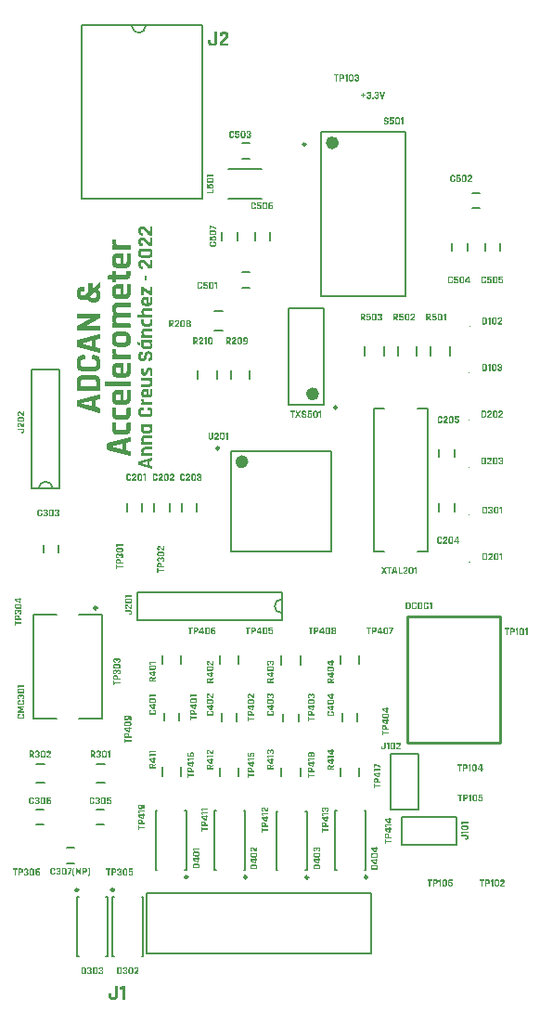
<source format=gto>
G04*
G04 #@! TF.GenerationSoftware,Altium Limited,Altium Designer,22.11.1 (43)*
G04*
G04 Layer_Color=65535*
%FSLAX44Y44*%
%MOMM*%
G71*
G04*
G04 #@! TF.SameCoordinates,966821B4-BCEF-4EC1-8609-D1904776FC7E*
G04*
G04*
G04 #@! TF.FilePolarity,Positive*
G04*
G01*
G75*
%ADD10C,0.6000*%
%ADD11C,0.2500*%
%ADD12C,0.2000*%
%ADD13C,0.1000*%
G36*
X111440Y751924D02*
X111579Y751831D01*
Y751785D01*
X111625Y751739D01*
X111672Y751553D01*
Y748916D01*
X111718Y748638D01*
X111811Y748314D01*
X111996Y747897D01*
X112320Y747481D01*
X112505Y747250D01*
X112782Y747111D01*
X113106Y746972D01*
X113430Y746833D01*
X113847Y746787D01*
X114310Y746740D01*
X124306D01*
X124352D01*
X124398D01*
X124630Y746648D01*
X124769Y746555D01*
X124908Y746417D01*
X124954Y746232D01*
X125000Y746000D01*
Y743084D01*
X124908Y742853D01*
X124815Y742714D01*
X124722Y742575D01*
X124537Y742529D01*
X124306Y742483D01*
X108710D01*
X108664D01*
X108617D01*
X108340Y742575D01*
X108247Y742668D01*
X108108Y742760D01*
X108062Y742946D01*
X108016Y743177D01*
Y746139D01*
X108108Y746370D01*
X108201Y746509D01*
X108293Y746648D01*
X108478Y746694D01*
X108710Y746740D01*
X109867D01*
Y746833D01*
X109821D01*
X109728Y746926D01*
X109543Y747018D01*
X109358Y747157D01*
X109127Y747296D01*
X108895Y747527D01*
X108664Y747805D01*
X108478Y748129D01*
Y748175D01*
X108386Y748314D01*
X108340Y748499D01*
X108247Y748730D01*
X108155Y749054D01*
X108108Y749378D01*
X108016Y750119D01*
Y751415D01*
X108108Y751646D01*
X108201Y751785D01*
X108293Y751878D01*
X108478Y751924D01*
X108710Y751970D01*
X111024D01*
X111070D01*
X111255D01*
X111440Y751924D01*
D02*
G37*
G36*
X118012Y739197D02*
X118151Y739105D01*
X118290Y739012D01*
X118336Y738827D01*
X118382Y738595D01*
Y730219D01*
X118428Y730080D01*
X118521Y729895D01*
X118752Y729849D01*
X119493D01*
X119539D01*
X119678D01*
X119817Y729895D01*
X120048D01*
X120557Y730034D01*
X120789Y730126D01*
X120974Y730265D01*
Y730312D01*
X121066Y730358D01*
X121113Y730450D01*
X121205Y730636D01*
X121298Y730821D01*
X121344Y731098D01*
X121437Y731422D01*
Y738642D01*
X121529Y738919D01*
X121622Y739012D01*
X121761Y739151D01*
X121946Y739197D01*
X122177Y739243D01*
X124352D01*
X124398D01*
X124537D01*
X124722Y739151D01*
X124861Y739058D01*
Y739012D01*
X124908Y738966D01*
X124954Y738781D01*
X125000Y738549D01*
Y730959D01*
X124954Y730774D01*
X124908Y730265D01*
X124815Y729710D01*
X124676Y729016D01*
X124398Y728368D01*
X124074Y727720D01*
X123612Y727118D01*
X123565Y727072D01*
X123334Y726887D01*
X123010Y726656D01*
X122594Y726424D01*
X122038Y726146D01*
X121344Y725915D01*
X120511Y725730D01*
X119586Y725684D01*
X113477D01*
X113430D01*
X113338D01*
X113245D01*
X113060Y725730D01*
X112551Y725776D01*
X111996Y725869D01*
X111348Y726054D01*
X110654Y726285D01*
X110006Y726656D01*
X109450Y727118D01*
X109404Y727165D01*
X109219Y727396D01*
X108988Y727720D01*
X108710Y728183D01*
X108478Y728738D01*
X108247Y729432D01*
X108062Y730265D01*
X108016Y731191D01*
Y734245D01*
X108108Y734708D01*
X108201Y735310D01*
X108386Y735958D01*
X108617Y736606D01*
X108988Y737253D01*
X109450Y737855D01*
X109497Y737901D01*
X109728Y738086D01*
X110006Y738318D01*
X110469Y738595D01*
X111024Y738827D01*
X111718Y739058D01*
X112551Y739243D01*
X113477Y739290D01*
X117688D01*
X117734D01*
X117781D01*
X118012Y739197D01*
D02*
G37*
G36*
X124722Y723185D02*
X124861Y723092D01*
Y723046D01*
X124908Y722953D01*
X124954Y722814D01*
X125000Y722537D01*
Y720269D01*
X124954Y720084D01*
X124908Y719621D01*
X124815Y719019D01*
X124676Y718372D01*
X124398Y717677D01*
X124074Y717029D01*
X123612Y716428D01*
X123565Y716382D01*
X123334Y716197D01*
X123056Y715965D01*
X122594Y715734D01*
X122038Y715456D01*
X121344Y715225D01*
X120557Y715040D01*
X119632Y714993D01*
X112042D01*
X111996D01*
X111857Y714947D01*
X111718Y714854D01*
X111672Y714623D01*
Y713096D01*
X111625Y712911D01*
X111579Y712726D01*
X111533D01*
X111440Y712679D01*
X111302Y712633D01*
X111024Y712587D01*
X108710D01*
X108664D01*
X108617D01*
X108340Y712679D01*
X108247Y712772D01*
X108108Y712864D01*
X108062Y713050D01*
X108016Y713281D01*
Y714669D01*
X107970Y714808D01*
X107877Y714947D01*
X107646Y714993D01*
X104499D01*
X104452D01*
X104406D01*
X104128Y715086D01*
X104036Y715178D01*
X103897Y715317D01*
X103851Y715502D01*
X103804Y715734D01*
Y718603D01*
X103897Y718881D01*
X103989Y718973D01*
X104082Y719112D01*
X104267Y719158D01*
X104499Y719205D01*
X107646D01*
X107692D01*
X107831Y719251D01*
X107970Y719390D01*
X108016Y719621D01*
Y722305D01*
X108108Y722583D01*
X108201Y722675D01*
X108293Y722814D01*
X108478Y722861D01*
X108710Y722907D01*
X111024D01*
X111070D01*
X111209D01*
X111394Y722861D01*
X111533Y722768D01*
Y722722D01*
X111579Y722629D01*
X111625Y722490D01*
X111672Y722213D01*
Y719575D01*
X111718Y719436D01*
X111811Y719251D01*
X112042Y719205D01*
X119447D01*
X119493D01*
X119632D01*
X119771Y719251D01*
X120002D01*
X120511Y719390D01*
X120742Y719529D01*
X120927Y719667D01*
Y719714D01*
X120974Y719760D01*
X121066Y719899D01*
X121113Y720038D01*
X121205Y720269D01*
X121298Y720547D01*
X121344Y720871D01*
Y722675D01*
X121437Y722907D01*
X121529Y723046D01*
X121622Y723185D01*
X121807Y723231D01*
X122038Y723277D01*
X124352D01*
X124398D01*
X124537D01*
X124722Y723185D01*
D02*
G37*
G36*
X97122Y712564D02*
X97168D01*
X97214Y712517D01*
X97261Y712425D01*
X97307Y712286D01*
Y708584D01*
X97261Y708445D01*
Y708260D01*
X97122Y707843D01*
X96844Y707519D01*
X95132Y706085D01*
X95178D01*
X95317Y705992D01*
X95502Y705900D01*
X95780Y705761D01*
X96057Y705575D01*
X96335Y705344D01*
X96566Y705067D01*
X96798Y704743D01*
Y704696D01*
X96890Y704557D01*
X96937Y704372D01*
X97029Y704048D01*
X97122Y703678D01*
X97214Y703215D01*
X97261Y702660D01*
X97307Y702058D01*
Y699791D01*
X97261Y699606D01*
X97214Y699097D01*
X97122Y698541D01*
X96983Y697847D01*
X96705Y697199D01*
X96381Y696551D01*
X95919Y695949D01*
X95872Y695903D01*
X95641Y695718D01*
X95363Y695487D01*
X94900Y695255D01*
X94345Y694978D01*
X93651Y694746D01*
X92864Y694561D01*
X91938Y694515D01*
X89995D01*
X89902D01*
X89717D01*
X89393Y694561D01*
X89023Y694607D01*
X88560Y694746D01*
X88051Y694885D01*
X87542Y695117D01*
X87079Y695394D01*
X87033Y695441D01*
X86894Y695579D01*
X86663Y695764D01*
X86385Y696042D01*
X86154Y696412D01*
X85876Y696829D01*
X85691Y697338D01*
X85552Y697893D01*
X85459Y697847D01*
X85274Y697708D01*
X84904Y697477D01*
X84441Y697245D01*
X83886Y697014D01*
X83192Y696783D01*
X82451Y696644D01*
X81665Y696597D01*
X81294D01*
X81248D01*
X81202D01*
X81063D01*
X80878Y696644D01*
X80415Y696690D01*
X79860Y696783D01*
X79212Y696968D01*
X78564Y697245D01*
X77916Y697616D01*
X77361Y698125D01*
X77314Y698217D01*
X77129Y698402D01*
X76898Y698773D01*
X76620Y699235D01*
X76389Y699837D01*
X76157Y700531D01*
X75972Y701364D01*
X75926Y702336D01*
Y703863D01*
X76019Y704372D01*
X76111Y704928D01*
X76250Y705622D01*
X76528Y706270D01*
X76852Y706918D01*
X77314Y707519D01*
X77361Y707566D01*
X77592Y707751D01*
X77870Y707982D01*
X78333Y708260D01*
X78888Y708491D01*
X79582Y708723D01*
X80369Y708908D01*
X81294Y708954D01*
X82451D01*
X82498D01*
X82544D01*
X82775Y708861D01*
X82914Y708769D01*
X83053Y708676D01*
X83099Y708491D01*
X83146Y708260D01*
Y705298D01*
X83053Y705067D01*
X82960Y704928D01*
X82868Y704789D01*
X82683Y704743D01*
X82451Y704696D01*
X81387D01*
X81341D01*
X81202D01*
X81017D01*
X80785Y704650D01*
X80323Y704511D01*
X80091Y704419D01*
X79906Y704280D01*
X79813Y704187D01*
X79675Y704002D01*
X79536Y703586D01*
X79443Y703354D01*
Y702429D01*
X79489Y702243D01*
X79628Y701781D01*
X79906Y701364D01*
X79999Y701318D01*
X80091Y701225D01*
X80230Y701179D01*
X80461Y701087D01*
X80693Y700994D01*
X81017Y700948D01*
X81387D01*
X81803D01*
X81850D01*
X82035Y700994D01*
X82312Y701040D01*
X82636Y701133D01*
X83099Y701318D01*
X83608Y701596D01*
X84164Y701919D01*
X84765Y702429D01*
X86570Y703956D01*
Y711453D01*
X86663Y711731D01*
X86755Y711823D01*
X86894Y711962D01*
X87079Y712008D01*
X87311Y712055D01*
X89578D01*
X89625D01*
X89671D01*
X89902Y711962D01*
X90041Y711869D01*
X90180Y711777D01*
X90226Y711592D01*
X90273Y711360D01*
Y707056D01*
X96751Y712471D01*
X96798Y712517D01*
X96844Y712564D01*
X96983Y712610D01*
X97122Y712564D01*
D02*
G37*
G36*
X118012Y710967D02*
X118151Y710874D01*
X118290Y710782D01*
X118336Y710597D01*
X118382Y710365D01*
Y701989D01*
X118428Y701850D01*
X118521Y701665D01*
X118752Y701619D01*
X119493D01*
X119539D01*
X119678D01*
X119817Y701665D01*
X120048D01*
X120557Y701804D01*
X120789Y701896D01*
X120974Y702035D01*
Y702082D01*
X121066Y702128D01*
X121113Y702220D01*
X121205Y702405D01*
X121298Y702590D01*
X121344Y702868D01*
X121437Y703192D01*
Y710412D01*
X121529Y710689D01*
X121622Y710782D01*
X121761Y710921D01*
X121946Y710967D01*
X122177Y711013D01*
X124352D01*
X124398D01*
X124537D01*
X124722Y710921D01*
X124861Y710828D01*
Y710782D01*
X124908Y710736D01*
X124954Y710551D01*
X125000Y710319D01*
Y702729D01*
X124954Y702544D01*
X124908Y702035D01*
X124815Y701480D01*
X124676Y700786D01*
X124398Y700138D01*
X124074Y699490D01*
X123612Y698888D01*
X123565Y698842D01*
X123334Y698657D01*
X123010Y698426D01*
X122594Y698194D01*
X122038Y697916D01*
X121344Y697685D01*
X120511Y697500D01*
X119586Y697454D01*
X113477D01*
X113430D01*
X113338D01*
X113245D01*
X113060Y697500D01*
X112551Y697546D01*
X111996Y697639D01*
X111348Y697824D01*
X110654Y698055D01*
X110006Y698426D01*
X109450Y698888D01*
X109404Y698934D01*
X109219Y699166D01*
X108988Y699490D01*
X108710Y699953D01*
X108478Y700508D01*
X108247Y701202D01*
X108062Y702035D01*
X108016Y702961D01*
Y706015D01*
X108108Y706478D01*
X108201Y707080D01*
X108386Y707728D01*
X108617Y708375D01*
X108988Y709023D01*
X109450Y709625D01*
X109497Y709671D01*
X109728Y709856D01*
X110006Y710088D01*
X110469Y710365D01*
X111024Y710597D01*
X111718Y710828D01*
X112551Y711013D01*
X113477Y711060D01*
X117688D01*
X117734D01*
X117781D01*
X118012Y710967D01*
D02*
G37*
G36*
X124630Y694121D02*
X124769Y694029D01*
X124908Y693936D01*
X124954Y693751D01*
X125000Y693520D01*
Y690604D01*
X124908Y690373D01*
X124815Y690234D01*
X124722Y690095D01*
X124537Y690049D01*
X124306Y690003D01*
X113662D01*
X113616D01*
X113477D01*
X113292D01*
X113060Y689956D01*
X112551Y689818D01*
X112320Y689679D01*
X112135Y689540D01*
X112042Y689447D01*
X111996Y689355D01*
X111903Y689216D01*
X111811Y688985D01*
X111764Y688753D01*
X111672Y688429D01*
Y687133D01*
X111718Y686856D01*
X111811Y686486D01*
X111996Y686069D01*
X112320Y685652D01*
X112782Y685282D01*
X113060Y685143D01*
X113384Y685005D01*
X113801Y684958D01*
X114263Y684912D01*
X124306D01*
X124352D01*
X124398D01*
X124630Y684819D01*
X124769Y684727D01*
X124908Y684634D01*
X124954Y684449D01*
X125000Y684218D01*
Y681302D01*
X124908Y681071D01*
X124815Y680932D01*
X124722Y680793D01*
X124537Y680747D01*
X124306Y680701D01*
X113662D01*
X113616D01*
X113477D01*
X113292D01*
X113060Y680654D01*
X112551Y680516D01*
X112320Y680377D01*
X112135Y680238D01*
X112042Y680145D01*
X111996Y680053D01*
X111903Y679914D01*
X111811Y679682D01*
X111764Y679451D01*
X111672Y679127D01*
Y677600D01*
X111718Y677322D01*
X111811Y676998D01*
X111996Y676582D01*
X112273Y676165D01*
X112736Y675795D01*
X113014Y675656D01*
X113384Y675517D01*
X113754Y675471D01*
X114217Y675425D01*
X124306D01*
X124352D01*
X124398D01*
X124630Y675332D01*
X124769Y675240D01*
X124908Y675101D01*
X124954Y674916D01*
X125000Y674684D01*
Y671769D01*
X124908Y671537D01*
X124815Y671399D01*
X124722Y671260D01*
X124537Y671214D01*
X124306Y671167D01*
X108710D01*
X108664D01*
X108617D01*
X108340Y671260D01*
X108247Y671352D01*
X108108Y671445D01*
X108062Y671630D01*
X108016Y671861D01*
Y674823D01*
X108108Y675055D01*
X108201Y675193D01*
X108293Y675332D01*
X108478Y675379D01*
X108710Y675425D01*
X109821D01*
Y675517D01*
X109774D01*
X109682Y675610D01*
X109543Y675703D01*
X109358Y675841D01*
X108941Y676258D01*
X108710Y676536D01*
X108525Y676860D01*
X108478Y676906D01*
X108432Y677045D01*
X108340Y677230D01*
X108247Y677507D01*
X108155Y677831D01*
X108108Y678202D01*
X108016Y678618D01*
Y680284D01*
X108062Y680469D01*
X108108Y680978D01*
X108293Y681626D01*
X108525Y682320D01*
X108895Y683015D01*
X109450Y683616D01*
X109774Y683940D01*
X110145Y684172D01*
X110098D01*
X110052Y684218D01*
X109821Y684403D01*
X109450Y684681D01*
X109080Y685097D01*
X108710Y685606D01*
X108340Y686300D01*
X108108Y687087D01*
X108016Y687550D01*
Y689447D01*
X108108Y689910D01*
X108201Y690465D01*
X108386Y691067D01*
X108617Y691715D01*
X108988Y692317D01*
X109450Y692872D01*
X109497Y692918D01*
X109728Y693103D01*
X110006Y693288D01*
X110469Y693566D01*
X111024Y693798D01*
X111718Y694029D01*
X112551Y694168D01*
X113477Y694214D01*
X124306D01*
X124352D01*
X124398D01*
X124630Y694121D01*
D02*
G37*
G36*
X96937Y683686D02*
X97075Y683593D01*
X97214Y683501D01*
X97261Y683315D01*
X97307Y683084D01*
Y680492D01*
X97214Y680215D01*
X97029Y679891D01*
X96890Y679706D01*
X96659Y679567D01*
X84256Y672903D01*
Y672764D01*
X96613D01*
X96659D01*
X96705D01*
X96937Y672671D01*
X97075Y672579D01*
X97214Y672486D01*
X97261Y672301D01*
X97307Y672070D01*
Y669200D01*
X97214Y668969D01*
X97122Y668830D01*
X97029Y668691D01*
X96844Y668645D01*
X96613Y668599D01*
X76620D01*
X76574D01*
X76528D01*
X76250Y668691D01*
X76157Y668784D01*
X76019Y668876D01*
X75972Y669062D01*
X75926Y669293D01*
Y671931D01*
X75972Y672208D01*
X76111Y672533D01*
X76250Y672671D01*
X76389Y672764D01*
X88977Y679474D01*
Y679613D01*
X76620D01*
X76574D01*
X76528D01*
X76250Y679706D01*
X76157Y679798D01*
X76019Y679891D01*
X75972Y680076D01*
X75926Y680307D01*
Y683177D01*
X76019Y683454D01*
X76111Y683547D01*
X76204Y683686D01*
X76389Y683732D01*
X76620Y683778D01*
X96613D01*
X96659D01*
X96705D01*
X96937Y683686D01*
D02*
G37*
G36*
X120465Y667789D02*
X121066Y667696D01*
X121714Y667511D01*
X122362Y667280D01*
X123010Y666910D01*
X123612Y666401D01*
X123658Y666354D01*
X123843Y666123D01*
X124028Y665799D01*
X124306Y665382D01*
X124537Y664781D01*
X124769Y664087D01*
X124954Y663300D01*
X125000Y662374D01*
Y659181D01*
X124954Y658996D01*
X124908Y658487D01*
X124815Y657932D01*
X124676Y657237D01*
X124398Y656589D01*
X124074Y655941D01*
X123612Y655340D01*
X123565Y655294D01*
X123334Y655108D01*
X123010Y654877D01*
X122594Y654646D01*
X122038Y654368D01*
X121344Y654137D01*
X120511Y653951D01*
X119586Y653905D01*
X113477D01*
X113430D01*
X113338D01*
X113245D01*
X113060Y653951D01*
X112551Y653998D01*
X111996Y654090D01*
X111348Y654276D01*
X110654Y654507D01*
X110006Y654877D01*
X109450Y655340D01*
X109404Y655386D01*
X109219Y655618D01*
X108988Y655941D01*
X108710Y656404D01*
X108478Y656960D01*
X108247Y657654D01*
X108062Y658487D01*
X108016Y659412D01*
Y662791D01*
X108108Y663254D01*
X108201Y663855D01*
X108386Y664503D01*
X108617Y665151D01*
X108988Y665799D01*
X109450Y666401D01*
X109497Y666447D01*
X109728Y666632D01*
X110006Y666863D01*
X110469Y667141D01*
X111024Y667419D01*
X111718Y667650D01*
X112551Y667835D01*
X113477Y667881D01*
X119586D01*
X119632D01*
X119678D01*
X119817D01*
X120002D01*
X120465Y667789D01*
D02*
G37*
G36*
X97075Y665637D02*
X97214Y665591D01*
X97261Y665452D01*
X97307Y665267D01*
Y661888D01*
X97261Y661703D01*
X97168Y661564D01*
X97122D01*
X97029Y661472D01*
X96890Y661426D01*
X96613Y661333D01*
X92957Y660407D01*
Y653928D01*
X96613Y653003D01*
X96659D01*
X96844Y652956D01*
X97029Y652864D01*
X97168Y652771D01*
Y652725D01*
X97214Y652679D01*
X97261Y652540D01*
X97307Y652309D01*
Y648977D01*
X97214Y648791D01*
X97122Y648699D01*
X97029Y648653D01*
X96844D01*
X96613Y648699D01*
X76620Y653975D01*
X76574D01*
X76528Y654021D01*
X76250Y654206D01*
X76019Y654484D01*
X75972Y654715D01*
X75926Y654947D01*
Y659528D01*
X76019Y659852D01*
X76111Y659991D01*
X76204Y660176D01*
X76389Y660315D01*
X76620Y660407D01*
X96613Y665637D01*
X96659D01*
X96705Y665683D01*
X96937D01*
X97075Y665637D01*
D02*
G37*
G36*
X111440Y652054D02*
X111579Y651962D01*
Y651915D01*
X111625Y651869D01*
X111672Y651684D01*
Y649046D01*
X111718Y648768D01*
X111811Y648444D01*
X111996Y648028D01*
X112320Y647611D01*
X112505Y647380D01*
X112782Y647241D01*
X113106Y647102D01*
X113430Y646963D01*
X113847Y646917D01*
X114310Y646871D01*
X124306D01*
X124352D01*
X124398D01*
X124630Y646778D01*
X124769Y646686D01*
X124908Y646547D01*
X124954Y646362D01*
X125000Y646130D01*
Y643215D01*
X124908Y642983D01*
X124815Y642845D01*
X124722Y642706D01*
X124537Y642660D01*
X124306Y642613D01*
X108710D01*
X108664D01*
X108617D01*
X108340Y642706D01*
X108247Y642798D01*
X108108Y642891D01*
X108062Y643076D01*
X108016Y643307D01*
Y646269D01*
X108108Y646501D01*
X108201Y646639D01*
X108293Y646778D01*
X108478Y646825D01*
X108710Y646871D01*
X109867D01*
Y646963D01*
X109821D01*
X109728Y647056D01*
X109543Y647149D01*
X109358Y647287D01*
X109127Y647426D01*
X108895Y647658D01*
X108664Y647935D01*
X108478Y648259D01*
Y648306D01*
X108386Y648444D01*
X108340Y648630D01*
X108247Y648861D01*
X108155Y649185D01*
X108108Y649509D01*
X108016Y650249D01*
Y651545D01*
X108108Y651776D01*
X108201Y651915D01*
X108293Y652008D01*
X108478Y652054D01*
X108710Y652100D01*
X111024D01*
X111070D01*
X111255D01*
X111440Y652054D01*
D02*
G37*
G36*
X92772Y646339D02*
X93373Y646246D01*
X94021Y646061D01*
X94669Y645830D01*
X95317Y645459D01*
X95919Y644997D01*
X95965Y644950D01*
X96150Y644719D01*
X96335Y644395D01*
X96613Y643932D01*
X96844Y643377D01*
X97075Y642683D01*
X97261Y641850D01*
X97307Y640924D01*
Y637083D01*
X97261Y636898D01*
X97214Y636389D01*
X97122Y635833D01*
X96983Y635139D01*
X96705Y634491D01*
X96381Y633843D01*
X95919Y633242D01*
X95872Y633195D01*
X95641Y633010D01*
X95317Y632779D01*
X94900Y632548D01*
X94345Y632270D01*
X93651Y632038D01*
X92818Y631853D01*
X91892Y631807D01*
X81341D01*
X81294D01*
X81202D01*
X81109D01*
X80924Y631853D01*
X80415Y631900D01*
X79860Y631992D01*
X79212Y632177D01*
X78518Y632409D01*
X77870Y632779D01*
X77314Y633242D01*
X77268Y633288D01*
X77083Y633519D01*
X76852Y633843D01*
X76620Y634306D01*
X76343Y634861D01*
X76157Y635556D01*
X75972Y636389D01*
X75926Y637314D01*
Y641341D01*
X76019Y641850D01*
X76111Y642405D01*
X76296Y643099D01*
X76528Y643747D01*
X76898Y644395D01*
X77361Y644997D01*
X77407Y645043D01*
X77638Y645228D01*
X77916Y645459D01*
X78379Y645737D01*
X78934Y645968D01*
X79628Y646200D01*
X80415Y646385D01*
X81341Y646431D01*
X82914D01*
X82960D01*
X83007D01*
X83284Y646339D01*
X83423Y646246D01*
X83516Y646107D01*
X83608Y645922D01*
X83655Y645691D01*
Y642822D01*
X83562Y642590D01*
X83469Y642451D01*
X83331Y642312D01*
X83146Y642266D01*
X82914Y642220D01*
X81526D01*
X81480D01*
X81341D01*
X81156D01*
X80924Y642174D01*
X80461Y642035D01*
X80230Y641896D01*
X80045Y641757D01*
X79952Y641665D01*
X79906Y641572D01*
X79813Y641387D01*
X79721Y641202D01*
X79675Y640924D01*
X79582Y640600D01*
Y637638D01*
X79628Y637407D01*
X79767Y636898D01*
X79906Y636666D01*
X80045Y636481D01*
X80137Y636435D01*
X80230Y636342D01*
X80369Y636296D01*
X80600Y636204D01*
X80832Y636111D01*
X81156Y636065D01*
X81526D01*
X91707D01*
X91753D01*
X91892D01*
X92077Y636111D01*
X92309D01*
X92818Y636250D01*
X93049Y636342D01*
X93234Y636481D01*
X93281Y636574D01*
X93373Y636666D01*
X93419Y636852D01*
X93512Y637037D01*
X93604Y637314D01*
X93651Y637592D01*
Y640415D01*
X93604Y640600D01*
Y640832D01*
X93466Y641341D01*
X93373Y641572D01*
X93234Y641757D01*
X93188D01*
X93142Y641850D01*
X93049Y641896D01*
X92864Y641989D01*
X92679Y642081D01*
X92401Y642127D01*
X92077Y642220D01*
X91707D01*
X90319D01*
X90273D01*
X90180D01*
X89949Y642312D01*
X89810Y642405D01*
X89671Y642497D01*
X89625Y642683D01*
X89578Y642914D01*
Y645830D01*
X89671Y646061D01*
X89763Y646200D01*
X89902Y646339D01*
X90087Y646385D01*
X90319Y646431D01*
X91892D01*
X91938D01*
X91985D01*
X92124D01*
X92309D01*
X92772Y646339D01*
D02*
G37*
G36*
X118012Y639327D02*
X118151Y639235D01*
X118290Y639142D01*
X118336Y638957D01*
X118382Y638726D01*
Y630349D01*
X118428Y630210D01*
X118521Y630025D01*
X118752Y629979D01*
X119493D01*
X119539D01*
X119678D01*
X119817Y630025D01*
X120048D01*
X120557Y630164D01*
X120789Y630257D01*
X120974Y630396D01*
Y630442D01*
X121066Y630488D01*
X121113Y630581D01*
X121205Y630766D01*
X121298Y630951D01*
X121344Y631229D01*
X121437Y631553D01*
Y638772D01*
X121529Y639050D01*
X121622Y639142D01*
X121761Y639281D01*
X121946Y639327D01*
X122177Y639374D01*
X124352D01*
X124398D01*
X124537D01*
X124722Y639281D01*
X124861Y639189D01*
Y639142D01*
X124908Y639096D01*
X124954Y638911D01*
X125000Y638680D01*
Y631090D01*
X124954Y630905D01*
X124908Y630396D01*
X124815Y629840D01*
X124676Y629146D01*
X124398Y628498D01*
X124074Y627850D01*
X123612Y627249D01*
X123565Y627202D01*
X123334Y627017D01*
X123010Y626786D01*
X122594Y626554D01*
X122038Y626277D01*
X121344Y626045D01*
X120511Y625860D01*
X119586Y625814D01*
X113477D01*
X113430D01*
X113338D01*
X113245D01*
X113060Y625860D01*
X112551Y625907D01*
X111996Y625999D01*
X111348Y626184D01*
X110654Y626416D01*
X110006Y626786D01*
X109450Y627249D01*
X109404Y627295D01*
X109219Y627526D01*
X108988Y627850D01*
X108710Y628313D01*
X108478Y628868D01*
X108247Y629563D01*
X108062Y630396D01*
X108016Y631321D01*
Y634376D01*
X108108Y634838D01*
X108201Y635440D01*
X108386Y636088D01*
X108617Y636736D01*
X108988Y637384D01*
X109450Y637985D01*
X109497Y638032D01*
X109728Y638217D01*
X110006Y638448D01*
X110469Y638726D01*
X111024Y638957D01*
X111718Y639189D01*
X112551Y639374D01*
X113477Y639420D01*
X117688D01*
X117734D01*
X117781D01*
X118012Y639327D01*
D02*
G37*
G36*
X124630Y622204D02*
X124769Y622112D01*
X124908Y622019D01*
X124954Y621834D01*
X125000Y621603D01*
Y618687D01*
X124908Y618456D01*
X124815Y618317D01*
X124722Y618178D01*
X124537Y618132D01*
X124306Y618086D01*
X102277D01*
X102231D01*
X102185D01*
X101907Y618178D01*
X101814Y618271D01*
X101676Y618363D01*
X101629Y618548D01*
X101583Y618780D01*
Y621695D01*
X101676Y621973D01*
X101768Y622065D01*
X101861Y622204D01*
X102046Y622251D01*
X102277Y622297D01*
X124306D01*
X124352D01*
X124398D01*
X124630Y622204D01*
D02*
G37*
G36*
X92772Y628059D02*
X93373Y627966D01*
X94021Y627781D01*
X94669Y627550D01*
X95317Y627179D01*
X95919Y626670D01*
X95965Y626624D01*
X96150Y626393D01*
X96335Y626068D01*
X96613Y625652D01*
X96844Y625050D01*
X97075Y624356D01*
X97261Y623569D01*
X97307Y622644D01*
Y614314D01*
X97214Y614082D01*
X97122Y613943D01*
X97029Y613805D01*
X96844Y613758D01*
X96613Y613712D01*
X76620D01*
X76574D01*
X76528D01*
X76250Y613805D01*
X76157Y613897D01*
X76019Y613990D01*
X75972Y614175D01*
X75926Y614406D01*
Y623060D01*
X76019Y623523D01*
X76111Y624125D01*
X76296Y624773D01*
X76528Y625421D01*
X76898Y626068D01*
X77361Y626670D01*
X77407Y626716D01*
X77638Y626902D01*
X77916Y627133D01*
X78379Y627411D01*
X78934Y627688D01*
X79628Y627920D01*
X80415Y628105D01*
X81341Y628151D01*
X91892D01*
X91938D01*
X91985D01*
X92124D01*
X92309D01*
X92772Y628059D01*
D02*
G37*
G36*
X118012Y614614D02*
X118151Y614522D01*
X118290Y614429D01*
X118336Y614244D01*
X118382Y614013D01*
Y605636D01*
X118428Y605498D01*
X118521Y605312D01*
X118752Y605266D01*
X119493D01*
X119539D01*
X119678D01*
X119817Y605312D01*
X120048D01*
X120557Y605451D01*
X120789Y605544D01*
X120974Y605683D01*
Y605729D01*
X121066Y605775D01*
X121113Y605868D01*
X121205Y606053D01*
X121298Y606238D01*
X121344Y606516D01*
X121437Y606840D01*
Y614059D01*
X121529Y614337D01*
X121622Y614429D01*
X121761Y614568D01*
X121946Y614614D01*
X122177Y614661D01*
X124352D01*
X124398D01*
X124537D01*
X124722Y614568D01*
X124861Y614476D01*
Y614429D01*
X124908Y614383D01*
X124954Y614198D01*
X125000Y613967D01*
Y606377D01*
X124954Y606192D01*
X124908Y605683D01*
X124815Y605127D01*
X124676Y604433D01*
X124398Y603785D01*
X124074Y603137D01*
X123612Y602536D01*
X123565Y602490D01*
X123334Y602304D01*
X123010Y602073D01*
X122594Y601842D01*
X122038Y601564D01*
X121344Y601333D01*
X120511Y601147D01*
X119586Y601101D01*
X113477D01*
X113430D01*
X113338D01*
X113245D01*
X113060Y601147D01*
X112551Y601194D01*
X111996Y601286D01*
X111348Y601471D01*
X110654Y601703D01*
X110006Y602073D01*
X109450Y602536D01*
X109404Y602582D01*
X109219Y602813D01*
X108988Y603137D01*
X108710Y603600D01*
X108478Y604156D01*
X108247Y604850D01*
X108062Y605683D01*
X108016Y606608D01*
Y609663D01*
X108108Y610126D01*
X108201Y610727D01*
X108386Y611375D01*
X108617Y612023D01*
X108988Y612671D01*
X109450Y613273D01*
X109497Y613319D01*
X109728Y613504D01*
X110006Y613735D01*
X110469Y614013D01*
X111024Y614244D01*
X111718Y614476D01*
X112551Y614661D01*
X113477Y614707D01*
X117688D01*
X117734D01*
X117781D01*
X118012Y614614D01*
D02*
G37*
G36*
X97075Y610750D02*
X97214Y610704D01*
X97261Y610565D01*
X97307Y610380D01*
Y607002D01*
X97261Y606817D01*
X97168Y606678D01*
X97122D01*
X97029Y606585D01*
X96890Y606539D01*
X96613Y606446D01*
X92957Y605521D01*
Y599042D01*
X96613Y598116D01*
X96659D01*
X96844Y598070D01*
X97029Y597977D01*
X97168Y597885D01*
Y597839D01*
X97214Y597792D01*
X97261Y597653D01*
X97307Y597422D01*
Y594090D01*
X97214Y593905D01*
X97122Y593812D01*
X97029Y593766D01*
X96844D01*
X96613Y593812D01*
X76620Y599088D01*
X76574D01*
X76528Y599134D01*
X76250Y599319D01*
X76019Y599597D01*
X75972Y599828D01*
X75926Y600060D01*
Y604641D01*
X76019Y604965D01*
X76111Y605104D01*
X76204Y605289D01*
X76389Y605428D01*
X76620Y605521D01*
X96613Y610750D01*
X96659D01*
X96705Y610797D01*
X96937D01*
X97075Y610750D01*
D02*
G37*
G36*
X124722Y598509D02*
X124861Y598417D01*
Y598371D01*
X124908Y598278D01*
X124954Y598139D01*
X125000Y597862D01*
Y592678D01*
X124954Y592493D01*
X124908Y591984D01*
X124815Y591429D01*
X124676Y590735D01*
X124398Y590087D01*
X124074Y589439D01*
X123612Y588837D01*
X123565Y588791D01*
X123334Y588606D01*
X123010Y588374D01*
X122594Y588143D01*
X122038Y587865D01*
X121344Y587634D01*
X120511Y587449D01*
X119586Y587403D01*
X113477D01*
X113430D01*
X113338D01*
X113245D01*
X113060Y587449D01*
X112551Y587495D01*
X111996Y587588D01*
X111348Y587773D01*
X110654Y588004D01*
X110006Y588374D01*
X109450Y588837D01*
X109404Y588884D01*
X109219Y589115D01*
X108988Y589439D01*
X108710Y589902D01*
X108478Y590457D01*
X108247Y591151D01*
X108062Y591984D01*
X108016Y592910D01*
Y597954D01*
X108108Y598232D01*
X108201Y598324D01*
X108293Y598463D01*
X108478Y598509D01*
X108710Y598556D01*
X111024D01*
X111070D01*
X111209D01*
X111394Y598509D01*
X111533Y598417D01*
Y598371D01*
X111579Y598278D01*
X111625Y598139D01*
X111672Y597862D01*
Y593234D01*
X111718Y593002D01*
X111857Y592493D01*
X111996Y592262D01*
X112135Y592077D01*
X112227Y591984D01*
X112320Y591938D01*
X112505Y591845D01*
X112690Y591753D01*
X112968Y591707D01*
X113292Y591614D01*
X113662D01*
X119400D01*
X119447D01*
X119586D01*
X119771Y591660D01*
X120002D01*
X120511Y591799D01*
X120742Y591938D01*
X120927Y592077D01*
X120974Y592169D01*
X121066Y592262D01*
X121113Y592447D01*
X121205Y592632D01*
X121298Y592910D01*
X121344Y593187D01*
Y597954D01*
X121437Y598232D01*
X121529Y598324D01*
X121622Y598463D01*
X121807Y598509D01*
X122038Y598556D01*
X124352D01*
X124398D01*
X124537D01*
X124722Y598509D01*
D02*
G37*
G36*
Y584811D02*
X124861Y584718D01*
Y584672D01*
X124908Y584580D01*
X124954Y584441D01*
X125000Y584163D01*
Y578980D01*
X124954Y578795D01*
X124908Y578286D01*
X124815Y577730D01*
X124676Y577036D01*
X124398Y576388D01*
X124074Y575740D01*
X123612Y575139D01*
X123565Y575092D01*
X123334Y574907D01*
X123010Y574676D01*
X122594Y574445D01*
X122038Y574167D01*
X121344Y573936D01*
X120511Y573750D01*
X119586Y573704D01*
X113477D01*
X113430D01*
X113338D01*
X113245D01*
X113060Y573750D01*
X112551Y573797D01*
X111996Y573889D01*
X111348Y574074D01*
X110654Y574306D01*
X110006Y574676D01*
X109450Y575139D01*
X109404Y575185D01*
X109219Y575416D01*
X108988Y575740D01*
X108710Y576203D01*
X108478Y576758D01*
X108247Y577453D01*
X108062Y578286D01*
X108016Y579211D01*
Y584256D01*
X108108Y584533D01*
X108201Y584626D01*
X108293Y584765D01*
X108478Y584811D01*
X108710Y584857D01*
X111024D01*
X111070D01*
X111209D01*
X111394Y584811D01*
X111533Y584718D01*
Y584672D01*
X111579Y584580D01*
X111625Y584441D01*
X111672Y584163D01*
Y579535D01*
X111718Y579304D01*
X111857Y578795D01*
X111996Y578563D01*
X112135Y578378D01*
X112227Y578286D01*
X112320Y578239D01*
X112505Y578147D01*
X112690Y578054D01*
X112968Y578008D01*
X113292Y577915D01*
X113662D01*
X119400D01*
X119447D01*
X119586D01*
X119771Y577962D01*
X120002D01*
X120511Y578101D01*
X120742Y578239D01*
X120927Y578378D01*
X120974Y578471D01*
X121066Y578563D01*
X121113Y578749D01*
X121205Y578934D01*
X121298Y579211D01*
X121344Y579489D01*
Y584256D01*
X121437Y584533D01*
X121529Y584626D01*
X121622Y584765D01*
X121807Y584811D01*
X122038Y584857D01*
X124352D01*
X124398D01*
X124537D01*
X124722Y584811D01*
D02*
G37*
G36*
X124769Y571390D02*
X124908Y571344D01*
X124954Y571205D01*
X125000Y571020D01*
Y567642D01*
X124954Y567456D01*
X124861Y567318D01*
X124815D01*
X124722Y567225D01*
X124584Y567179D01*
X124306Y567086D01*
X120650Y566161D01*
Y559682D01*
X124306Y558756D01*
X124352D01*
X124537Y558710D01*
X124722Y558617D01*
X124861Y558525D01*
Y558478D01*
X124908Y558432D01*
X124954Y558293D01*
X125000Y558062D01*
Y554730D01*
X124908Y554545D01*
X124815Y554452D01*
X124722Y554406D01*
X124537D01*
X124306Y554452D01*
X104313Y559728D01*
X104267D01*
X104221Y559774D01*
X103943Y559959D01*
X103712Y560237D01*
X103666Y560468D01*
X103619Y560700D01*
Y565281D01*
X103712Y565605D01*
X103804Y565744D01*
X103897Y565929D01*
X104082Y566068D01*
X104313Y566161D01*
X124306Y571390D01*
X124352D01*
X124398Y571436D01*
X124630D01*
X124769Y571390D01*
D02*
G37*
G36*
X144778Y763543D02*
X144861Y763487D01*
X144944Y763432D01*
X144972Y763321D01*
X145000Y763182D01*
Y755908D01*
X144944Y755769D01*
X144889Y755686D01*
X144833Y755603D01*
X144722Y755575D01*
X144584Y755547D01*
X142696D01*
X142640D01*
X142501Y755575D01*
X142279Y755603D01*
X142029Y755686D01*
X141724Y755797D01*
X141391Y755964D01*
X141058Y756213D01*
X140752Y756547D01*
X137643Y760211D01*
X137615Y760239D01*
X137504Y760350D01*
X137365Y760489D01*
X137171Y760683D01*
X136921Y760850D01*
X136644Y760988D01*
X136338Y761100D01*
X136033Y761127D01*
X135450D01*
X135422D01*
X135339D01*
X135228Y761100D01*
X135089D01*
X134811Y760988D01*
X134672Y760933D01*
X134561Y760822D01*
X134506Y760766D01*
X134478Y760711D01*
X134423Y760600D01*
X134367Y760461D01*
X134339Y760294D01*
X134284Y760100D01*
Y758962D01*
X134312Y758823D01*
X134395Y758518D01*
X134478Y758379D01*
X134561Y758268D01*
X134617Y758240D01*
X134672Y758185D01*
X134756Y758157D01*
X134895Y758101D01*
X135033Y758046D01*
X135228Y758018D01*
X135450D01*
X136088D01*
X136116D01*
X136144D01*
X136283Y757962D01*
X136366Y757907D01*
X136449Y757851D01*
X136477Y757740D01*
X136505Y757602D01*
Y755853D01*
X136449Y755686D01*
X136394Y755603D01*
X136338Y755547D01*
X136227Y755492D01*
X136088Y755464D01*
X135394D01*
X135366D01*
X135339D01*
X135255D01*
X135144Y755492D01*
X134867Y755519D01*
X134506Y755575D01*
X134117Y755686D01*
X133729Y755825D01*
X133340Y756047D01*
X133007Y756324D01*
X132979Y756352D01*
X132868Y756491D01*
X132729Y756685D01*
X132590Y756963D01*
X132424Y757296D01*
X132313Y757713D01*
X132202Y758212D01*
X132174Y758768D01*
Y760544D01*
X132229Y760850D01*
X132285Y761183D01*
X132368Y761599D01*
X132535Y761988D01*
X132729Y762377D01*
X133007Y762738D01*
X133034Y762765D01*
X133173Y762876D01*
X133340Y763015D01*
X133617Y763182D01*
X133951Y763321D01*
X134367Y763459D01*
X134839Y763570D01*
X135394Y763598D01*
X136199D01*
X136227D01*
X136255D01*
X136338D01*
X136449Y763570D01*
X136755Y763543D01*
X137115Y763459D01*
X137504Y763321D01*
X137948Y763099D01*
X138365Y762793D01*
X138587Y762626D01*
X138781Y762404D01*
X141974Y758629D01*
X142002Y758601D01*
X142113Y758518D01*
X142279Y758434D01*
X142446Y758407D01*
X142779D01*
Y763237D01*
X142835Y763404D01*
X142890Y763459D01*
X142946Y763543D01*
X143057Y763570D01*
X143195Y763598D01*
X144584D01*
X144611D01*
X144639D01*
X144778Y763543D01*
D02*
G37*
G36*
Y753687D02*
X144861Y753632D01*
X144944Y753576D01*
X144972Y753465D01*
X145000Y753326D01*
Y746052D01*
X144944Y745914D01*
X144889Y745830D01*
X144833Y745747D01*
X144722Y745719D01*
X144584Y745692D01*
X142696D01*
X142640D01*
X142501Y745719D01*
X142279Y745747D01*
X142029Y745830D01*
X141724Y745941D01*
X141391Y746108D01*
X141058Y746358D01*
X140752Y746691D01*
X137643Y750356D01*
X137615Y750383D01*
X137504Y750494D01*
X137365Y750633D01*
X137171Y750828D01*
X136921Y750994D01*
X136644Y751133D01*
X136338Y751244D01*
X136033Y751272D01*
X135450D01*
X135422D01*
X135339D01*
X135228Y751244D01*
X135089D01*
X134811Y751133D01*
X134672Y751077D01*
X134561Y750966D01*
X134506Y750911D01*
X134478Y750855D01*
X134423Y750744D01*
X134367Y750605D01*
X134339Y750439D01*
X134284Y750245D01*
Y749106D01*
X134312Y748968D01*
X134395Y748662D01*
X134478Y748523D01*
X134561Y748412D01*
X134617Y748384D01*
X134672Y748329D01*
X134756Y748301D01*
X134895Y748246D01*
X135033Y748190D01*
X135228Y748162D01*
X135450D01*
X136088D01*
X136116D01*
X136144D01*
X136283Y748107D01*
X136366Y748051D01*
X136449Y747996D01*
X136477Y747885D01*
X136505Y747746D01*
Y745997D01*
X136449Y745830D01*
X136394Y745747D01*
X136338Y745692D01*
X136227Y745636D01*
X136088Y745608D01*
X135394D01*
X135366D01*
X135339D01*
X135255D01*
X135144Y745636D01*
X134867Y745664D01*
X134506Y745719D01*
X134117Y745830D01*
X133729Y745969D01*
X133340Y746191D01*
X133007Y746469D01*
X132979Y746497D01*
X132868Y746636D01*
X132729Y746830D01*
X132590Y747107D01*
X132424Y747441D01*
X132313Y747857D01*
X132202Y748357D01*
X132174Y748912D01*
Y750689D01*
X132229Y750994D01*
X132285Y751327D01*
X132368Y751744D01*
X132535Y752132D01*
X132729Y752521D01*
X133007Y752882D01*
X133034Y752910D01*
X133173Y753021D01*
X133340Y753160D01*
X133617Y753326D01*
X133951Y753465D01*
X134367Y753604D01*
X134839Y753715D01*
X135394Y753743D01*
X136199D01*
X136227D01*
X136255D01*
X136338D01*
X136449Y753715D01*
X136755Y753687D01*
X137115Y753604D01*
X137504Y753465D01*
X137948Y753243D01*
X138365Y752937D01*
X138587Y752771D01*
X138781Y752549D01*
X141974Y748773D01*
X142002Y748745D01*
X142113Y748662D01*
X142279Y748579D01*
X142446Y748551D01*
X142779D01*
Y753382D01*
X142835Y753548D01*
X142890Y753604D01*
X142946Y753687D01*
X143057Y753715D01*
X143195Y753743D01*
X144584D01*
X144611D01*
X144639D01*
X144778Y753687D01*
D02*
G37*
G36*
X142279Y743637D02*
X142640Y743582D01*
X143029Y743471D01*
X143418Y743332D01*
X143806Y743110D01*
X144167Y742832D01*
X144195Y742804D01*
X144306Y742665D01*
X144417Y742471D01*
X144584Y742194D01*
X144722Y741860D01*
X144861Y741444D01*
X144972Y740944D01*
X145000Y740389D01*
Y738251D01*
X144972Y738140D01*
X144944Y737863D01*
X144889Y737502D01*
X144806Y737113D01*
X144639Y736724D01*
X144445Y736336D01*
X144167Y735975D01*
X144139Y735947D01*
X144001Y735836D01*
X143806Y735697D01*
X143556Y735558D01*
X143223Y735392D01*
X142807Y735253D01*
X142307Y735142D01*
X141752Y735114D01*
X135422D01*
X135394D01*
X135339D01*
X135283D01*
X135172Y735142D01*
X134867Y735170D01*
X134534Y735225D01*
X134145Y735336D01*
X133729Y735475D01*
X133340Y735697D01*
X133007Y735975D01*
X132979Y736003D01*
X132868Y736141D01*
X132729Y736336D01*
X132590Y736613D01*
X132424Y736946D01*
X132313Y737363D01*
X132202Y737835D01*
X132174Y738390D01*
Y740639D01*
X132229Y740944D01*
X132285Y741277D01*
X132396Y741694D01*
X132535Y742083D01*
X132757Y742471D01*
X133034Y742832D01*
X133062Y742860D01*
X133201Y742971D01*
X133368Y743110D01*
X133645Y743276D01*
X133978Y743415D01*
X134395Y743554D01*
X134867Y743665D01*
X135422Y743693D01*
X141752D01*
X141780D01*
X141807D01*
X141891D01*
X142002D01*
X142279Y743637D01*
D02*
G37*
G36*
X144778Y733115D02*
X144861Y733060D01*
X144944Y733004D01*
X144972Y732893D01*
X145000Y732754D01*
Y725481D01*
X144944Y725342D01*
X144889Y725259D01*
X144833Y725175D01*
X144722Y725147D01*
X144584Y725120D01*
X142696D01*
X142640D01*
X142501Y725147D01*
X142279Y725175D01*
X142029Y725259D01*
X141724Y725370D01*
X141391Y725536D01*
X141058Y725786D01*
X140752Y726119D01*
X137643Y729784D01*
X137615Y729812D01*
X137504Y729923D01*
X137365Y730061D01*
X137171Y730256D01*
X136921Y730422D01*
X136644Y730561D01*
X136338Y730672D01*
X136033Y730700D01*
X135450D01*
X135422D01*
X135339D01*
X135228Y730672D01*
X135089D01*
X134811Y730561D01*
X134672Y730506D01*
X134561Y730395D01*
X134506Y730339D01*
X134478Y730284D01*
X134423Y730173D01*
X134367Y730034D01*
X134339Y729867D01*
X134284Y729673D01*
Y728534D01*
X134312Y728396D01*
X134395Y728090D01*
X134478Y727952D01*
X134561Y727840D01*
X134617Y727813D01*
X134672Y727757D01*
X134756Y727729D01*
X134895Y727674D01*
X135033Y727618D01*
X135228Y727591D01*
X135450D01*
X136088D01*
X136116D01*
X136144D01*
X136283Y727535D01*
X136366Y727480D01*
X136449Y727424D01*
X136477Y727313D01*
X136505Y727174D01*
Y725425D01*
X136449Y725259D01*
X136394Y725175D01*
X136338Y725120D01*
X136227Y725064D01*
X136088Y725036D01*
X135394D01*
X135366D01*
X135339D01*
X135255D01*
X135144Y725064D01*
X134867Y725092D01*
X134506Y725147D01*
X134117Y725259D01*
X133729Y725397D01*
X133340Y725620D01*
X133007Y725897D01*
X132979Y725925D01*
X132868Y726064D01*
X132729Y726258D01*
X132590Y726536D01*
X132424Y726869D01*
X132313Y727285D01*
X132202Y727785D01*
X132174Y728340D01*
Y730117D01*
X132229Y730422D01*
X132285Y730755D01*
X132368Y731172D01*
X132535Y731561D01*
X132729Y731949D01*
X133007Y732310D01*
X133034Y732338D01*
X133173Y732449D01*
X133340Y732588D01*
X133617Y732754D01*
X133951Y732893D01*
X134367Y733032D01*
X134839Y733143D01*
X135394Y733171D01*
X136199D01*
X136227D01*
X136255D01*
X136338D01*
X136449Y733143D01*
X136755Y733115D01*
X137115Y733032D01*
X137504Y732893D01*
X137948Y732671D01*
X138365Y732366D01*
X138587Y732199D01*
X138781Y731977D01*
X141974Y728201D01*
X142002Y728174D01*
X142113Y728090D01*
X142279Y728007D01*
X142446Y727979D01*
X142779D01*
Y732810D01*
X142835Y732977D01*
X142890Y733032D01*
X142946Y733115D01*
X143057Y733143D01*
X143195Y733171D01*
X144584D01*
X144611D01*
X144639D01*
X144778Y733115D01*
D02*
G37*
G36*
X139448Y718929D02*
X139531Y718873D01*
X139586Y718818D01*
X139642Y718707D01*
X139670Y718568D01*
Y714709D01*
X139614Y714570D01*
X139559Y714487D01*
X139475Y714404D01*
X139364Y714376D01*
X139226Y714348D01*
X138060D01*
X138032D01*
X137976D01*
X137837Y714404D01*
X137754Y714459D01*
X137671Y714515D01*
X137643Y714626D01*
X137615Y714764D01*
Y718623D01*
X137671Y718790D01*
X137726Y718846D01*
X137810Y718929D01*
X137921Y718957D01*
X138060Y718984D01*
X139226D01*
X139253D01*
X139281D01*
X139448Y718929D01*
D02*
G37*
G36*
X144778Y708518D02*
X144861Y708463D01*
X144944Y708407D01*
X144972Y708296D01*
X145000Y708157D01*
Y701189D01*
X144944Y701050D01*
X144889Y700967D01*
X144833Y700883D01*
X144722Y700856D01*
X144584Y700828D01*
X143945D01*
X143917D01*
X143834D01*
X143695Y700856D01*
X143529Y700883D01*
X143168Y700994D01*
X142973Y701078D01*
X142779Y701217D01*
X137088Y705436D01*
X137004D01*
Y701355D01*
X136949Y701217D01*
X136894Y701133D01*
X136810Y701050D01*
X136699Y701022D01*
X136560Y700994D01*
X135228D01*
X135200D01*
X135172D01*
X135006Y701050D01*
X134950Y701105D01*
X134867Y701161D01*
X134839Y701272D01*
X134811Y701411D01*
Y707990D01*
X134867Y708157D01*
X134922Y708213D01*
X134978Y708296D01*
X135089Y708324D01*
X135228Y708351D01*
X136449D01*
X136477D01*
X136560D01*
X136671Y708324D01*
X136810D01*
X137143Y708213D01*
X137310Y708157D01*
X137477Y708046D01*
X142751Y704132D01*
X142835D01*
Y708213D01*
X142890Y708379D01*
X142946Y708435D01*
X143029Y708518D01*
X143140Y708546D01*
X143279Y708574D01*
X144584D01*
X144611D01*
X144639D01*
X144778Y708518D01*
D02*
G37*
G36*
X140808Y699329D02*
X140891Y699273D01*
X140975Y699218D01*
X141002Y699107D01*
X141030Y698968D01*
Y693943D01*
X141058Y693859D01*
X141113Y693748D01*
X141252Y693721D01*
X141696D01*
X141724D01*
X141807D01*
X141891Y693748D01*
X142029D01*
X142335Y693832D01*
X142474Y693887D01*
X142585Y693971D01*
Y693998D01*
X142640Y694026D01*
X142668Y694082D01*
X142724Y694193D01*
X142779Y694304D01*
X142807Y694470D01*
X142862Y694665D01*
Y698996D01*
X142918Y699162D01*
X142973Y699218D01*
X143057Y699301D01*
X143168Y699329D01*
X143307Y699357D01*
X144611D01*
X144639D01*
X144722D01*
X144833Y699301D01*
X144917Y699245D01*
Y699218D01*
X144944Y699190D01*
X144972Y699079D01*
X145000Y698940D01*
Y694387D01*
X144972Y694276D01*
X144944Y693971D01*
X144889Y693637D01*
X144806Y693221D01*
X144639Y692832D01*
X144445Y692444D01*
X144167Y692083D01*
X144139Y692055D01*
X144001Y691944D01*
X143806Y691805D01*
X143556Y691666D01*
X143223Y691500D01*
X142807Y691361D01*
X142307Y691250D01*
X141752Y691222D01*
X138087D01*
X138060D01*
X138004D01*
X137948D01*
X137837Y691250D01*
X137532Y691278D01*
X137199Y691333D01*
X136810Y691444D01*
X136394Y691583D01*
X136005Y691805D01*
X135672Y692083D01*
X135644Y692111D01*
X135533Y692249D01*
X135394Y692444D01*
X135228Y692721D01*
X135089Y693054D01*
X134950Y693471D01*
X134839Y693971D01*
X134811Y694526D01*
Y696358D01*
X134867Y696636D01*
X134922Y696997D01*
X135033Y697385D01*
X135172Y697774D01*
X135394Y698163D01*
X135672Y698524D01*
X135700Y698551D01*
X135838Y698662D01*
X136005Y698801D01*
X136283Y698968D01*
X136616Y699107D01*
X137032Y699245D01*
X137532Y699357D01*
X138087Y699384D01*
X140614D01*
X140641D01*
X140669D01*
X140808Y699329D01*
D02*
G37*
G36*
X144778Y689251D02*
X144861Y689195D01*
X144944Y689112D01*
X144972Y689001D01*
X145000Y688862D01*
Y687141D01*
X144944Y687002D01*
X144889Y686919D01*
X144833Y686836D01*
X144722Y686808D01*
X144584Y686780D01*
X138198D01*
X138170D01*
X138087D01*
X137976D01*
X137837Y686752D01*
X137532Y686669D01*
X137393Y686586D01*
X137282Y686503D01*
X137227Y686447D01*
X137199Y686392D01*
X137143Y686281D01*
X137088Y686169D01*
X137060Y686003D01*
X137004Y685808D01*
Y684809D01*
X137032Y684642D01*
X137088Y684448D01*
X137199Y684198D01*
X137365Y683948D01*
X137643Y683726D01*
X137810Y683643D01*
X138032Y683560D01*
X138254Y683532D01*
X138531Y683504D01*
X144584D01*
X144611D01*
X144639D01*
X144778Y683449D01*
X144861Y683393D01*
X144944Y683310D01*
X144972Y683199D01*
X145000Y683060D01*
Y681311D01*
X144944Y681172D01*
X144889Y681089D01*
X144833Y681006D01*
X144722Y680978D01*
X144584Y680950D01*
X131369D01*
X131341D01*
X131313D01*
X131147Y681006D01*
X131091Y681061D01*
X131008Y681117D01*
X130980Y681228D01*
X130952Y681367D01*
Y683143D01*
X131008Y683282D01*
X131063Y683365D01*
X131119Y683449D01*
X131230Y683476D01*
X131369Y683504D01*
X135894D01*
Y683560D01*
X135838Y683587D01*
X135727Y683643D01*
X135561Y683782D01*
X135339Y683976D01*
X135144Y684226D01*
X134978Y684587D01*
X134867Y685003D01*
X134811Y685531D01*
Y686308D01*
X134839Y686447D01*
X134867Y686669D01*
X134922Y686891D01*
X134978Y687169D01*
X135089Y687447D01*
X135228Y687752D01*
X135394Y688029D01*
X135616Y688307D01*
X135866Y688585D01*
X136199Y688807D01*
X136560Y689029D01*
X137004Y689168D01*
X137504Y689279D01*
X138087Y689306D01*
X144584D01*
X144611D01*
X144639D01*
X144778Y689251D01*
D02*
G37*
G36*
X144833Y679201D02*
X144917Y679146D01*
Y679118D01*
X144944Y679062D01*
X144972Y678979D01*
X145000Y678812D01*
Y675703D01*
X144972Y675592D01*
X144944Y675287D01*
X144889Y674954D01*
X144806Y674537D01*
X144639Y674148D01*
X144445Y673760D01*
X144167Y673399D01*
X144139Y673371D01*
X144001Y673260D01*
X143806Y673121D01*
X143556Y672982D01*
X143223Y672816D01*
X142807Y672677D01*
X142307Y672566D01*
X141752Y672538D01*
X138087D01*
X138060D01*
X138004D01*
X137948D01*
X137837Y672566D01*
X137532Y672594D01*
X137199Y672649D01*
X136810Y672760D01*
X136394Y672899D01*
X136005Y673121D01*
X135672Y673399D01*
X135644Y673427D01*
X135533Y673565D01*
X135394Y673760D01*
X135228Y674037D01*
X135089Y674370D01*
X134950Y674787D01*
X134839Y675287D01*
X134811Y675842D01*
Y678868D01*
X134867Y679035D01*
X134922Y679090D01*
X134978Y679173D01*
X135089Y679201D01*
X135228Y679229D01*
X136616D01*
X136644D01*
X136727D01*
X136838Y679201D01*
X136921Y679146D01*
Y679118D01*
X136949Y679062D01*
X136977Y678979D01*
X137004Y678812D01*
Y676036D01*
X137032Y675897D01*
X137115Y675592D01*
X137199Y675453D01*
X137282Y675342D01*
X137338Y675287D01*
X137393Y675259D01*
X137504Y675203D01*
X137615Y675148D01*
X137782Y675120D01*
X137976Y675064D01*
X138198D01*
X141641D01*
X141669D01*
X141752D01*
X141863Y675092D01*
X142002D01*
X142307Y675176D01*
X142446Y675259D01*
X142557Y675342D01*
X142585Y675398D01*
X142640Y675453D01*
X142668Y675564D01*
X142724Y675675D01*
X142779Y675842D01*
X142807Y676009D01*
Y678868D01*
X142862Y679035D01*
X142918Y679090D01*
X142973Y679173D01*
X143084Y679201D01*
X143223Y679229D01*
X144611D01*
X144639D01*
X144722D01*
X144833Y679201D01*
D02*
G37*
G36*
X144778Y670567D02*
X144861Y670511D01*
X144944Y670428D01*
X144972Y670317D01*
X145000Y670178D01*
Y668457D01*
X144944Y668318D01*
X144889Y668235D01*
X144833Y668152D01*
X144722Y668124D01*
X144584Y668096D01*
X138198D01*
X138170D01*
X138087D01*
X137976D01*
X137837Y668068D01*
X137532Y667985D01*
X137393Y667902D01*
X137282Y667819D01*
X137227Y667763D01*
X137199Y667708D01*
X137143Y667597D01*
X137088Y667486D01*
X137060Y667319D01*
X137004Y667124D01*
Y666125D01*
X137032Y665958D01*
X137088Y665764D01*
X137199Y665514D01*
X137365Y665265D01*
X137643Y665042D01*
X137810Y664959D01*
X138032Y664876D01*
X138254Y664848D01*
X138531Y664820D01*
X144584D01*
X144611D01*
X144639D01*
X144778Y664765D01*
X144861Y664709D01*
X144944Y664626D01*
X144972Y664515D01*
X145000Y664376D01*
Y662627D01*
X144944Y662488D01*
X144889Y662405D01*
X144833Y662322D01*
X144722Y662294D01*
X144584Y662266D01*
X135228D01*
X135200D01*
X135172D01*
X135006Y662322D01*
X134950Y662377D01*
X134867Y662433D01*
X134839Y662544D01*
X134811Y662683D01*
Y664459D01*
X134867Y664598D01*
X134922Y664681D01*
X134978Y664765D01*
X135089Y664792D01*
X135228Y664820D01*
X135894D01*
Y664876D01*
X135838Y664904D01*
X135727Y664959D01*
X135561Y665098D01*
X135339Y665292D01*
X135144Y665542D01*
X134978Y665903D01*
X134867Y666319D01*
X134811Y666847D01*
Y667624D01*
X134839Y667763D01*
X134867Y667985D01*
X134922Y668207D01*
X134978Y668485D01*
X135089Y668763D01*
X135228Y669068D01*
X135394Y669345D01*
X135616Y669623D01*
X135866Y669901D01*
X136199Y670123D01*
X136560Y670345D01*
X137004Y670484D01*
X137504Y670595D01*
X138087Y670623D01*
X144584D01*
X144611D01*
X144639D01*
X144778Y670567D01*
D02*
G37*
G36*
X131369Y658990D02*
X133284Y657380D01*
X133312Y657352D01*
X133395Y657241D01*
X133506Y657047D01*
X133534Y656825D01*
Y655464D01*
X133479Y655353D01*
X133423Y655298D01*
X133368Y655270D01*
X133257D01*
X133118Y655326D01*
X131341Y656242D01*
X131313D01*
X131285Y656270D01*
X131147Y656381D01*
X131008Y656547D01*
X130980Y656686D01*
X130952Y656825D01*
Y658851D01*
X130980Y658935D01*
X131008Y659018D01*
X131091Y659073D01*
X131119D01*
X131174D01*
X131258D01*
X131369Y658990D01*
D02*
G37*
G36*
X144778Y660017D02*
X144861Y659962D01*
X144944Y659879D01*
X144972Y659768D01*
X145000Y659629D01*
Y657907D01*
X144944Y657741D01*
X144889Y657658D01*
X144833Y657602D01*
X144722Y657547D01*
X144584Y657519D01*
X143945D01*
Y657463D01*
X143973D01*
X144028Y657408D01*
X144139Y657352D01*
X144250Y657269D01*
X144361Y657158D01*
X144500Y657019D01*
X144639Y656852D01*
X144750Y656658D01*
Y656630D01*
X144778Y656575D01*
X144833Y656464D01*
X144861Y656297D01*
X144917Y656131D01*
X144972Y655936D01*
X145000Y655492D01*
Y654881D01*
X144972Y654770D01*
X144944Y654465D01*
X144889Y654132D01*
X144806Y653715D01*
X144639Y653327D01*
X144445Y652938D01*
X144167Y652577D01*
X144139Y652549D01*
X144001Y652438D01*
X143806Y652299D01*
X143556Y652161D01*
X143223Y651994D01*
X142807Y651855D01*
X142307Y651744D01*
X141752Y651717D01*
X138087D01*
X138060D01*
X138004D01*
X137948D01*
X137837Y651744D01*
X137532Y651772D01*
X137199Y651828D01*
X136810Y651939D01*
X136394Y652077D01*
X136005Y652299D01*
X135672Y652577D01*
X135644Y652605D01*
X135533Y652744D01*
X135394Y652938D01*
X135228Y653216D01*
X135089Y653549D01*
X134950Y653965D01*
X134839Y654465D01*
X134811Y655020D01*
Y659712D01*
X134867Y659851D01*
X134922Y659934D01*
X134978Y660017D01*
X135089Y660045D01*
X135228Y660073D01*
X144584D01*
X144611D01*
X144639D01*
X144778Y660017D01*
D02*
G37*
G36*
X142279Y649773D02*
X142612Y649718D01*
X143029Y649607D01*
X143418Y649468D01*
X143806Y649246D01*
X144167Y648940D01*
X144195Y648913D01*
X144306Y648774D01*
X144417Y648579D01*
X144584Y648329D01*
X144722Y647969D01*
X144861Y647552D01*
X144972Y647080D01*
X145000Y646525D01*
Y644193D01*
X144972Y644082D01*
X144944Y643804D01*
X144889Y643443D01*
X144806Y643055D01*
X144639Y642638D01*
X144445Y642250D01*
X144167Y641889D01*
X144139Y641861D01*
X144001Y641750D01*
X143806Y641611D01*
X143529Y641472D01*
X143195Y641306D01*
X142779Y641167D01*
X142279Y641056D01*
X141724Y641028D01*
X141335D01*
X141308D01*
X141280D01*
X141113Y641084D01*
X141058Y641139D01*
X140975Y641195D01*
X140947Y641306D01*
X140919Y641444D01*
Y643194D01*
X140975Y643360D01*
X141030Y643416D01*
X141086Y643499D01*
X141197Y643527D01*
X141335Y643554D01*
X141502D01*
X141530D01*
X141613D01*
X141752Y643582D01*
X141918D01*
X142252Y643693D01*
X142418Y643749D01*
X142529Y643860D01*
Y643888D01*
X142585Y643915D01*
X142612Y643999D01*
X142668Y644110D01*
X142724Y644276D01*
X142751Y644471D01*
X142807Y644693D01*
Y646025D01*
X142779Y646164D01*
Y646331D01*
X142696Y646692D01*
X142612Y646858D01*
X142529Y646997D01*
X142501Y647025D01*
X142474Y647053D01*
X142390Y647108D01*
X142279Y647163D01*
X142113Y647219D01*
X141918Y647247D01*
X141669Y647302D01*
X141391D01*
X141169D01*
X141141D01*
X141086D01*
X140975Y647275D01*
X140836Y647247D01*
X140697Y647191D01*
X140558Y647108D01*
X140419Y646997D01*
X140280Y646830D01*
X140253Y646803D01*
X140225Y646747D01*
X140169Y646636D01*
X140114Y646497D01*
X140031Y646331D01*
X139975Y646136D01*
X139892Y645664D01*
Y645553D01*
X139864Y645415D01*
X139836Y645220D01*
X139809Y644998D01*
X139781Y644721D01*
X139670Y644137D01*
Y644110D01*
X139642Y643999D01*
X139614Y643860D01*
X139559Y643638D01*
X139475Y643416D01*
X139420Y643166D01*
X139226Y642638D01*
X139198Y642610D01*
X139170Y642527D01*
X139087Y642388D01*
X138976Y642222D01*
X138837Y642055D01*
X138670Y641861D01*
X138448Y641667D01*
X138170Y641472D01*
X138143Y641444D01*
X138032Y641389D01*
X137837Y641333D01*
X137615Y641250D01*
X137310Y641139D01*
X136977Y641084D01*
X136588Y641028D01*
X136144Y641000D01*
X135450D01*
X135422D01*
X135366D01*
X135311D01*
X135200Y641028D01*
X134895Y641056D01*
X134561Y641111D01*
X134173Y641222D01*
X133756Y641361D01*
X133368Y641583D01*
X133034Y641861D01*
X133007Y641917D01*
X132896Y642028D01*
X132757Y642222D01*
X132590Y642499D01*
X132451Y642860D01*
X132313Y643277D01*
X132202Y643776D01*
X132174Y644332D01*
Y646581D01*
X132229Y646858D01*
X132285Y647219D01*
X132396Y647608D01*
X132535Y648024D01*
X132757Y648413D01*
X133034Y648774D01*
X133062Y648801D01*
X133201Y648913D01*
X133368Y649051D01*
X133645Y649218D01*
X133978Y649385D01*
X134395Y649523D01*
X134895Y649634D01*
X135450Y649662D01*
X135811D01*
X135838D01*
X135866D01*
X136005Y649607D01*
X136088Y649551D01*
X136172Y649496D01*
X136199Y649385D01*
X136227Y649246D01*
Y647497D01*
X136172Y647330D01*
X136116Y647247D01*
X136061Y647191D01*
X135949Y647136D01*
X135811Y647108D01*
X135700D01*
X135672D01*
X135561D01*
X135450Y647080D01*
X135283D01*
X134922Y646969D01*
X134756Y646914D01*
X134645Y646803D01*
X134589Y646747D01*
X134561Y646664D01*
X134506Y646553D01*
X134450Y646414D01*
X134423Y646220D01*
X134367Y645997D01*
Y644804D01*
X134395Y644665D01*
Y644498D01*
X134506Y644137D01*
X134561Y643971D01*
X134672Y643832D01*
X134700D01*
X134728Y643776D01*
X134811Y643749D01*
X134922Y643693D01*
X135089Y643638D01*
X135311Y643610D01*
X135561Y643554D01*
X135866D01*
X136255D01*
X136283D01*
X136394Y643582D01*
X136560Y643638D01*
X136755Y643749D01*
X136921Y643943D01*
X137032Y644082D01*
X137115Y644249D01*
X137199Y644443D01*
X137254Y644665D01*
X137310Y644915D01*
X137338Y645192D01*
Y645276D01*
X137365Y645359D01*
Y645470D01*
X137421Y645803D01*
X137477Y646192D01*
X137560Y646664D01*
X137671Y647163D01*
X137810Y647691D01*
X138004Y648191D01*
Y648219D01*
X138060Y648302D01*
X138143Y648441D01*
X138254Y648607D01*
X138393Y648774D01*
X138587Y648968D01*
X138809Y649162D01*
X139087Y649357D01*
X139114Y649385D01*
X139226Y649440D01*
X139392Y649496D01*
X139614Y649607D01*
X139920Y649690D01*
X140253Y649745D01*
X140641Y649801D01*
X141058Y649829D01*
X141724D01*
X141752D01*
X141780D01*
X141863D01*
X141974D01*
X142279Y649773D01*
D02*
G37*
G36*
X142585Y634976D02*
X142751Y634948D01*
X142946Y634920D01*
X143168Y634837D01*
X143418Y634754D01*
X143667Y634615D01*
X143917Y634448D01*
X144167Y634226D01*
X144389Y633977D01*
X144584Y633671D01*
X144750Y633310D01*
X144889Y632894D01*
X144972Y632422D01*
X145000Y631867D01*
Y628008D01*
X144944Y627869D01*
X144889Y627785D01*
X144833Y627730D01*
X144722Y627702D01*
X144584Y627674D01*
X143307D01*
X143279D01*
X143195D01*
X143084Y627702D01*
X143001Y627758D01*
X142973Y627785D01*
X142946Y627841D01*
X142918Y627924D01*
Y631589D01*
X142890Y631728D01*
X142835Y631922D01*
X142779Y632089D01*
X142668Y632255D01*
X142501Y632366D01*
X142307Y632394D01*
X142224D01*
X142196D01*
X142141D01*
X142029Y632338D01*
X141918Y632283D01*
X141780Y632200D01*
X141613Y632033D01*
X141474Y631839D01*
X141308Y631561D01*
X140197Y629590D01*
X140169Y629534D01*
X140114Y629423D01*
X140003Y629229D01*
X139864Y629007D01*
X139503Y628535D01*
X139309Y628285D01*
X139087Y628091D01*
X139059Y628063D01*
X138976Y628008D01*
X138837Y627952D01*
X138670Y627869D01*
X138448Y627758D01*
X138170Y627702D01*
X137865Y627647D01*
X137532Y627619D01*
X137504D01*
X137477D01*
X137310D01*
X137060Y627647D01*
X136755Y627702D01*
X136421Y627785D01*
X136088Y627924D01*
X135755Y628091D01*
X135478Y628341D01*
X135450Y628368D01*
X135366Y628480D01*
X135255Y628674D01*
X135144Y628924D01*
X135033Y629229D01*
X134922Y629646D01*
X134839Y630117D01*
X134811Y630673D01*
Y634060D01*
X134867Y634226D01*
X134922Y634282D01*
X134978Y634365D01*
X135089Y634393D01*
X135228Y634421D01*
X136532D01*
X136560D01*
X136644D01*
X136755Y634393D01*
X136866Y634337D01*
Y634310D01*
X136894Y634254D01*
X136921Y634171D01*
X136949Y634004D01*
Y631089D01*
X136977Y630923D01*
X137004Y630756D01*
X137060Y630562D01*
X137171Y630423D01*
X137282Y630312D01*
X137449Y630256D01*
X137532D01*
X137560D01*
X137615Y630284D01*
X137699Y630312D01*
X137810Y630367D01*
X137948Y630478D01*
X138115Y630617D01*
X138282Y630839D01*
X138448Y631117D01*
X139642Y633116D01*
X139670Y633171D01*
X139725Y633282D01*
X139836Y633477D01*
X140003Y633699D01*
X140364Y634171D01*
X140558Y634393D01*
X140780Y634587D01*
X140808Y634615D01*
X140891Y634643D01*
X141002Y634726D01*
X141197Y634809D01*
X141419Y634865D01*
X141669Y634948D01*
X142002Y634976D01*
X142335Y635004D01*
X142363D01*
X142446D01*
X142585Y634976D01*
D02*
G37*
G36*
X144778Y625731D02*
X144861Y625676D01*
X144944Y625620D01*
X144972Y625509D01*
X145000Y625370D01*
Y623621D01*
X144944Y623482D01*
X144889Y623399D01*
X144833Y623316D01*
X144722Y623288D01*
X144584Y623260D01*
X143945D01*
Y623177D01*
X143973D01*
X144028Y623121D01*
X144139Y623066D01*
X144250Y623010D01*
X144361Y622899D01*
X144500Y622761D01*
X144639Y622594D01*
X144750Y622400D01*
Y622372D01*
X144778Y622316D01*
X144833Y622205D01*
X144861Y622039D01*
X144917Y621872D01*
X144972Y621678D01*
X145000Y621234D01*
Y620429D01*
X144972Y620317D01*
X144944Y620040D01*
X144889Y619707D01*
X144806Y619318D01*
X144639Y618929D01*
X144445Y618568D01*
X144167Y618235D01*
X144139Y618208D01*
X144001Y618124D01*
X143806Y617985D01*
X143556Y617847D01*
X143223Y617708D01*
X142807Y617569D01*
X142307Y617486D01*
X141752Y617458D01*
X135228D01*
X135200D01*
X135172D01*
X135006Y617514D01*
X134950Y617569D01*
X134867Y617625D01*
X134839Y617736D01*
X134811Y617874D01*
Y619623D01*
X134867Y619790D01*
X134922Y619846D01*
X134978Y619929D01*
X135089Y619957D01*
X135228Y619984D01*
X141641D01*
X141669D01*
X141752D01*
X141863Y620012D01*
X142002D01*
X142307Y620095D01*
X142446Y620151D01*
X142557Y620234D01*
Y620262D01*
X142585Y620290D01*
X142640Y620345D01*
X142668Y620456D01*
X142724Y620567D01*
X142779Y620734D01*
X142807Y620928D01*
Y621928D01*
X142779Y622094D01*
X142724Y622316D01*
X142612Y622566D01*
X142446Y622816D01*
X142168Y623038D01*
X142002Y623121D01*
X141807Y623205D01*
X141558Y623232D01*
X141308Y623260D01*
X135228D01*
X135200D01*
X135172D01*
X135006Y623316D01*
X134950Y623371D01*
X134867Y623427D01*
X134839Y623538D01*
X134811Y623677D01*
Y625426D01*
X134867Y625592D01*
X134922Y625648D01*
X134978Y625731D01*
X135089Y625759D01*
X135228Y625787D01*
X144584D01*
X144611D01*
X144639D01*
X144778Y625731D01*
D02*
G37*
G36*
X140808Y615570D02*
X140891Y615515D01*
X140975Y615459D01*
X141002Y615348D01*
X141030Y615209D01*
Y610184D01*
X141058Y610101D01*
X141113Y609990D01*
X141252Y609962D01*
X141696D01*
X141724D01*
X141807D01*
X141891Y609990D01*
X142029D01*
X142335Y610073D01*
X142474Y610129D01*
X142585Y610212D01*
Y610240D01*
X142640Y610268D01*
X142668Y610323D01*
X142724Y610434D01*
X142779Y610545D01*
X142807Y610712D01*
X142862Y610906D01*
Y615237D01*
X142918Y615404D01*
X142973Y615459D01*
X143057Y615542D01*
X143168Y615570D01*
X143307Y615598D01*
X144611D01*
X144639D01*
X144722D01*
X144833Y615542D01*
X144917Y615487D01*
Y615459D01*
X144944Y615431D01*
X144972Y615320D01*
X145000Y615182D01*
Y610629D01*
X144972Y610517D01*
X144944Y610212D01*
X144889Y609879D01*
X144806Y609463D01*
X144639Y609074D01*
X144445Y608685D01*
X144167Y608324D01*
X144139Y608296D01*
X144001Y608185D01*
X143806Y608047D01*
X143556Y607908D01*
X143223Y607741D01*
X142807Y607602D01*
X142307Y607491D01*
X141752Y607464D01*
X138087D01*
X138060D01*
X138004D01*
X137948D01*
X137837Y607491D01*
X137532Y607519D01*
X137199Y607575D01*
X136810Y607686D01*
X136394Y607825D01*
X136005Y608047D01*
X135672Y608324D01*
X135644Y608352D01*
X135533Y608491D01*
X135394Y608685D01*
X135228Y608963D01*
X135089Y609296D01*
X134950Y609712D01*
X134839Y610212D01*
X134811Y610767D01*
Y612600D01*
X134867Y612877D01*
X134922Y613238D01*
X135033Y613627D01*
X135172Y614016D01*
X135394Y614404D01*
X135672Y614765D01*
X135700Y614793D01*
X135838Y614904D01*
X136005Y615043D01*
X136283Y615209D01*
X136616Y615348D01*
X137032Y615487D01*
X137532Y615598D01*
X138087Y615626D01*
X140614D01*
X140641D01*
X140669D01*
X140808Y615570D01*
D02*
G37*
G36*
X136866Y606353D02*
X136949Y606298D01*
Y606270D01*
X136977Y606242D01*
X137004Y606131D01*
Y604548D01*
X137032Y604382D01*
X137088Y604188D01*
X137199Y603938D01*
X137393Y603688D01*
X137504Y603549D01*
X137671Y603466D01*
X137865Y603382D01*
X138060Y603299D01*
X138309Y603271D01*
X138587Y603244D01*
X144584D01*
X144611D01*
X144639D01*
X144778Y603188D01*
X144861Y603133D01*
X144944Y603049D01*
X144972Y602938D01*
X145000Y602799D01*
Y601050D01*
X144944Y600912D01*
X144889Y600828D01*
X144833Y600745D01*
X144722Y600717D01*
X144584Y600690D01*
X135228D01*
X135200D01*
X135172D01*
X135006Y600745D01*
X134950Y600801D01*
X134867Y600856D01*
X134839Y600967D01*
X134811Y601106D01*
Y602883D01*
X134867Y603022D01*
X134922Y603105D01*
X134978Y603188D01*
X135089Y603216D01*
X135228Y603244D01*
X135922D01*
Y603299D01*
X135894D01*
X135838Y603355D01*
X135727Y603410D01*
X135616Y603494D01*
X135478Y603577D01*
X135339Y603716D01*
X135200Y603882D01*
X135089Y604077D01*
Y604104D01*
X135033Y604188D01*
X135006Y604299D01*
X134950Y604437D01*
X134895Y604632D01*
X134867Y604826D01*
X134811Y605270D01*
Y606048D01*
X134867Y606186D01*
X134922Y606270D01*
X134978Y606325D01*
X135089Y606353D01*
X135228Y606381D01*
X136616D01*
X136644D01*
X136755D01*
X136866Y606353D01*
D02*
G37*
G36*
X142279Y598663D02*
X142640Y598607D01*
X143029Y598496D01*
X143418Y598358D01*
X143806Y598135D01*
X144167Y597858D01*
X144195Y597830D01*
X144306Y597691D01*
X144417Y597497D01*
X144584Y597219D01*
X144722Y596886D01*
X144861Y596470D01*
X144972Y595970D01*
X145000Y595415D01*
Y593111D01*
X144972Y592999D01*
X144944Y592694D01*
X144889Y592361D01*
X144806Y591945D01*
X144639Y591556D01*
X144445Y591167D01*
X144167Y590806D01*
X144139Y590779D01*
X144001Y590667D01*
X143806Y590529D01*
X143556Y590390D01*
X143223Y590223D01*
X142807Y590084D01*
X142307Y589973D01*
X141752Y589946D01*
X135422D01*
X135394D01*
X135339D01*
X135283D01*
X135172Y589973D01*
X134867Y590001D01*
X134534Y590057D01*
X134145Y590168D01*
X133729Y590307D01*
X133340Y590529D01*
X133007Y590806D01*
X132979Y590834D01*
X132868Y590973D01*
X132729Y591167D01*
X132590Y591445D01*
X132424Y591778D01*
X132313Y592194D01*
X132202Y592694D01*
X132174Y593249D01*
Y595665D01*
X132229Y595970D01*
X132285Y596303D01*
X132396Y596720D01*
X132535Y597108D01*
X132757Y597497D01*
X133034Y597858D01*
X133062Y597886D01*
X133201Y597997D01*
X133368Y598135D01*
X133645Y598302D01*
X133978Y598441D01*
X134395Y598580D01*
X134867Y598691D01*
X135422Y598718D01*
X136366D01*
X136394D01*
X136421D01*
X136588Y598663D01*
X136671Y598607D01*
X136727Y598524D01*
X136782Y598413D01*
X136810Y598274D01*
Y596553D01*
X136755Y596414D01*
X136699Y596331D01*
X136616Y596248D01*
X136505Y596220D01*
X136366Y596192D01*
X135533D01*
X135505D01*
X135422D01*
X135311D01*
X135172Y596164D01*
X134895Y596081D01*
X134756Y595998D01*
X134645Y595914D01*
X134589Y595859D01*
X134561Y595803D01*
X134506Y595692D01*
X134450Y595581D01*
X134423Y595415D01*
X134367Y595220D01*
Y593444D01*
X134395Y593305D01*
X134478Y592999D01*
X134561Y592861D01*
X134645Y592750D01*
X134700Y592722D01*
X134756Y592666D01*
X134839Y592639D01*
X134978Y592583D01*
X135117Y592528D01*
X135311Y592500D01*
X135533D01*
X141641D01*
X141669D01*
X141752D01*
X141863Y592528D01*
X142002D01*
X142307Y592611D01*
X142446Y592666D01*
X142557Y592750D01*
X142585Y592805D01*
X142640Y592861D01*
X142668Y592972D01*
X142724Y593083D01*
X142779Y593249D01*
X142807Y593416D01*
Y595109D01*
X142779Y595220D01*
Y595359D01*
X142696Y595665D01*
X142640Y595803D01*
X142557Y595914D01*
X142529D01*
X142501Y595970D01*
X142446Y595998D01*
X142335Y596053D01*
X142224Y596109D01*
X142057Y596137D01*
X141863Y596192D01*
X141641D01*
X140808D01*
X140780D01*
X140725D01*
X140586Y596248D01*
X140503Y596303D01*
X140419Y596359D01*
X140392Y596470D01*
X140364Y596609D01*
Y598358D01*
X140419Y598496D01*
X140475Y598580D01*
X140558Y598663D01*
X140669Y598691D01*
X140808Y598718D01*
X141752D01*
X141780D01*
X141807D01*
X141891D01*
X142002D01*
X142279Y598663D01*
D02*
G37*
G36*
X144778Y583311D02*
X144861Y583255D01*
X144944Y583172D01*
X144972Y583061D01*
X145000Y582922D01*
Y581200D01*
X144944Y581034D01*
X144889Y580951D01*
X144833Y580895D01*
X144722Y580840D01*
X144584Y580812D01*
X143945D01*
Y580756D01*
X143973D01*
X144028Y580701D01*
X144139Y580645D01*
X144250Y580562D01*
X144361Y580451D01*
X144500Y580312D01*
X144639Y580146D01*
X144750Y579951D01*
Y579924D01*
X144778Y579868D01*
X144833Y579757D01*
X144861Y579590D01*
X144917Y579424D01*
X144972Y579229D01*
X145000Y578785D01*
Y578175D01*
X144972Y578063D01*
X144944Y577758D01*
X144889Y577425D01*
X144806Y577008D01*
X144639Y576620D01*
X144445Y576231D01*
X144167Y575870D01*
X144139Y575842D01*
X144001Y575731D01*
X143806Y575593D01*
X143556Y575454D01*
X143223Y575287D01*
X142807Y575148D01*
X142307Y575037D01*
X141752Y575010D01*
X138087D01*
X138060D01*
X138004D01*
X137948D01*
X137837Y575037D01*
X137532Y575065D01*
X137199Y575121D01*
X136810Y575232D01*
X136394Y575370D01*
X136005Y575593D01*
X135672Y575870D01*
X135644Y575898D01*
X135533Y576037D01*
X135394Y576231D01*
X135228Y576509D01*
X135089Y576842D01*
X134950Y577258D01*
X134839Y577758D01*
X134811Y578313D01*
Y583005D01*
X134867Y583144D01*
X134922Y583227D01*
X134978Y583311D01*
X135089Y583338D01*
X135228Y583366D01*
X144584D01*
X144611D01*
X144639D01*
X144778Y583311D01*
D02*
G37*
G36*
Y573038D02*
X144861Y572983D01*
X144944Y572900D01*
X144972Y572789D01*
X145000Y572650D01*
Y570928D01*
X144944Y570790D01*
X144889Y570706D01*
X144833Y570623D01*
X144722Y570595D01*
X144584Y570568D01*
X138198D01*
X138170D01*
X138087D01*
X137976D01*
X137837Y570540D01*
X137532Y570457D01*
X137393Y570373D01*
X137282Y570290D01*
X137227Y570234D01*
X137199Y570179D01*
X137143Y570068D01*
X137088Y569957D01*
X137060Y569790D01*
X137004Y569596D01*
Y568596D01*
X137032Y568430D01*
X137088Y568236D01*
X137199Y567986D01*
X137365Y567736D01*
X137643Y567514D01*
X137810Y567430D01*
X138032Y567347D01*
X138254Y567319D01*
X138531Y567292D01*
X144584D01*
X144611D01*
X144639D01*
X144778Y567236D01*
X144861Y567181D01*
X144944Y567097D01*
X144972Y566986D01*
X145000Y566847D01*
Y565098D01*
X144944Y564960D01*
X144889Y564876D01*
X144833Y564793D01*
X144722Y564765D01*
X144584Y564738D01*
X135228D01*
X135200D01*
X135172D01*
X135006Y564793D01*
X134950Y564849D01*
X134867Y564904D01*
X134839Y565015D01*
X134811Y565154D01*
Y566931D01*
X134867Y567070D01*
X134922Y567153D01*
X134978Y567236D01*
X135089Y567264D01*
X135228Y567292D01*
X135894D01*
Y567347D01*
X135838Y567375D01*
X135727Y567430D01*
X135561Y567569D01*
X135339Y567764D01*
X135144Y568013D01*
X134978Y568374D01*
X134867Y568791D01*
X134811Y569318D01*
Y570096D01*
X134839Y570234D01*
X134867Y570457D01*
X134922Y570679D01*
X134978Y570956D01*
X135089Y571234D01*
X135228Y571539D01*
X135394Y571817D01*
X135616Y572094D01*
X135866Y572372D01*
X136199Y572594D01*
X136560Y572816D01*
X137004Y572955D01*
X137504Y573066D01*
X138087Y573094D01*
X144584D01*
X144611D01*
X144639D01*
X144778Y573038D01*
D02*
G37*
G36*
Y562572D02*
X144861Y562517D01*
X144944Y562433D01*
X144972Y562322D01*
X145000Y562183D01*
Y560462D01*
X144944Y560323D01*
X144889Y560240D01*
X144833Y560157D01*
X144722Y560129D01*
X144584Y560101D01*
X138198D01*
X138170D01*
X138087D01*
X137976D01*
X137837Y560074D01*
X137532Y559990D01*
X137393Y559907D01*
X137282Y559824D01*
X137227Y559768D01*
X137199Y559713D01*
X137143Y559602D01*
X137088Y559491D01*
X137060Y559324D01*
X137004Y559130D01*
Y558130D01*
X137032Y557964D01*
X137088Y557769D01*
X137199Y557519D01*
X137365Y557270D01*
X137643Y557047D01*
X137810Y556964D01*
X138032Y556881D01*
X138254Y556853D01*
X138531Y556825D01*
X144584D01*
X144611D01*
X144639D01*
X144778Y556770D01*
X144861Y556714D01*
X144944Y556631D01*
X144972Y556520D01*
X145000Y556381D01*
Y554632D01*
X144944Y554493D01*
X144889Y554410D01*
X144833Y554327D01*
X144722Y554299D01*
X144584Y554271D01*
X135228D01*
X135200D01*
X135172D01*
X135006Y554327D01*
X134950Y554382D01*
X134867Y554438D01*
X134839Y554549D01*
X134811Y554688D01*
Y556464D01*
X134867Y556603D01*
X134922Y556687D01*
X134978Y556770D01*
X135089Y556798D01*
X135228Y556825D01*
X135894D01*
Y556881D01*
X135838Y556909D01*
X135727Y556964D01*
X135561Y557103D01*
X135339Y557297D01*
X135144Y557547D01*
X134978Y557908D01*
X134867Y558325D01*
X134811Y558852D01*
Y559629D01*
X134839Y559768D01*
X134867Y559990D01*
X134922Y560212D01*
X134978Y560490D01*
X135089Y560768D01*
X135228Y561073D01*
X135394Y561351D01*
X135616Y561628D01*
X135866Y561906D01*
X136199Y562128D01*
X136560Y562350D01*
X137004Y562489D01*
X137504Y562600D01*
X138087Y562628D01*
X144584D01*
X144611D01*
X144639D01*
X144778Y562572D01*
D02*
G37*
G36*
X144861Y552689D02*
X144944Y552661D01*
X144972Y552578D01*
X145000Y552467D01*
Y550440D01*
X144972Y550329D01*
X144917Y550246D01*
X144889D01*
X144833Y550190D01*
X144750Y550162D01*
X144584Y550107D01*
X142390Y549552D01*
Y545665D01*
X144584Y545110D01*
X144611D01*
X144722Y545082D01*
X144833Y545026D01*
X144917Y544971D01*
Y544943D01*
X144944Y544915D01*
X144972Y544832D01*
X145000Y544693D01*
Y542694D01*
X144944Y542583D01*
X144889Y542528D01*
X144833Y542500D01*
X144722D01*
X144584Y542528D01*
X132590Y545693D01*
X132563D01*
X132535Y545720D01*
X132368Y545831D01*
X132229Y545998D01*
X132202Y546137D01*
X132174Y546276D01*
Y549024D01*
X132229Y549218D01*
X132285Y549302D01*
X132340Y549413D01*
X132451Y549496D01*
X132590Y549552D01*
X144584Y552689D01*
X144611D01*
X144639Y552716D01*
X144778D01*
X144861Y552689D01*
D02*
G37*
G36*
X357106Y886379D02*
X357148Y886352D01*
X357176Y886310D01*
X357189Y886255D01*
Y886185D01*
X355636Y880208D01*
Y880194D01*
X355622Y880180D01*
X355595Y880111D01*
X355525Y880028D01*
X355470Y880014D01*
X355400Y880000D01*
X354069D01*
X353986Y880028D01*
X353944Y880055D01*
X353903Y880083D01*
X353875Y880139D01*
X353847Y880208D01*
X352294Y886185D01*
Y886199D01*
Y886227D01*
Y886296D01*
X352308Y886338D01*
X352349Y886379D01*
X352405Y886393D01*
X352488Y886407D01*
X353459D01*
X353542Y886379D01*
X353584Y886352D01*
X353625Y886324D01*
X353653Y886268D01*
X353667Y886199D01*
X354721Y881290D01*
X354762D01*
X355803Y886199D01*
Y886213D01*
X355816Y886227D01*
X355844Y886310D01*
X355927Y886379D01*
X355983Y886393D01*
X356052Y886407D01*
X357023D01*
X357106Y886379D01*
D02*
G37*
G36*
X337538Y885298D02*
X337579Y885270D01*
X337607Y885228D01*
X337635Y885173D01*
X337649Y885090D01*
Y883717D01*
X339077D01*
X339147Y883689D01*
X339188Y883661D01*
X339202Y883647D01*
X339216Y883620D01*
X339230Y883564D01*
X339244Y883481D01*
Y882912D01*
Y882898D01*
Y882885D01*
X339216Y882801D01*
X339188Y882760D01*
X339147Y882732D01*
X339091Y882704D01*
X339008Y882690D01*
X337649D01*
Y881318D01*
Y881304D01*
Y881276D01*
X337621Y881193D01*
X337593Y881151D01*
X337552Y881109D01*
X337496Y881082D01*
X337413Y881068D01*
X336789D01*
X336706Y881096D01*
X336664Y881123D01*
X336623Y881179D01*
X336595Y881234D01*
X336581Y881318D01*
Y882690D01*
X335194D01*
X335111Y882718D01*
X335069Y882746D01*
X335042Y882787D01*
X335014Y882843D01*
X335000Y882912D01*
Y883481D01*
Y883509D01*
Y883550D01*
X335014Y883606D01*
X335042Y883661D01*
X335056Y883675D01*
X335083Y883689D01*
X335139Y883703D01*
X335222Y883717D01*
X336581D01*
Y885090D01*
Y885104D01*
Y885131D01*
X336609Y885214D01*
X336637Y885256D01*
X336692Y885284D01*
X336747Y885312D01*
X336831Y885325D01*
X337455D01*
X337538Y885298D01*
D02*
G37*
G36*
X350241Y886379D02*
X350408Y886352D01*
X350616Y886310D01*
X350810Y886227D01*
X351004Y886130D01*
X351184Y885991D01*
X351198Y885977D01*
X351254Y885908D01*
X351323Y885825D01*
X351406Y885686D01*
X351476Y885520D01*
X351545Y885312D01*
X351600Y885076D01*
X351614Y884798D01*
Y884299D01*
Y884285D01*
Y884258D01*
Y884216D01*
X351600Y884161D01*
X351573Y884022D01*
X351517Y883841D01*
X351420Y883661D01*
X351365Y883564D01*
X351282Y883481D01*
X351184Y883398D01*
X351087Y883328D01*
X350962Y883259D01*
X350824Y883204D01*
X350838D01*
X350852Y883190D01*
X350893Y883176D01*
X350949Y883162D01*
X351073Y883107D01*
X351226Y883009D01*
X351365Y882871D01*
X351434Y882774D01*
X351489Y882677D01*
X351545Y882566D01*
X351587Y882427D01*
X351600Y882288D01*
X351614Y882122D01*
Y881609D01*
Y881595D01*
Y881581D01*
Y881539D01*
Y881484D01*
X351587Y881345D01*
X351559Y881165D01*
X351503Y880971D01*
X351434Y880777D01*
X351323Y880582D01*
X351184Y880416D01*
X351171Y880402D01*
X351101Y880347D01*
X351004Y880291D01*
X350865Y880208D01*
X350699Y880139D01*
X350491Y880069D01*
X350241Y880014D01*
X349964Y880000D01*
X349007D01*
X348952Y880014D01*
X348799Y880028D01*
X348633Y880055D01*
X348425Y880097D01*
X348230Y880180D01*
X348036Y880277D01*
X347856Y880416D01*
X347842Y880430D01*
X347787Y880499D01*
X347717Y880582D01*
X347648Y880721D01*
X347565Y880888D01*
X347495Y881096D01*
X347440Y881331D01*
X347426Y881609D01*
Y881886D01*
Y881900D01*
Y881928D01*
X347454Y881997D01*
X347482Y882039D01*
X347509Y882080D01*
X347565Y882094D01*
X347634Y882108D01*
X348522D01*
X348591Y882080D01*
X348633Y882053D01*
X348674Y882011D01*
X348688Y881955D01*
X348702Y881886D01*
Y881636D01*
Y881623D01*
Y881581D01*
X348716Y881525D01*
Y881456D01*
X348757Y881304D01*
X348785Y881234D01*
X348827Y881179D01*
X348854Y881165D01*
X348882Y881137D01*
X348924Y881123D01*
X348993Y881096D01*
X349062Y881068D01*
X349160Y881054D01*
X349811D01*
X349867Y881068D01*
X349936D01*
X350103Y881109D01*
X350172Y881137D01*
X350228Y881179D01*
X350241Y881193D01*
X350255Y881207D01*
X350283Y881234D01*
X350311Y881290D01*
X350338Y881345D01*
X350352Y881428D01*
X350380Y881525D01*
Y881636D01*
Y882122D01*
Y882136D01*
Y882177D01*
X350366Y882233D01*
Y882288D01*
X350311Y882441D01*
X350283Y882510D01*
X350228Y882566D01*
X350200Y882593D01*
X350172Y882607D01*
X350117Y882635D01*
X350047Y882663D01*
X349964Y882677D01*
X349867Y882704D01*
X349215D01*
X349146Y882732D01*
X349104Y882760D01*
X349062Y882787D01*
X349049Y882843D01*
X349035Y882912D01*
Y883509D01*
Y883522D01*
Y883550D01*
X349062Y883620D01*
X349090Y883661D01*
X349118Y883703D01*
X349174Y883717D01*
X349243Y883731D01*
X349811D01*
X349867Y883744D01*
X349936D01*
X350103Y883786D01*
X350172Y883814D01*
X350228Y883855D01*
X350241Y883869D01*
X350255Y883883D01*
X350283Y883911D01*
X350311Y883966D01*
X350338Y884022D01*
X350352Y884105D01*
X350380Y884202D01*
Y884313D01*
Y884771D01*
Y884785D01*
Y884826D01*
X350366Y884882D01*
Y884951D01*
X350311Y885090D01*
X350283Y885159D01*
X350228Y885214D01*
X350200Y885242D01*
X350172Y885256D01*
X350117Y885284D01*
X350047Y885312D01*
X349964Y885325D01*
X349867Y885353D01*
X349160D01*
X349090Y885339D01*
X348952Y885298D01*
X348882Y885256D01*
X348827Y885214D01*
X348813Y885187D01*
X348785Y885159D01*
X348771Y885117D01*
X348744Y885048D01*
X348716Y884979D01*
X348702Y884882D01*
Y884771D01*
Y884521D01*
Y884507D01*
Y884493D01*
X348674Y884424D01*
X348647Y884382D01*
X348605Y884341D01*
X348549Y884327D01*
X348480Y884313D01*
X347606D01*
X347537Y884341D01*
X347495Y884369D01*
X347454Y884396D01*
X347440Y884452D01*
X347426Y884521D01*
Y884798D01*
Y884812D01*
Y884826D01*
Y884868D01*
X347440Y884923D01*
X347454Y885062D01*
X347482Y885242D01*
X347537Y885436D01*
X347606Y885630D01*
X347717Y885825D01*
X347856Y885991D01*
X347870Y886005D01*
X347939Y886060D01*
X348036Y886130D01*
X348175Y886199D01*
X348341Y886282D01*
X348549Y886338D01*
X348799Y886393D01*
X349076Y886407D01*
X350089D01*
X350241Y886379D01*
D02*
G37*
G36*
X343127D02*
X343293Y886352D01*
X343501Y886310D01*
X343695Y886227D01*
X343890Y886130D01*
X344070Y885991D01*
X344084Y885977D01*
X344139Y885908D01*
X344209Y885825D01*
X344292Y885686D01*
X344361Y885520D01*
X344431Y885312D01*
X344486Y885076D01*
X344500Y884798D01*
Y884299D01*
Y884285D01*
Y884258D01*
Y884216D01*
X344486Y884161D01*
X344458Y884022D01*
X344403Y883841D01*
X344306Y883661D01*
X344250Y883564D01*
X344167Y883481D01*
X344070Y883398D01*
X343973Y883328D01*
X343848Y883259D01*
X343709Y883204D01*
X343723D01*
X343737Y883190D01*
X343779Y883176D01*
X343834Y883162D01*
X343959Y883107D01*
X344112Y883009D01*
X344250Y882871D01*
X344320Y882774D01*
X344375Y882677D01*
X344431Y882566D01*
X344472Y882427D01*
X344486Y882288D01*
X344500Y882122D01*
Y881609D01*
Y881595D01*
Y881581D01*
Y881539D01*
Y881484D01*
X344472Y881345D01*
X344444Y881165D01*
X344389Y880971D01*
X344320Y880777D01*
X344209Y880582D01*
X344070Y880416D01*
X344056Y880402D01*
X343987Y880347D01*
X343890Y880291D01*
X343751Y880208D01*
X343585Y880139D01*
X343377Y880069D01*
X343127Y880014D01*
X342850Y880000D01*
X341893D01*
X341837Y880014D01*
X341685Y880028D01*
X341518Y880055D01*
X341310Y880097D01*
X341116Y880180D01*
X340922Y880277D01*
X340742Y880416D01*
X340728Y880430D01*
X340672Y880499D01*
X340603Y880582D01*
X340533Y880721D01*
X340450Y880888D01*
X340381Y881096D01*
X340326Y881331D01*
X340312Y881609D01*
Y881886D01*
Y881900D01*
Y881928D01*
X340339Y881997D01*
X340367Y882039D01*
X340395Y882080D01*
X340450Y882094D01*
X340520Y882108D01*
X341407D01*
X341477Y882080D01*
X341518Y882053D01*
X341560Y882011D01*
X341574Y881955D01*
X341587Y881886D01*
Y881636D01*
Y881623D01*
Y881581D01*
X341601Y881525D01*
Y881456D01*
X341643Y881304D01*
X341671Y881234D01*
X341712Y881179D01*
X341740Y881165D01*
X341768Y881137D01*
X341809Y881123D01*
X341879Y881096D01*
X341948Y881068D01*
X342045Y881054D01*
X342697D01*
X342752Y881068D01*
X342822D01*
X342988Y881109D01*
X343058Y881137D01*
X343113Y881179D01*
X343127Y881193D01*
X343141Y881207D01*
X343168Y881234D01*
X343196Y881290D01*
X343224Y881345D01*
X343238Y881428D01*
X343266Y881525D01*
Y881636D01*
Y882122D01*
Y882136D01*
Y882177D01*
X343252Y882233D01*
Y882288D01*
X343196Y882441D01*
X343168Y882510D01*
X343113Y882566D01*
X343085Y882593D01*
X343058Y882607D01*
X343002Y882635D01*
X342933Y882663D01*
X342850Y882677D01*
X342752Y882704D01*
X342101D01*
X342031Y882732D01*
X341990Y882760D01*
X341948Y882787D01*
X341934Y882843D01*
X341920Y882912D01*
Y883509D01*
Y883522D01*
Y883550D01*
X341948Y883620D01*
X341976Y883661D01*
X342004Y883703D01*
X342059Y883717D01*
X342128Y883731D01*
X342697D01*
X342752Y883744D01*
X342822D01*
X342988Y883786D01*
X343058Y883814D01*
X343113Y883855D01*
X343127Y883869D01*
X343141Y883883D01*
X343168Y883911D01*
X343196Y883966D01*
X343224Y884022D01*
X343238Y884105D01*
X343266Y884202D01*
Y884313D01*
Y884771D01*
Y884785D01*
Y884826D01*
X343252Y884882D01*
Y884951D01*
X343196Y885090D01*
X343168Y885159D01*
X343113Y885214D01*
X343085Y885242D01*
X343058Y885256D01*
X343002Y885284D01*
X342933Y885312D01*
X342850Y885325D01*
X342752Y885353D01*
X342045D01*
X341976Y885339D01*
X341837Y885298D01*
X341768Y885256D01*
X341712Y885214D01*
X341698Y885187D01*
X341671Y885159D01*
X341657Y885117D01*
X341629Y885048D01*
X341601Y884979D01*
X341587Y884882D01*
Y884771D01*
Y884521D01*
Y884507D01*
Y884493D01*
X341560Y884424D01*
X341532Y884382D01*
X341490Y884341D01*
X341435Y884327D01*
X341366Y884313D01*
X340492D01*
X340423Y884341D01*
X340381Y884369D01*
X340339Y884396D01*
X340326Y884452D01*
X340312Y884521D01*
Y884798D01*
Y884812D01*
Y884826D01*
Y884868D01*
X340326Y884923D01*
X340339Y885062D01*
X340367Y885242D01*
X340423Y885436D01*
X340492Y885630D01*
X340603Y885825D01*
X340742Y885991D01*
X340755Y886005D01*
X340825Y886060D01*
X340922Y886130D01*
X341060Y886199D01*
X341227Y886282D01*
X341435Y886338D01*
X341685Y886393D01*
X341962Y886407D01*
X342974D01*
X343127Y886379D01*
D02*
G37*
G36*
X346580Y881595D02*
X346649Y881539D01*
X346663Y881498D01*
X346677Y881428D01*
Y880208D01*
Y880194D01*
Y880180D01*
X346649Y880111D01*
X346594Y880028D01*
X346552Y880014D01*
X346483Y880000D01*
X345568D01*
X345498Y880028D01*
X345457Y880055D01*
X345429Y880083D01*
X345415Y880139D01*
X345401Y880208D01*
Y881414D01*
Y881428D01*
Y881442D01*
X345429Y881525D01*
X345485Y881595D01*
X345526Y881609D01*
X345595Y881623D01*
X346511D01*
X346580Y881595D01*
D02*
G37*
G36*
X113291Y71357D02*
X113430Y71247D01*
X113458Y71163D01*
X113486Y71024D01*
Y61835D01*
Y61807D01*
Y61780D01*
Y61696D01*
Y61585D01*
X113430Y61308D01*
X113375Y60947D01*
X113264Y60558D01*
X113125Y60169D01*
X112903Y59781D01*
X112625Y59420D01*
X112597Y59392D01*
X112458Y59281D01*
X112292Y59170D01*
X112014Y59003D01*
X111681Y58865D01*
X111265Y58726D01*
X110765Y58615D01*
X110210Y58587D01*
X108072D01*
X107961Y58615D01*
X107655Y58643D01*
X107322Y58698D01*
X106906Y58781D01*
X106517Y58948D01*
X106129Y59142D01*
X105768Y59420D01*
X105740Y59448D01*
X105629Y59586D01*
X105518Y59781D01*
X105351Y60031D01*
X105212Y60364D01*
X105074Y60780D01*
X104963Y61280D01*
X104935Y61835D01*
Y63723D01*
Y63751D01*
Y63779D01*
X104990Y63945D01*
X105046Y64001D01*
X105101Y64084D01*
X105212Y64112D01*
X105351Y64139D01*
X107100D01*
X107267Y64084D01*
X107322Y64028D01*
X107406Y63973D01*
X107433Y63862D01*
X107461Y63723D01*
Y61946D01*
Y61918D01*
Y61835D01*
X107489Y61724D01*
Y61585D01*
X107572Y61280D01*
X107628Y61141D01*
X107711Y61030D01*
X107739D01*
X107767Y61002D01*
X107822Y60947D01*
X107933Y60919D01*
X108044Y60863D01*
X108211Y60808D01*
X108405Y60780D01*
X109904D01*
X110015Y60808D01*
X110154D01*
X110432Y60891D01*
X110570Y60947D01*
X110682Y61030D01*
Y61058D01*
X110737Y61086D01*
X110765Y61141D01*
X110820Y61252D01*
X110876Y61363D01*
X110904Y61530D01*
X110959Y61724D01*
Y61946D01*
Y70997D01*
Y71024D01*
Y71052D01*
X111015Y71219D01*
X111070Y71274D01*
X111153Y71357D01*
X111265Y71385D01*
X111403Y71413D01*
X113125D01*
X113291Y71357D01*
D02*
G37*
G36*
X119871D02*
X119926Y71302D01*
X120010Y71247D01*
X120037Y71135D01*
X120065Y70997D01*
Y59003D01*
Y58976D01*
Y58865D01*
X120037Y58753D01*
X119982Y58670D01*
X119954D01*
X119926Y58643D01*
X119815Y58615D01*
X119677Y58587D01*
X117900D01*
X117761Y58643D01*
X117678Y58698D01*
X117594Y58753D01*
X117567Y58865D01*
X117539Y59003D01*
Y68720D01*
X115568Y67610D01*
X115540D01*
X115512Y67582D01*
X115290D01*
X115207Y67637D01*
X115179Y67721D01*
X115151Y67860D01*
Y69497D01*
Y69525D01*
Y69553D01*
X115179Y69692D01*
X115290Y69858D01*
X115346Y69942D01*
X115457Y69997D01*
X117261Y71135D01*
X117289D01*
X117345Y71191D01*
X117428Y71219D01*
X117539Y71274D01*
X117789Y71357D01*
X118039Y71413D01*
X119704D01*
X119871Y71357D01*
D02*
G37*
G36*
X332162Y902415D02*
X332329Y902388D01*
X332537Y902346D01*
X332731Y902263D01*
X332925Y902166D01*
X333106Y902027D01*
X333119Y902013D01*
X333175Y901944D01*
X333244Y901861D01*
X333327Y901722D01*
X333397Y901556D01*
X333466Y901348D01*
X333521Y901112D01*
X333535Y900834D01*
Y900335D01*
Y900321D01*
Y900294D01*
Y900252D01*
X333521Y900197D01*
X333494Y900058D01*
X333438Y899877D01*
X333341Y899697D01*
X333286Y899600D01*
X333203Y899517D01*
X333106Y899434D01*
X333008Y899364D01*
X332884Y899295D01*
X332745Y899240D01*
X332759D01*
X332773Y899226D01*
X332814Y899212D01*
X332870Y899198D01*
X332994Y899143D01*
X333147Y899045D01*
X333286Y898907D01*
X333355Y898810D01*
X333411Y898713D01*
X333466Y898602D01*
X333508Y898463D01*
X333521Y898324D01*
X333535Y898158D01*
Y897645D01*
Y897631D01*
Y897617D01*
Y897575D01*
Y897520D01*
X333508Y897381D01*
X333480Y897201D01*
X333424Y897007D01*
X333355Y896813D01*
X333244Y896618D01*
X333106Y896452D01*
X333092Y896438D01*
X333022Y896383D01*
X332925Y896327D01*
X332786Y896244D01*
X332620Y896175D01*
X332412Y896105D01*
X332162Y896050D01*
X331885Y896036D01*
X330928D01*
X330873Y896050D01*
X330720Y896064D01*
X330554Y896092D01*
X330346Y896133D01*
X330151Y896216D01*
X329957Y896313D01*
X329777Y896452D01*
X329763Y896466D01*
X329708Y896535D01*
X329638Y896618D01*
X329569Y896757D01*
X329486Y896924D01*
X329417Y897132D01*
X329361Y897367D01*
X329347Y897645D01*
Y897922D01*
Y897936D01*
Y897964D01*
X329375Y898033D01*
X329403Y898075D01*
X329430Y898116D01*
X329486Y898130D01*
X329555Y898144D01*
X330443D01*
X330512Y898116D01*
X330554Y898089D01*
X330595Y898047D01*
X330609Y897991D01*
X330623Y897922D01*
Y897672D01*
Y897659D01*
Y897617D01*
X330637Y897561D01*
Y897492D01*
X330678Y897340D01*
X330706Y897270D01*
X330748Y897215D01*
X330776Y897201D01*
X330803Y897173D01*
X330845Y897159D01*
X330914Y897132D01*
X330984Y897104D01*
X331081Y897090D01*
X331732D01*
X331788Y897104D01*
X331857D01*
X332024Y897145D01*
X332093Y897173D01*
X332149Y897215D01*
X332162Y897229D01*
X332176Y897243D01*
X332204Y897270D01*
X332232Y897326D01*
X332259Y897381D01*
X332273Y897464D01*
X332301Y897561D01*
Y897672D01*
Y898158D01*
Y898172D01*
Y898213D01*
X332287Y898269D01*
Y898324D01*
X332232Y898477D01*
X332204Y898546D01*
X332149Y898602D01*
X332121Y898629D01*
X332093Y898643D01*
X332038Y898671D01*
X331968Y898699D01*
X331885Y898713D01*
X331788Y898740D01*
X331136D01*
X331067Y898768D01*
X331025Y898796D01*
X330984Y898823D01*
X330970Y898879D01*
X330956Y898948D01*
Y899545D01*
Y899559D01*
Y899586D01*
X330984Y899656D01*
X331011Y899697D01*
X331039Y899739D01*
X331095Y899753D01*
X331164Y899767D01*
X331732D01*
X331788Y899780D01*
X331857D01*
X332024Y899822D01*
X332093Y899850D01*
X332149Y899891D01*
X332162Y899905D01*
X332176Y899919D01*
X332204Y899947D01*
X332232Y900002D01*
X332259Y900058D01*
X332273Y900141D01*
X332301Y900238D01*
Y900349D01*
Y900807D01*
Y900821D01*
Y900862D01*
X332287Y900918D01*
Y900987D01*
X332232Y901126D01*
X332204Y901195D01*
X332149Y901251D01*
X332121Y901278D01*
X332093Y901292D01*
X332038Y901320D01*
X331968Y901348D01*
X331885Y901361D01*
X331788Y901389D01*
X331081D01*
X331011Y901375D01*
X330873Y901334D01*
X330803Y901292D01*
X330748Y901251D01*
X330734Y901223D01*
X330706Y901195D01*
X330692Y901153D01*
X330665Y901084D01*
X330637Y901015D01*
X330623Y900918D01*
Y900807D01*
Y900557D01*
Y900543D01*
Y900529D01*
X330595Y900460D01*
X330568Y900418D01*
X330526Y900377D01*
X330471Y900363D01*
X330401Y900349D01*
X329527D01*
X329458Y900377D01*
X329417Y900405D01*
X329375Y900432D01*
X329361Y900488D01*
X329347Y900557D01*
Y900834D01*
Y900848D01*
Y900862D01*
Y900904D01*
X329361Y900959D01*
X329375Y901098D01*
X329403Y901278D01*
X329458Y901472D01*
X329527Y901666D01*
X329638Y901861D01*
X329777Y902027D01*
X329791Y902041D01*
X329860Y902096D01*
X329957Y902166D01*
X330096Y902235D01*
X330262Y902318D01*
X330471Y902374D01*
X330720Y902429D01*
X330998Y902443D01*
X332010D01*
X332162Y902415D01*
D02*
G37*
G36*
X327073D02*
X327239Y902388D01*
X327447Y902332D01*
X327641Y902263D01*
X327836Y902152D01*
X328016Y902013D01*
X328030Y901999D01*
X328085Y901930D01*
X328154Y901847D01*
X328238Y901708D01*
X328307Y901542D01*
X328376Y901334D01*
X328432Y901098D01*
X328446Y900821D01*
Y897659D01*
Y897645D01*
Y897631D01*
Y897589D01*
Y897534D01*
X328418Y897395D01*
X328390Y897215D01*
X328335Y897021D01*
X328265Y896826D01*
X328154Y896632D01*
X328016Y896452D01*
X328002Y896438D01*
X327933Y896383D01*
X327836Y896327D01*
X327697Y896244D01*
X327530Y896175D01*
X327322Y896105D01*
X327073Y896050D01*
X326795Y896036D01*
X325728D01*
X325672Y896050D01*
X325533Y896064D01*
X325353Y896092D01*
X325159Y896133D01*
X324965Y896216D01*
X324771Y896313D01*
X324590Y896452D01*
X324576Y896466D01*
X324521Y896535D01*
X324452Y896632D01*
X324382Y896757D01*
X324299Y896924D01*
X324230Y897132D01*
X324174Y897381D01*
X324160Y897659D01*
Y900821D01*
Y900834D01*
Y900862D01*
Y900890D01*
X324174Y900945D01*
X324188Y901098D01*
X324216Y901264D01*
X324271Y901459D01*
X324341Y901666D01*
X324452Y901861D01*
X324590Y902027D01*
X324604Y902041D01*
X324674Y902096D01*
X324771Y902166D01*
X324909Y902235D01*
X325076Y902318D01*
X325284Y902374D01*
X325519Y902429D01*
X325797Y902443D01*
X326920D01*
X327073Y902415D01*
D02*
G37*
G36*
X322884D02*
X322912Y902388D01*
X322954Y902360D01*
X322968Y902305D01*
X322981Y902235D01*
Y896244D01*
Y896230D01*
Y896175D01*
X322968Y896119D01*
X322940Y896078D01*
X322926D01*
X322912Y896064D01*
X322857Y896050D01*
X322787Y896036D01*
X321900D01*
X321830Y896064D01*
X321789Y896092D01*
X321747Y896119D01*
X321733Y896175D01*
X321720Y896244D01*
Y901098D01*
X320735Y900543D01*
X320721D01*
X320707Y900529D01*
X320596D01*
X320555Y900557D01*
X320541Y900599D01*
X320527Y900668D01*
Y901486D01*
Y901500D01*
Y901514D01*
X320541Y901583D01*
X320596Y901666D01*
X320624Y901708D01*
X320679Y901736D01*
X321581Y902305D01*
X321595D01*
X321622Y902332D01*
X321664Y902346D01*
X321720Y902374D01*
X321844Y902415D01*
X321969Y902443D01*
X322801D01*
X322884Y902415D01*
D02*
G37*
G36*
X318557D02*
X318738Y902388D01*
X318932Y902332D01*
X319126Y902263D01*
X319320Y902152D01*
X319501Y902013D01*
X319514Y901999D01*
X319570Y901930D01*
X319639Y901847D01*
X319722Y901708D01*
X319792Y901542D01*
X319861Y901334D01*
X319917Y901098D01*
X319930Y900821D01*
Y899864D01*
Y899850D01*
Y899836D01*
Y899794D01*
Y899739D01*
X319903Y899600D01*
X319875Y899420D01*
X319820Y899226D01*
X319750Y899032D01*
X319639Y898837D01*
X319501Y898657D01*
X319487Y898643D01*
X319417Y898588D01*
X319320Y898532D01*
X319195Y898449D01*
X319015Y898380D01*
X318807Y898310D01*
X318571Y898255D01*
X318294Y898241D01*
X317018D01*
X316977Y898227D01*
X316935Y898199D01*
X316921Y898130D01*
Y896244D01*
Y896230D01*
Y896216D01*
X316893Y896147D01*
X316866Y896105D01*
X316838Y896064D01*
X316782Y896050D01*
X316713Y896036D01*
X315825D01*
X315756Y896064D01*
X315714Y896092D01*
X315673Y896119D01*
X315659Y896175D01*
X315645Y896244D01*
Y902235D01*
Y902249D01*
Y902263D01*
X315673Y902346D01*
X315701Y902374D01*
X315728Y902415D01*
X315784Y902429D01*
X315853Y902443D01*
X318419D01*
X318557Y902415D01*
D02*
G37*
G36*
X314785D02*
X314827Y902388D01*
X314869Y902360D01*
X314882Y902305D01*
X314896Y902235D01*
Y901556D01*
Y901542D01*
Y901528D01*
X314869Y901459D01*
X314841Y901417D01*
X314799Y901375D01*
X314744Y901361D01*
X314674Y901348D01*
X313523D01*
X313482Y901334D01*
X313440Y901306D01*
X313426Y901237D01*
Y896244D01*
Y896230D01*
Y896216D01*
X313398Y896147D01*
X313371Y896105D01*
X313343Y896064D01*
X313288Y896050D01*
X313218Y896036D01*
X312344D01*
X312261Y896064D01*
X312220Y896092D01*
X312192Y896119D01*
X312164Y896175D01*
X312150Y896244D01*
Y901237D01*
Y901251D01*
X312136Y901292D01*
X312109Y901334D01*
X312039Y901348D01*
X310874D01*
X310805Y901375D01*
X310763Y901403D01*
X310722Y901431D01*
X310708Y901486D01*
X310694Y901556D01*
Y902235D01*
Y902249D01*
Y902263D01*
X310722Y902346D01*
X310750Y902374D01*
X310777Y902415D01*
X310833Y902429D01*
X310902Y902443D01*
X314716D01*
X314785Y902415D01*
D02*
G37*
G36*
X136858Y236497D02*
X137025Y236469D01*
X137219Y236414D01*
X137427Y236344D01*
X137621Y236233D01*
X137788Y236095D01*
X137801Y236081D01*
X137857Y236012D01*
X137912Y235914D01*
X137996Y235776D01*
X138065Y235609D01*
X138134Y235401D01*
X138190Y235152D01*
X138204Y234874D01*
Y232738D01*
X138176Y232655D01*
X138148Y232614D01*
X138120Y232586D01*
X138065Y232558D01*
X137996Y232544D01*
X137316D01*
X137302D01*
X137288D01*
X137205Y232572D01*
X137177Y232600D01*
X137136Y232642D01*
X137122Y232697D01*
X137108Y232766D01*
Y234722D01*
X137094Y234777D01*
Y234846D01*
X137052Y234985D01*
X137025Y235055D01*
X136983Y235110D01*
X136969D01*
X136955Y235138D01*
X136928Y235152D01*
X136872Y235179D01*
X136817Y235207D01*
X136734Y235221D01*
X136636Y235249D01*
X136525D01*
X135929D01*
Y233820D01*
X135915Y233765D01*
X135901Y233612D01*
X135874Y233446D01*
X135832Y233238D01*
X135749Y233044D01*
X135652Y232850D01*
X135513Y232669D01*
X135499Y232655D01*
X135430Y232600D01*
X135333Y232530D01*
X135194Y232461D01*
X135028Y232378D01*
X134820Y232309D01*
X134584Y232253D01*
X134306Y232239D01*
X133419D01*
X133405D01*
X133377D01*
X133350D01*
X133294Y232253D01*
X133142Y232267D01*
X132975Y232295D01*
X132781Y232350D01*
X132573Y232420D01*
X132379Y232530D01*
X132212Y232669D01*
X132198Y232683D01*
X132143Y232752D01*
X132074Y232850D01*
X132004Y232988D01*
X131921Y233155D01*
X131866Y233363D01*
X131810Y233612D01*
X131796Y233890D01*
Y234999D01*
X131824Y235152D01*
X131852Y235318D01*
X131893Y235526D01*
X131977Y235720D01*
X132074Y235914D01*
X132212Y236095D01*
X132226Y236109D01*
X132296Y236164D01*
X132379Y236233D01*
X132517Y236317D01*
X132684Y236386D01*
X132892Y236455D01*
X133142Y236511D01*
X133419Y236525D01*
X136581D01*
X136595D01*
X136609D01*
X136650D01*
X136706D01*
X136858Y236497D01*
D02*
G37*
G36*
X138120Y231158D02*
X138162Y231130D01*
Y231116D01*
X138176Y231102D01*
X138190Y231047D01*
X138204Y230977D01*
Y230090D01*
X138176Y230020D01*
X138148Y229979D01*
X138120Y229937D01*
X138065Y229923D01*
X137996Y229909D01*
X133142D01*
X133696Y228925D01*
Y228911D01*
X133710Y228897D01*
Y228786D01*
X133682Y228744D01*
X133641Y228731D01*
X133572Y228717D01*
X132753D01*
X132739D01*
X132725D01*
X132656Y228731D01*
X132573Y228786D01*
X132531Y228814D01*
X132504Y228869D01*
X131935Y229771D01*
Y229785D01*
X131907Y229812D01*
X131893Y229854D01*
X131866Y229909D01*
X131824Y230034D01*
X131796Y230159D01*
Y230991D01*
X131824Y231074D01*
X131852Y231102D01*
X131880Y231144D01*
X131935Y231158D01*
X132004Y231171D01*
X137996D01*
X138009D01*
X138065D01*
X138120Y231158D01*
D02*
G37*
G36*
X136928Y228328D02*
X136997Y228273D01*
X137025Y228231D01*
X137039Y228162D01*
Y227441D01*
X137996D01*
X138009D01*
X138065D01*
X138120Y227427D01*
X138162Y227399D01*
Y227385D01*
X138176Y227372D01*
X138190Y227316D01*
X138204Y227247D01*
Y226442D01*
X138176Y226359D01*
X138148Y226318D01*
X138120Y226290D01*
X138065Y226262D01*
X137996Y226248D01*
X137039D01*
Y223752D01*
X137025Y223682D01*
X136997Y223599D01*
X136941Y223502D01*
X136928Y223488D01*
X136872Y223461D01*
X136789Y223419D01*
X136678Y223405D01*
X136290D01*
X136276D01*
X136234D01*
X136179D01*
X136109Y223419D01*
X135943Y223447D01*
X135791Y223502D01*
X132101Y225499D01*
X132088D01*
X132074Y225513D01*
X132004Y225555D01*
X131921Y225610D01*
X131866Y225679D01*
X131852Y225693D01*
X131824Y225749D01*
X131810Y225818D01*
X131796Y225929D01*
Y227094D01*
X131810Y227164D01*
X131838Y227247D01*
X131893Y227330D01*
X131907Y227344D01*
X131963Y227385D01*
X132046Y227427D01*
X132157Y227441D01*
X135943D01*
Y228190D01*
X135971Y228259D01*
X136026Y228328D01*
X136068Y228342D01*
X136137Y228356D01*
X136817D01*
X136831D01*
X136845D01*
X136928Y228328D01*
D02*
G37*
G36*
X134639Y222684D02*
X134820Y222656D01*
X135014Y222601D01*
X135208Y222531D01*
X135402Y222421D01*
X135582Y222282D01*
X135596Y222268D01*
X135652Y222199D01*
X135707Y222101D01*
X135791Y221977D01*
X135860Y221796D01*
X135929Y221588D01*
X135985Y221353D01*
X135998Y221075D01*
Y219799D01*
X136012Y219758D01*
X136040Y219716D01*
X136109Y219702D01*
X137996D01*
X138009D01*
X138023D01*
X138093Y219674D01*
X138134Y219647D01*
X138176Y219619D01*
X138190Y219564D01*
X138204Y219494D01*
Y218607D01*
X138176Y218537D01*
X138148Y218496D01*
X138120Y218454D01*
X138065Y218440D01*
X137996Y218426D01*
X132004D01*
X131990D01*
X131977D01*
X131893Y218454D01*
X131866Y218482D01*
X131824Y218510D01*
X131810Y218565D01*
X131796Y218634D01*
Y221200D01*
X131824Y221339D01*
X131852Y221519D01*
X131907Y221713D01*
X131977Y221907D01*
X132088Y222101D01*
X132226Y222282D01*
X132240Y222296D01*
X132310Y222351D01*
X132393Y222421D01*
X132531Y222504D01*
X132698Y222573D01*
X132906Y222642D01*
X133142Y222698D01*
X133419Y222712D01*
X134376D01*
X134390D01*
X134404D01*
X134445D01*
X134501D01*
X134639Y222684D01*
D02*
G37*
G36*
X132781Y217650D02*
X132823Y217622D01*
X132864Y217580D01*
X132878Y217525D01*
X132892Y217456D01*
Y216304D01*
X132906Y216263D01*
X132934Y216221D01*
X133003Y216207D01*
X137996D01*
X138009D01*
X138023D01*
X138093Y216180D01*
X138134Y216152D01*
X138176Y216124D01*
X138190Y216069D01*
X138204Y215999D01*
Y215126D01*
X138176Y215042D01*
X138148Y215001D01*
X138120Y214973D01*
X138065Y214945D01*
X137996Y214932D01*
X133003D01*
X132989D01*
X132947Y214918D01*
X132906Y214890D01*
X132892Y214821D01*
Y213656D01*
X132864Y213586D01*
X132837Y213545D01*
X132809Y213503D01*
X132753Y213489D01*
X132684Y213475D01*
X132004D01*
X131990D01*
X131977D01*
X131893Y213503D01*
X131866Y213531D01*
X131824Y213559D01*
X131810Y213614D01*
X131796Y213683D01*
Y217497D01*
X131824Y217567D01*
X131852Y217608D01*
X131880Y217650D01*
X131935Y217664D01*
X132004Y217677D01*
X132684D01*
X132698D01*
X132712D01*
X132781Y217650D01*
D02*
G37*
G36*
X291914Y284080D02*
X292080Y284052D01*
X292274Y283997D01*
X292469Y283927D01*
X292649Y283817D01*
X292815Y283678D01*
X292829Y283664D01*
X292871Y283595D01*
X292940Y283512D01*
X293009Y283373D01*
X293079Y283206D01*
X293148Y282998D01*
X293190Y282749D01*
X293204Y282471D01*
Y281279D01*
X293176Y281126D01*
X293148Y280960D01*
X293106Y280752D01*
X293037Y280557D01*
X292940Y280363D01*
X292815Y280183D01*
X292801Y280169D01*
X292746Y280114D01*
X292649Y280058D01*
X292524Y279975D01*
X292358Y279906D01*
X292163Y279836D01*
X291928Y279781D01*
X291650Y279767D01*
X291193D01*
X291179D01*
X291151D01*
X291110D01*
X291040Y279781D01*
X290888Y279809D01*
X290693Y279850D01*
X290499Y279933D01*
X290291Y280044D01*
X290125Y280211D01*
X290042Y280308D01*
X289986Y280419D01*
X289972Y280391D01*
X289931Y280322D01*
X289847Y280211D01*
X289723Y280100D01*
X289570Y279975D01*
X289348Y279864D01*
X289223Y279823D01*
X289085Y279795D01*
X288932Y279781D01*
X288766Y279767D01*
X288336D01*
X288322D01*
X288308D01*
X288266D01*
X288211Y279781D01*
X288072Y279795D01*
X287906Y279823D01*
X287726Y279864D01*
X287531Y279947D01*
X287351Y280044D01*
X287185Y280183D01*
X287171Y280197D01*
X287129Y280266D01*
X287060Y280363D01*
X286991Y280502D01*
X286921Y280669D01*
X286852Y280877D01*
X286810Y281126D01*
X286796Y281404D01*
Y282596D01*
X286810Y282749D01*
X286838Y282915D01*
X286894Y283109D01*
X286963Y283317D01*
X287060Y283512D01*
X287185Y283678D01*
X287199Y283692D01*
X287254Y283747D01*
X287351Y283817D01*
X287476Y283900D01*
X287642Y283969D01*
X287836Y284039D01*
X288072Y284094D01*
X288336Y284108D01*
X288766D01*
X288780D01*
X288849D01*
X288932Y284094D01*
X289043Y284080D01*
X289168Y284066D01*
X289307Y284039D01*
X289445Y283983D01*
X289570Y283927D01*
X289584Y283914D01*
X289625Y283900D01*
X289681Y283858D01*
X289736Y283803D01*
X289875Y283650D01*
X289944Y283567D01*
X289986Y283456D01*
Y283470D01*
X290000Y283484D01*
X290042Y283553D01*
X290125Y283664D01*
X290236Y283789D01*
X290402Y283900D01*
X290610Y284011D01*
X290735Y284052D01*
X290874Y284080D01*
X291040Y284108D01*
X291206D01*
X291650D01*
X291664D01*
X291678D01*
X291720D01*
X291775D01*
X291914Y284080D01*
D02*
G37*
G36*
X293120Y278574D02*
X293162Y278547D01*
Y278533D01*
X293176Y278519D01*
X293190Y278463D01*
X293204Y278394D01*
Y277507D01*
X293176Y277437D01*
X293148Y277395D01*
X293120Y277354D01*
X293065Y277340D01*
X292996Y277326D01*
X288142D01*
X288696Y276341D01*
Y276328D01*
X288710Y276314D01*
Y276203D01*
X288682Y276161D01*
X288641Y276147D01*
X288571Y276133D01*
X287753D01*
X287739D01*
X287726D01*
X287656Y276147D01*
X287573Y276203D01*
X287531Y276231D01*
X287504Y276286D01*
X286935Y277188D01*
Y277201D01*
X286907Y277229D01*
X286894Y277271D01*
X286866Y277326D01*
X286824Y277451D01*
X286796Y277576D01*
Y278408D01*
X286824Y278491D01*
X286852Y278519D01*
X286880Y278561D01*
X286935Y278574D01*
X287004Y278588D01*
X292996D01*
X293009D01*
X293065D01*
X293120Y278574D01*
D02*
G37*
G36*
X291928Y275745D02*
X291997Y275690D01*
X292025Y275648D01*
X292039Y275579D01*
Y274858D01*
X292996D01*
X293009D01*
X293065D01*
X293120Y274844D01*
X293162Y274816D01*
Y274802D01*
X293176Y274788D01*
X293190Y274733D01*
X293204Y274663D01*
Y273859D01*
X293176Y273776D01*
X293148Y273734D01*
X293120Y273706D01*
X293065Y273679D01*
X292996Y273665D01*
X292039D01*
Y271169D01*
X292025Y271099D01*
X291997Y271016D01*
X291942Y270919D01*
X291928Y270905D01*
X291872Y270877D01*
X291789Y270836D01*
X291678Y270822D01*
X291290D01*
X291276D01*
X291234D01*
X291179D01*
X291110Y270836D01*
X290943Y270863D01*
X290791Y270919D01*
X287101Y272916D01*
X287088D01*
X287074Y272930D01*
X287004Y272971D01*
X286921Y273027D01*
X286866Y273096D01*
X286852Y273110D01*
X286824Y273166D01*
X286810Y273235D01*
X286796Y273346D01*
Y274511D01*
X286810Y274580D01*
X286838Y274663D01*
X286894Y274747D01*
X286907Y274760D01*
X286963Y274802D01*
X287046Y274844D01*
X287157Y274858D01*
X290943D01*
Y275606D01*
X290971Y275676D01*
X291026Y275745D01*
X291068Y275759D01*
X291137Y275773D01*
X291817D01*
X291831D01*
X291845D01*
X291928Y275745D01*
D02*
G37*
G36*
X289639Y270101D02*
X289820Y270073D01*
X290014Y270018D01*
X290208Y269948D01*
X290402Y269837D01*
X290583Y269699D01*
X290596Y269685D01*
X290652Y269615D01*
X290707Y269518D01*
X290791Y269393D01*
X290860Y269213D01*
X290929Y269005D01*
X290985Y268769D01*
X290998Y268492D01*
Y267216D01*
X291012Y267174D01*
X291040Y267133D01*
X291110Y267119D01*
X292996D01*
X293009D01*
X293023D01*
X293093Y267091D01*
X293134Y267064D01*
X293176Y267036D01*
X293190Y266980D01*
X293204Y266911D01*
Y266023D01*
X293176Y265954D01*
X293148Y265912D01*
X293120Y265871D01*
X293065Y265857D01*
X292996Y265843D01*
X287004D01*
X286991D01*
X286977D01*
X286894Y265871D01*
X286866Y265899D01*
X286824Y265926D01*
X286810Y265982D01*
X286796Y266051D01*
Y268617D01*
X286824Y268755D01*
X286852Y268936D01*
X286907Y269130D01*
X286977Y269324D01*
X287088Y269518D01*
X287226Y269699D01*
X287240Y269712D01*
X287309Y269768D01*
X287393Y269837D01*
X287531Y269920D01*
X287698Y269990D01*
X287906Y270059D01*
X288142Y270115D01*
X288419Y270128D01*
X289376D01*
X289390D01*
X289404D01*
X289445D01*
X289501D01*
X289639Y270101D01*
D02*
G37*
G36*
X287781Y265067D02*
X287823Y265039D01*
X287864Y264997D01*
X287878Y264942D01*
X287892Y264872D01*
Y263721D01*
X287906Y263680D01*
X287934Y263638D01*
X288003Y263624D01*
X292996D01*
X293009D01*
X293023D01*
X293093Y263596D01*
X293134Y263569D01*
X293176Y263541D01*
X293190Y263486D01*
X293204Y263416D01*
Y262542D01*
X293176Y262459D01*
X293148Y262418D01*
X293120Y262390D01*
X293065Y262362D01*
X292996Y262348D01*
X288003D01*
X287989D01*
X287948Y262334D01*
X287906Y262307D01*
X287892Y262237D01*
Y261072D01*
X287864Y261003D01*
X287836Y260961D01*
X287809Y260920D01*
X287753Y260906D01*
X287684Y260892D01*
X287004D01*
X286991D01*
X286977D01*
X286894Y260920D01*
X286866Y260948D01*
X286824Y260975D01*
X286810Y261031D01*
X286796Y261100D01*
Y264914D01*
X286824Y264983D01*
X286852Y265025D01*
X286880Y265067D01*
X286935Y265080D01*
X287004Y265094D01*
X287684D01*
X287698D01*
X287712D01*
X287781Y265067D01*
D02*
G37*
G36*
X347975Y273706D02*
X348058Y273692D01*
X348156Y273664D01*
X348377Y273581D01*
X353023Y271653D01*
X353037D01*
X353051Y271639D01*
X353106Y271584D01*
X353148Y271528D01*
X353176Y271473D01*
X353190Y271404D01*
X353204Y271306D01*
Y270322D01*
X353190Y270280D01*
X353162Y270239D01*
X353148D01*
X353120D01*
X353065D01*
X352996Y270266D01*
X347948Y272374D01*
Y269989D01*
X347920Y269920D01*
X347892Y269878D01*
X347864Y269836D01*
X347809Y269823D01*
X347739Y269809D01*
X347004D01*
X346991D01*
X346977D01*
X346894Y269836D01*
X346866Y269864D01*
X346824Y269892D01*
X346810Y269947D01*
X346796Y270017D01*
Y273539D01*
X346824Y273622D01*
X346852Y273650D01*
X346880Y273692D01*
X346935Y273706D01*
X347004Y273720D01*
X347836D01*
X347850D01*
X347878D01*
X347920D01*
X347975Y273706D01*
D02*
G37*
G36*
X353120Y268963D02*
X353162Y268935D01*
Y268921D01*
X353176Y268907D01*
X353190Y268852D01*
X353204Y268782D01*
Y267895D01*
X353176Y267826D01*
X353148Y267784D01*
X353120Y267742D01*
X353065Y267728D01*
X352996Y267715D01*
X348142D01*
X348696Y266730D01*
Y266716D01*
X348710Y266702D01*
Y266591D01*
X348683Y266550D01*
X348641Y266536D01*
X348572Y266522D01*
X347753D01*
X347739D01*
X347726D01*
X347656Y266536D01*
X347573Y266591D01*
X347531Y266619D01*
X347504Y266674D01*
X346935Y267576D01*
Y267590D01*
X346907Y267617D01*
X346894Y267659D01*
X346866Y267715D01*
X346824Y267839D01*
X346796Y267964D01*
Y268796D01*
X346824Y268880D01*
X346852Y268907D01*
X346880Y268949D01*
X346935Y268963D01*
X347004Y268977D01*
X352996D01*
X353009D01*
X353065D01*
X353120Y268963D01*
D02*
G37*
G36*
X351928Y266133D02*
X351997Y266078D01*
X352025Y266036D01*
X352039Y265967D01*
Y265246D01*
X352996D01*
X353009D01*
X353065D01*
X353120Y265232D01*
X353162Y265204D01*
Y265191D01*
X353176Y265177D01*
X353190Y265121D01*
X353204Y265052D01*
Y264247D01*
X353176Y264164D01*
X353148Y264123D01*
X353120Y264095D01*
X353065Y264067D01*
X352996Y264053D01*
X352039D01*
Y261557D01*
X352025Y261488D01*
X351997Y261404D01*
X351942Y261307D01*
X351928Y261294D01*
X351872Y261266D01*
X351789Y261224D01*
X351678Y261210D01*
X351290D01*
X351276D01*
X351234D01*
X351179D01*
X351110Y261224D01*
X350943Y261252D01*
X350790Y261307D01*
X347102Y263304D01*
X347088D01*
X347074Y263318D01*
X347004Y263360D01*
X346921Y263415D01*
X346866Y263485D01*
X346852Y263498D01*
X346824Y263554D01*
X346810Y263623D01*
X346796Y263734D01*
Y264899D01*
X346810Y264969D01*
X346838Y265052D01*
X346894Y265135D01*
X346907Y265149D01*
X346963Y265191D01*
X347046Y265232D01*
X347157Y265246D01*
X350943D01*
Y265995D01*
X350971Y266064D01*
X351026Y266133D01*
X351068Y266147D01*
X351137Y266161D01*
X351817D01*
X351831D01*
X351844D01*
X351928Y266133D01*
D02*
G37*
G36*
X349639Y260489D02*
X349820Y260461D01*
X350014Y260406D01*
X350208Y260336D01*
X350402Y260226D01*
X350583Y260087D01*
X350596Y260073D01*
X350652Y260004D01*
X350707Y259907D01*
X350790Y259782D01*
X350860Y259601D01*
X350929Y259394D01*
X350985Y259158D01*
X350998Y258880D01*
Y257605D01*
X351012Y257563D01*
X351040Y257521D01*
X351110Y257507D01*
X352996D01*
X353009D01*
X353023D01*
X353093Y257480D01*
X353134Y257452D01*
X353176Y257424D01*
X353190Y257369D01*
X353204Y257299D01*
Y256412D01*
X353176Y256342D01*
X353148Y256301D01*
X353120Y256259D01*
X353065Y256245D01*
X352996Y256231D01*
X347004D01*
X346991D01*
X346977D01*
X346894Y256259D01*
X346866Y256287D01*
X346824Y256315D01*
X346810Y256370D01*
X346796Y256439D01*
Y259005D01*
X346824Y259144D01*
X346852Y259324D01*
X346907Y259518D01*
X346977Y259713D01*
X347088Y259907D01*
X347226Y260087D01*
X347240Y260101D01*
X347309Y260156D01*
X347393Y260226D01*
X347531Y260309D01*
X347698Y260378D01*
X347906Y260448D01*
X348142Y260503D01*
X348419Y260517D01*
X349376D01*
X349390D01*
X349404D01*
X349445D01*
X349501D01*
X349639Y260489D01*
D02*
G37*
G36*
X347781Y255455D02*
X347823Y255427D01*
X347864Y255385D01*
X347878Y255330D01*
X347892Y255261D01*
Y254110D01*
X347906Y254068D01*
X347934Y254026D01*
X348003Y254013D01*
X352996D01*
X353009D01*
X353023D01*
X353093Y253985D01*
X353134Y253957D01*
X353176Y253929D01*
X353190Y253874D01*
X353204Y253804D01*
Y252931D01*
X353176Y252848D01*
X353148Y252806D01*
X353120Y252778D01*
X353065Y252750D01*
X352996Y252737D01*
X348003D01*
X347989D01*
X347948Y252723D01*
X347906Y252695D01*
X347892Y252626D01*
Y251461D01*
X347864Y251391D01*
X347836Y251350D01*
X347809Y251308D01*
X347753Y251294D01*
X347684Y251280D01*
X347004D01*
X346991D01*
X346977D01*
X346894Y251308D01*
X346866Y251336D01*
X346824Y251364D01*
X346810Y251419D01*
X346796Y251488D01*
Y255302D01*
X346824Y255372D01*
X346852Y255413D01*
X346880Y255455D01*
X346935Y255469D01*
X347004Y255483D01*
X347684D01*
X347698D01*
X347712D01*
X347781Y255455D01*
D02*
G37*
G36*
X181858Y284039D02*
X182025Y284011D01*
X182219Y283955D01*
X182427Y283886D01*
X182621Y283775D01*
X182787Y283636D01*
X182801Y283622D01*
X182857Y283553D01*
X182912Y283456D01*
X182996Y283317D01*
X183065Y283151D01*
X183134Y282943D01*
X183190Y282693D01*
X183204Y282416D01*
Y281376D01*
X183190Y281320D01*
X183176Y281168D01*
X183148Y281001D01*
X183106Y280793D01*
X183023Y280599D01*
X182926Y280405D01*
X182787Y280225D01*
X182774Y280211D01*
X182704Y280155D01*
X182607Y280086D01*
X182482Y280017D01*
X182316Y279933D01*
X182108Y279864D01*
X181858Y279809D01*
X181581Y279795D01*
X178419D01*
X178405D01*
X178377D01*
X178350D01*
X178294Y279809D01*
X178142Y279823D01*
X177975Y279850D01*
X177781Y279906D01*
X177573Y279975D01*
X177379Y280086D01*
X177212Y280225D01*
X177199Y280239D01*
X177143Y280308D01*
X177074Y280405D01*
X177004Y280544D01*
X176921Y280710D01*
X176866Y280918D01*
X176810Y281168D01*
X176796Y281445D01*
Y283512D01*
X176824Y283595D01*
X176852Y283622D01*
X176880Y283664D01*
X176935Y283678D01*
X177004Y283692D01*
X177684D01*
X177698D01*
X177712D01*
X177781Y283664D01*
X177823Y283636D01*
X177864Y283609D01*
X177878Y283553D01*
X177892Y283484D01*
Y281542D01*
X177906Y281473D01*
X177948Y281320D01*
X177989Y281251D01*
X178031Y281196D01*
X178058Y281168D01*
X178086Y281154D01*
X178128Y281126D01*
X178197Y281098D01*
X178266Y281084D01*
X178363Y281057D01*
X178475D01*
X179140D01*
Y282541D01*
X179168Y282693D01*
X179196Y282860D01*
X179251Y283068D01*
X179320Y283262D01*
X179431Y283456D01*
X179570Y283636D01*
X179584Y283650D01*
X179653Y283706D01*
X179736Y283775D01*
X179875Y283858D01*
X180042Y283927D01*
X180250Y283997D01*
X180499Y284052D01*
X180777Y284066D01*
X181581D01*
X181595D01*
X181609D01*
X181650D01*
X181706D01*
X181858Y284039D01*
D02*
G37*
G36*
X183120Y278616D02*
X183162Y278588D01*
Y278574D01*
X183176Y278561D01*
X183190Y278505D01*
X183204Y278436D01*
Y277548D01*
X183176Y277479D01*
X183148Y277437D01*
X183120Y277395D01*
X183065Y277382D01*
X182996Y277368D01*
X178142D01*
X178696Y276383D01*
Y276369D01*
X178710Y276355D01*
Y276245D01*
X178682Y276203D01*
X178641Y276189D01*
X178572Y276175D01*
X177753D01*
X177739D01*
X177726D01*
X177656Y276189D01*
X177573Y276245D01*
X177531Y276272D01*
X177504Y276328D01*
X176935Y277229D01*
Y277243D01*
X176907Y277271D01*
X176894Y277312D01*
X176866Y277368D01*
X176824Y277493D01*
X176796Y277617D01*
Y278449D01*
X176824Y278533D01*
X176852Y278561D01*
X176880Y278602D01*
X176935Y278616D01*
X177004Y278630D01*
X182996D01*
X183009D01*
X183065D01*
X183120Y278616D01*
D02*
G37*
G36*
X181928Y275787D02*
X181997Y275731D01*
X182025Y275690D01*
X182039Y275620D01*
Y274899D01*
X182996D01*
X183009D01*
X183065D01*
X183120Y274885D01*
X183162Y274858D01*
Y274844D01*
X183176Y274830D01*
X183190Y274774D01*
X183204Y274705D01*
Y273901D01*
X183176Y273818D01*
X183148Y273776D01*
X183120Y273748D01*
X183065Y273720D01*
X182996Y273706D01*
X182039D01*
Y271210D01*
X182025Y271141D01*
X181997Y271058D01*
X181942Y270961D01*
X181928Y270947D01*
X181872Y270919D01*
X181789Y270877D01*
X181678Y270863D01*
X181290D01*
X181276D01*
X181234D01*
X181179D01*
X181110Y270877D01*
X180943Y270905D01*
X180791Y270961D01*
X177101Y272958D01*
X177088D01*
X177074Y272971D01*
X177004Y273013D01*
X176921Y273069D01*
X176866Y273138D01*
X176852Y273152D01*
X176824Y273207D01*
X176810Y273277D01*
X176796Y273388D01*
Y274552D01*
X176810Y274622D01*
X176838Y274705D01*
X176894Y274788D01*
X176907Y274802D01*
X176963Y274844D01*
X177046Y274885D01*
X177157Y274899D01*
X180943D01*
Y275648D01*
X180971Y275718D01*
X181026Y275787D01*
X181068Y275801D01*
X181137Y275814D01*
X181817D01*
X181831D01*
X181845D01*
X181928Y275787D01*
D02*
G37*
G36*
X179639Y270142D02*
X179820Y270115D01*
X180014Y270059D01*
X180208Y269990D01*
X180402Y269879D01*
X180583Y269740D01*
X180596Y269726D01*
X180652Y269657D01*
X180707Y269560D01*
X180791Y269435D01*
X180860Y269255D01*
X180929Y269047D01*
X180985Y268811D01*
X180998Y268534D01*
Y267258D01*
X181012Y267216D01*
X181040Y267174D01*
X181110Y267161D01*
X182996D01*
X183009D01*
X183023D01*
X183093Y267133D01*
X183134Y267105D01*
X183176Y267077D01*
X183190Y267022D01*
X183204Y266953D01*
Y266065D01*
X183176Y265996D01*
X183148Y265954D01*
X183120Y265912D01*
X183065Y265899D01*
X182996Y265885D01*
X177004D01*
X176991D01*
X176977D01*
X176894Y265912D01*
X176866Y265940D01*
X176824Y265968D01*
X176810Y266023D01*
X176796Y266093D01*
Y268658D01*
X176824Y268797D01*
X176852Y268977D01*
X176907Y269172D01*
X176977Y269366D01*
X177088Y269560D01*
X177226Y269740D01*
X177240Y269754D01*
X177309Y269809D01*
X177393Y269879D01*
X177531Y269962D01*
X177698Y270031D01*
X177906Y270101D01*
X178142Y270156D01*
X178419Y270170D01*
X179376D01*
X179390D01*
X179404D01*
X179445D01*
X179501D01*
X179639Y270142D01*
D02*
G37*
G36*
X177781Y265108D02*
X177823Y265080D01*
X177864Y265039D01*
X177878Y264983D01*
X177892Y264914D01*
Y263763D01*
X177906Y263721D01*
X177934Y263680D01*
X178003Y263666D01*
X182996D01*
X183009D01*
X183023D01*
X183093Y263638D01*
X183134Y263610D01*
X183176Y263583D01*
X183190Y263527D01*
X183204Y263458D01*
Y262584D01*
X183176Y262501D01*
X183148Y262459D01*
X183120Y262432D01*
X183065Y262404D01*
X182996Y262390D01*
X178003D01*
X177989D01*
X177948Y262376D01*
X177906Y262348D01*
X177892Y262279D01*
Y261114D01*
X177864Y261045D01*
X177836Y261003D01*
X177809Y260961D01*
X177753Y260948D01*
X177684Y260934D01*
X177004D01*
X176991D01*
X176977D01*
X176894Y260961D01*
X176866Y260989D01*
X176824Y261017D01*
X176810Y261072D01*
X176796Y261142D01*
Y264956D01*
X176824Y265025D01*
X176852Y265067D01*
X176880Y265108D01*
X176935Y265122D01*
X177004Y265136D01*
X177684D01*
X177698D01*
X177712D01*
X177781Y265108D01*
D02*
G37*
G36*
X236845Y283948D02*
X237025Y283921D01*
X237219Y283865D01*
X237413Y283796D01*
X237607Y283685D01*
X237787Y283546D01*
X237801Y283532D01*
X237857Y283463D01*
X237912Y283366D01*
X237995Y283241D01*
X238065Y283061D01*
X238134Y282853D01*
X238190Y282617D01*
X238204Y282340D01*
Y281397D01*
X238190Y281341D01*
X238176Y281189D01*
X238148Y281022D01*
X238106Y280814D01*
X238023Y280620D01*
X237926Y280426D01*
X237787Y280245D01*
X237774Y280232D01*
X237704Y280176D01*
X237607Y280107D01*
X237482Y280037D01*
X237316Y279954D01*
X237108Y279885D01*
X236858Y279829D01*
X236581Y279816D01*
X236387D01*
X236373D01*
X236345D01*
X236276Y279843D01*
X236234Y279871D01*
X236193Y279899D01*
X236179Y279954D01*
X236165Y280024D01*
Y280897D01*
X236193Y280980D01*
X236220Y281008D01*
X236262Y281050D01*
X236318Y281064D01*
X236387Y281078D01*
X236567D01*
X236581D01*
X236623D01*
X236678Y281091D01*
X236747D01*
X236900Y281133D01*
X236969Y281175D01*
X237025Y281216D01*
X237039Y281244D01*
X237066Y281272D01*
X237080Y281327D01*
X237108Y281383D01*
X237136Y281466D01*
X237150Y281549D01*
Y282187D01*
X237136Y282243D01*
Y282312D01*
X237094Y282464D01*
X237066Y282534D01*
X237025Y282603D01*
X237011Y282617D01*
X236997Y282631D01*
X236969Y282659D01*
X236914Y282686D01*
X236858Y282714D01*
X236775Y282728D01*
X236678Y282756D01*
X236567D01*
X235679D01*
X235666D01*
X235610D01*
X235541Y282742D01*
X235444D01*
X235250Y282686D01*
X235166Y282659D01*
X235097Y282603D01*
X235083D01*
X235069Y282575D01*
X235042Y282534D01*
X235014Y282492D01*
X234986Y282423D01*
X234972Y282326D01*
X234944Y282215D01*
Y281577D01*
X234958Y281535D01*
X234972Y281480D01*
X235000Y281410D01*
X235028Y281355D01*
X235083Y281286D01*
X235152Y281230D01*
X235166D01*
X235180Y281202D01*
X235250Y281147D01*
X235333Y281050D01*
X235347Y280994D01*
X235361Y280939D01*
Y280093D01*
X235333Y280010D01*
X235277Y279940D01*
X235236Y279913D01*
X235166Y279899D01*
X232004D01*
X231991D01*
X231977D01*
X231893Y279926D01*
X231866Y279954D01*
X231824Y279996D01*
X231810Y280051D01*
X231796Y280121D01*
Y283615D01*
X231824Y283699D01*
X231852Y283727D01*
X231880Y283768D01*
X231935Y283782D01*
X232004Y283796D01*
X232753D01*
X232767D01*
X232781D01*
X232850Y283768D01*
X232892Y283740D01*
X232934Y283713D01*
X232947Y283657D01*
X232961Y283588D01*
Y281175D01*
X234431D01*
X234404Y281189D01*
X234348Y281216D01*
X234279Y281258D01*
X234182Y281341D01*
X234085Y281452D01*
X234015Y281591D01*
X233960Y281785D01*
X233932Y282007D01*
Y282506D01*
X233946Y282575D01*
X233960Y282673D01*
X233974Y282797D01*
X234015Y282922D01*
X234057Y283061D01*
X234126Y283213D01*
X234209Y283352D01*
X234307Y283491D01*
X234431Y283615D01*
X234584Y283740D01*
X234764Y283837D01*
X234972Y283907D01*
X235208Y283962D01*
X235485Y283976D01*
X236581D01*
X236595D01*
X236609D01*
X236650D01*
X236706D01*
X236845Y283948D01*
D02*
G37*
G36*
X238120Y278706D02*
X238162Y278678D01*
Y278664D01*
X238176Y278651D01*
X238190Y278595D01*
X238204Y278526D01*
Y277638D01*
X238176Y277569D01*
X238148Y277527D01*
X238120Y277486D01*
X238065Y277472D01*
X237995Y277458D01*
X233142D01*
X233696Y276473D01*
Y276459D01*
X233710Y276446D01*
Y276335D01*
X233682Y276293D01*
X233641Y276279D01*
X233571Y276265D01*
X232753D01*
X232739D01*
X232726D01*
X232656Y276279D01*
X232573Y276335D01*
X232531Y276362D01*
X232504Y276418D01*
X231935Y277319D01*
Y277333D01*
X231907Y277361D01*
X231893Y277402D01*
X231866Y277458D01*
X231824Y277583D01*
X231796Y277708D01*
Y278540D01*
X231824Y278623D01*
X231852Y278651D01*
X231880Y278692D01*
X231935Y278706D01*
X232004Y278720D01*
X237995D01*
X238009D01*
X238065D01*
X238120Y278706D01*
D02*
G37*
G36*
X236928Y275877D02*
X236997Y275821D01*
X237025Y275780D01*
X237039Y275711D01*
Y274989D01*
X237995D01*
X238009D01*
X238065D01*
X238120Y274975D01*
X238162Y274948D01*
Y274934D01*
X238176Y274920D01*
X238190Y274865D01*
X238204Y274795D01*
Y273991D01*
X238176Y273908D01*
X238148Y273866D01*
X238120Y273838D01*
X238065Y273811D01*
X237995Y273797D01*
X237039D01*
Y271300D01*
X237025Y271231D01*
X236997Y271148D01*
X236942Y271051D01*
X236928Y271037D01*
X236872Y271009D01*
X236789Y270968D01*
X236678Y270954D01*
X236290D01*
X236276D01*
X236234D01*
X236179D01*
X236109Y270968D01*
X235943Y270995D01*
X235791Y271051D01*
X232101Y273048D01*
X232088D01*
X232074Y273062D01*
X232004Y273103D01*
X231921Y273159D01*
X231866Y273228D01*
X231852Y273242D01*
X231824Y273297D01*
X231810Y273367D01*
X231796Y273478D01*
Y274643D01*
X231810Y274712D01*
X231838Y274795D01*
X231893Y274878D01*
X231907Y274892D01*
X231963Y274934D01*
X232046Y274975D01*
X232157Y274989D01*
X235943D01*
Y275738D01*
X235971Y275808D01*
X236026Y275877D01*
X236068Y275891D01*
X236137Y275905D01*
X236817D01*
X236831D01*
X236845D01*
X236928Y275877D01*
D02*
G37*
G36*
X234639Y270233D02*
X234820Y270205D01*
X235014Y270149D01*
X235208Y270080D01*
X235402Y269969D01*
X235582Y269830D01*
X235596Y269816D01*
X235652Y269747D01*
X235707Y269650D01*
X235791Y269525D01*
X235860Y269345D01*
X235929Y269137D01*
X235985Y268901D01*
X235998Y268624D01*
Y267348D01*
X236012Y267306D01*
X236040Y267265D01*
X236109Y267251D01*
X237995D01*
X238009D01*
X238023D01*
X238093Y267223D01*
X238134Y267195D01*
X238176Y267168D01*
X238190Y267112D01*
X238204Y267043D01*
Y266155D01*
X238176Y266086D01*
X238148Y266044D01*
X238120Y266003D01*
X238065Y265989D01*
X237995Y265975D01*
X232004D01*
X231991D01*
X231977D01*
X231893Y266003D01*
X231866Y266030D01*
X231824Y266058D01*
X231810Y266114D01*
X231796Y266183D01*
Y268749D01*
X231824Y268887D01*
X231852Y269068D01*
X231907Y269262D01*
X231977Y269456D01*
X232088Y269650D01*
X232226Y269830D01*
X232240Y269844D01*
X232309Y269900D01*
X232393Y269969D01*
X232531Y270052D01*
X232698Y270122D01*
X232906Y270191D01*
X233142Y270246D01*
X233419Y270260D01*
X234376D01*
X234390D01*
X234404D01*
X234445D01*
X234501D01*
X234639Y270233D01*
D02*
G37*
G36*
X232781Y265198D02*
X232823Y265170D01*
X232864Y265129D01*
X232878Y265074D01*
X232892Y265004D01*
Y263853D01*
X232906Y263811D01*
X232934Y263770D01*
X233003Y263756D01*
X237995D01*
X238009D01*
X238023D01*
X238093Y263728D01*
X238134Y263701D01*
X238176Y263673D01*
X238190Y263617D01*
X238204Y263548D01*
Y262674D01*
X238176Y262591D01*
X238148Y262549D01*
X238120Y262522D01*
X238065Y262494D01*
X237995Y262480D01*
X233003D01*
X232989D01*
X232947Y262466D01*
X232906Y262439D01*
X232892Y262369D01*
Y261204D01*
X232864Y261135D01*
X232836Y261093D01*
X232809Y261052D01*
X232753Y261038D01*
X232684Y261024D01*
X232004D01*
X231991D01*
X231977D01*
X231893Y261052D01*
X231866Y261079D01*
X231824Y261107D01*
X231810Y261163D01*
X231796Y261232D01*
Y265046D01*
X231824Y265115D01*
X231852Y265157D01*
X231880Y265198D01*
X231935Y265212D01*
X232004Y265226D01*
X232684D01*
X232698D01*
X232712D01*
X232781Y265198D01*
D02*
G37*
G36*
X361928Y224281D02*
X361997Y224226D01*
X362025Y224184D01*
X362039Y224115D01*
Y223394D01*
X362996D01*
X363009D01*
X363065D01*
X363120Y223380D01*
X363162Y223352D01*
Y223338D01*
X363176Y223324D01*
X363190Y223269D01*
X363204Y223200D01*
Y222395D01*
X363176Y222312D01*
X363148Y222270D01*
X363120Y222243D01*
X363065Y222215D01*
X362996Y222201D01*
X362039D01*
Y219705D01*
X362025Y219635D01*
X361997Y219552D01*
X361942Y219455D01*
X361928Y219441D01*
X361872Y219413D01*
X361789Y219372D01*
X361678Y219358D01*
X361290D01*
X361276D01*
X361234D01*
X361179D01*
X361110Y219372D01*
X360943Y219400D01*
X360790Y219455D01*
X357102Y221452D01*
X357088D01*
X357074Y221466D01*
X357004Y221507D01*
X356921Y221563D01*
X356866Y221632D01*
X356852Y221646D01*
X356824Y221702D01*
X356810Y221771D01*
X356796Y221882D01*
Y223047D01*
X356810Y223116D01*
X356838Y223200D01*
X356894Y223283D01*
X356907Y223297D01*
X356963Y223338D01*
X357046Y223380D01*
X357157Y223394D01*
X360943D01*
Y224142D01*
X360971Y224212D01*
X361026Y224281D01*
X361068Y224295D01*
X361137Y224309D01*
X361817D01*
X361831D01*
X361844D01*
X361928Y224281D01*
D02*
G37*
G36*
X363120Y218373D02*
X363162Y218346D01*
Y218332D01*
X363176Y218318D01*
X363190Y218262D01*
X363204Y218193D01*
Y217305D01*
X363176Y217236D01*
X363148Y217194D01*
X363120Y217153D01*
X363065Y217139D01*
X362996Y217125D01*
X358142D01*
X358696Y216140D01*
Y216127D01*
X358710Y216113D01*
Y216002D01*
X358683Y215960D01*
X358641Y215946D01*
X358572Y215932D01*
X357753D01*
X357739D01*
X357726D01*
X357656Y215946D01*
X357573Y216002D01*
X357531Y216029D01*
X357504Y216085D01*
X356935Y216986D01*
Y217000D01*
X356907Y217028D01*
X356894Y217070D01*
X356866Y217125D01*
X356824Y217250D01*
X356796Y217375D01*
Y218207D01*
X356824Y218290D01*
X356852Y218318D01*
X356880Y218359D01*
X356935Y218373D01*
X357004Y218387D01*
X362996D01*
X363009D01*
X363065D01*
X363120Y218373D01*
D02*
G37*
G36*
X361928Y215544D02*
X361997Y215489D01*
X362025Y215447D01*
X362039Y215378D01*
Y214657D01*
X362996D01*
X363009D01*
X363065D01*
X363120Y214643D01*
X363162Y214615D01*
Y214601D01*
X363176Y214587D01*
X363190Y214532D01*
X363204Y214462D01*
Y213658D01*
X363176Y213575D01*
X363148Y213533D01*
X363120Y213505D01*
X363065Y213478D01*
X362996Y213464D01*
X362039D01*
Y210968D01*
X362025Y210898D01*
X361997Y210815D01*
X361942Y210718D01*
X361928Y210704D01*
X361872Y210676D01*
X361789Y210635D01*
X361678Y210621D01*
X361290D01*
X361276D01*
X361234D01*
X361179D01*
X361110Y210635D01*
X360943Y210662D01*
X360790Y210718D01*
X357102Y212715D01*
X357088D01*
X357074Y212729D01*
X357004Y212770D01*
X356921Y212826D01*
X356866Y212895D01*
X356852Y212909D01*
X356824Y212965D01*
X356810Y213034D01*
X356796Y213145D01*
Y214310D01*
X356810Y214379D01*
X356838Y214462D01*
X356894Y214546D01*
X356907Y214559D01*
X356963Y214601D01*
X357046Y214643D01*
X357157Y214657D01*
X360943D01*
Y215405D01*
X360971Y215475D01*
X361026Y215544D01*
X361068Y215558D01*
X361137Y215572D01*
X361817D01*
X361831D01*
X361844D01*
X361928Y215544D01*
D02*
G37*
G36*
X359639Y209900D02*
X359820Y209872D01*
X360014Y209816D01*
X360208Y209747D01*
X360402Y209636D01*
X360583Y209498D01*
X360596Y209484D01*
X360652Y209414D01*
X360707Y209317D01*
X360790Y209192D01*
X360860Y209012D01*
X360929Y208804D01*
X360985Y208568D01*
X360998Y208291D01*
Y207015D01*
X361012Y206973D01*
X361040Y206932D01*
X361110Y206918D01*
X362996D01*
X363009D01*
X363023D01*
X363093Y206890D01*
X363134Y206863D01*
X363176Y206835D01*
X363190Y206779D01*
X363204Y206710D01*
Y205822D01*
X363176Y205753D01*
X363148Y205711D01*
X363120Y205670D01*
X363065Y205656D01*
X362996Y205642D01*
X357004D01*
X356991D01*
X356977D01*
X356894Y205670D01*
X356866Y205697D01*
X356824Y205725D01*
X356810Y205781D01*
X356796Y205850D01*
Y208416D01*
X356824Y208554D01*
X356852Y208735D01*
X356907Y208929D01*
X356977Y209123D01*
X357088Y209317D01*
X357226Y209498D01*
X357240Y209511D01*
X357309Y209567D01*
X357393Y209636D01*
X357531Y209719D01*
X357698Y209789D01*
X357906Y209858D01*
X358142Y209914D01*
X358419Y209927D01*
X359376D01*
X359390D01*
X359404D01*
X359445D01*
X359501D01*
X359639Y209900D01*
D02*
G37*
G36*
X357781Y204865D02*
X357823Y204838D01*
X357864Y204796D01*
X357878Y204741D01*
X357892Y204671D01*
Y203520D01*
X357906Y203479D01*
X357934Y203437D01*
X358003Y203423D01*
X362996D01*
X363009D01*
X363023D01*
X363093Y203395D01*
X363134Y203368D01*
X363176Y203340D01*
X363190Y203284D01*
X363204Y203215D01*
Y202341D01*
X363176Y202258D01*
X363148Y202217D01*
X363120Y202189D01*
X363065Y202161D01*
X362996Y202147D01*
X358003D01*
X357989D01*
X357948Y202133D01*
X357906Y202106D01*
X357892Y202036D01*
Y200871D01*
X357864Y200802D01*
X357836Y200760D01*
X357809Y200719D01*
X357753Y200705D01*
X357684Y200691D01*
X357004D01*
X356991D01*
X356977D01*
X356894Y200719D01*
X356866Y200746D01*
X356824Y200774D01*
X356810Y200830D01*
X356796Y200899D01*
Y204713D01*
X356824Y204782D01*
X356852Y204824D01*
X356880Y204865D01*
X356935Y204879D01*
X357004Y204893D01*
X357684D01*
X357698D01*
X357712D01*
X357781Y204865D01*
D02*
G37*
G36*
X304358Y233921D02*
X304539Y233893D01*
X304733Y233837D01*
X304927Y233768D01*
X305121Y233657D01*
X305287Y233518D01*
X305301Y233505D01*
X305357Y233435D01*
X305412Y233338D01*
X305495Y233200D01*
X305565Y233033D01*
X305634Y232825D01*
X305690Y232575D01*
X305704Y232298D01*
Y231341D01*
X305690Y231286D01*
X305676Y231133D01*
X305648Y230967D01*
X305606Y230759D01*
X305523Y230564D01*
X305426Y230370D01*
X305287Y230190D01*
X305274Y230176D01*
X305204Y230121D01*
X305121Y230051D01*
X304982Y229982D01*
X304816Y229899D01*
X304608Y229829D01*
X304372Y229774D01*
X304095Y229760D01*
X303818D01*
X303804D01*
X303776D01*
X303706Y229788D01*
X303665Y229816D01*
X303623Y229843D01*
X303609Y229899D01*
X303596Y229968D01*
Y230856D01*
X303623Y230925D01*
X303651Y230967D01*
X303693Y231008D01*
X303748Y231022D01*
X303818Y231036D01*
X304067D01*
X304081D01*
X304123D01*
X304178Y231050D01*
X304247D01*
X304400Y231091D01*
X304469Y231119D01*
X304525Y231161D01*
X304539Y231189D01*
X304566Y231216D01*
X304580Y231258D01*
X304608Y231327D01*
X304636Y231397D01*
X304650Y231494D01*
Y232146D01*
X304636Y232201D01*
Y232270D01*
X304594Y232437D01*
X304566Y232506D01*
X304525Y232561D01*
X304511Y232575D01*
X304497Y232589D01*
X304469Y232617D01*
X304414Y232645D01*
X304358Y232673D01*
X304275Y232686D01*
X304178Y232714D01*
X304067D01*
X303582D01*
X303568D01*
X303526D01*
X303471Y232700D01*
X303415D01*
X303263Y232645D01*
X303193Y232617D01*
X303138Y232561D01*
X303110Y232534D01*
X303096Y232506D01*
X303069Y232451D01*
X303041Y232381D01*
X303027Y232298D01*
X302999Y232201D01*
Y231549D01*
X302971Y231480D01*
X302944Y231438D01*
X302916Y231397D01*
X302861Y231383D01*
X302791Y231369D01*
X302195D01*
X302181D01*
X302153D01*
X302084Y231397D01*
X302042Y231424D01*
X302001Y231452D01*
X301987Y231507D01*
X301973Y231577D01*
Y232146D01*
X301959Y232201D01*
Y232270D01*
X301917Y232437D01*
X301890Y232506D01*
X301848Y232561D01*
X301834Y232575D01*
X301820Y232589D01*
X301793Y232617D01*
X301737Y232645D01*
X301682Y232673D01*
X301598Y232686D01*
X301501Y232714D01*
X301390D01*
X300933D01*
X300919D01*
X300877D01*
X300822Y232700D01*
X300753D01*
X300614Y232645D01*
X300544Y232617D01*
X300489Y232561D01*
X300461Y232534D01*
X300447Y232506D01*
X300420Y232451D01*
X300392Y232381D01*
X300378Y232298D01*
X300350Y232201D01*
Y231494D01*
X300364Y231424D01*
X300406Y231286D01*
X300447Y231216D01*
X300489Y231161D01*
X300517Y231147D01*
X300544Y231119D01*
X300586Y231105D01*
X300655Y231078D01*
X300725Y231050D01*
X300822Y231036D01*
X300933D01*
X301182D01*
X301196D01*
X301210D01*
X301280Y231008D01*
X301321Y230980D01*
X301363Y230939D01*
X301377Y230883D01*
X301390Y230814D01*
Y229940D01*
X301363Y229871D01*
X301335Y229829D01*
X301307Y229788D01*
X301252Y229774D01*
X301182Y229760D01*
X300905D01*
X300891D01*
X300877D01*
X300836D01*
X300780Y229774D01*
X300642Y229788D01*
X300461Y229816D01*
X300267Y229871D01*
X300073Y229940D01*
X299879Y230051D01*
X299712Y230190D01*
X299699Y230204D01*
X299643Y230273D01*
X299574Y230370D01*
X299504Y230509D01*
X299421Y230675D01*
X299366Y230883D01*
X299310Y231133D01*
X299296Y231410D01*
Y232423D01*
X299324Y232575D01*
X299352Y232742D01*
X299393Y232950D01*
X299477Y233144D01*
X299574Y233338D01*
X299712Y233518D01*
X299726Y233532D01*
X299796Y233588D01*
X299879Y233657D01*
X300018Y233740D01*
X300184Y233810D01*
X300392Y233879D01*
X300628Y233934D01*
X300905Y233948D01*
X301404D01*
X301418D01*
X301446D01*
X301488D01*
X301543Y233934D01*
X301682Y233907D01*
X301862Y233851D01*
X302042Y233754D01*
X302139Y233699D01*
X302223Y233615D01*
X302306Y233518D01*
X302375Y233421D01*
X302444Y233297D01*
X302500Y233158D01*
Y233172D01*
X302514Y233186D01*
X302528Y233227D01*
X302542Y233283D01*
X302597Y233407D01*
X302694Y233560D01*
X302833Y233699D01*
X302930Y233768D01*
X303027Y233824D01*
X303138Y233879D01*
X303277Y233921D01*
X303415Y233934D01*
X303582Y233948D01*
X304095D01*
X304109D01*
X304123D01*
X304164D01*
X304220D01*
X304358Y233921D01*
D02*
G37*
G36*
X305620Y228734D02*
X305662Y228706D01*
Y228692D01*
X305676Y228678D01*
X305690Y228623D01*
X305704Y228554D01*
Y227666D01*
X305676Y227597D01*
X305648Y227555D01*
X305620Y227513D01*
X305565Y227500D01*
X305495Y227486D01*
X300642D01*
X301196Y226501D01*
Y226487D01*
X301210Y226473D01*
Y226362D01*
X301182Y226321D01*
X301141Y226307D01*
X301071Y226293D01*
X300253D01*
X300239D01*
X300226D01*
X300156Y226307D01*
X300073Y226362D01*
X300031Y226390D01*
X300004Y226446D01*
X299435Y227347D01*
Y227361D01*
X299407Y227389D01*
X299393Y227430D01*
X299366Y227486D01*
X299324Y227610D01*
X299296Y227735D01*
Y228567D01*
X299324Y228651D01*
X299352Y228678D01*
X299380Y228720D01*
X299435Y228734D01*
X299504Y228748D01*
X305495D01*
X305509D01*
X305565D01*
X305620Y228734D01*
D02*
G37*
G36*
X304428Y225905D02*
X304497Y225849D01*
X304525Y225808D01*
X304539Y225738D01*
Y225017D01*
X305495D01*
X305509D01*
X305565D01*
X305620Y225003D01*
X305662Y224975D01*
Y224962D01*
X305676Y224948D01*
X305690Y224892D01*
X305704Y224823D01*
Y224019D01*
X305676Y223935D01*
X305648Y223894D01*
X305620Y223866D01*
X305565Y223838D01*
X305495Y223824D01*
X304539D01*
Y221328D01*
X304525Y221259D01*
X304497Y221176D01*
X304442Y221078D01*
X304428Y221065D01*
X304372Y221037D01*
X304289Y220995D01*
X304178Y220981D01*
X303790D01*
X303776D01*
X303734D01*
X303679D01*
X303609Y220995D01*
X303443Y221023D01*
X303291Y221078D01*
X299601Y223076D01*
X299588D01*
X299574Y223089D01*
X299504Y223131D01*
X299421Y223186D01*
X299366Y223256D01*
X299352Y223270D01*
X299324Y223325D01*
X299310Y223395D01*
X299296Y223505D01*
Y224670D01*
X299310Y224740D01*
X299338Y224823D01*
X299393Y224906D01*
X299407Y224920D01*
X299463Y224962D01*
X299546Y225003D01*
X299657Y225017D01*
X303443D01*
Y225766D01*
X303471Y225835D01*
X303526Y225905D01*
X303568Y225919D01*
X303637Y225932D01*
X304317D01*
X304331D01*
X304345D01*
X304428Y225905D01*
D02*
G37*
G36*
X302139Y220260D02*
X302320Y220233D01*
X302514Y220177D01*
X302708Y220108D01*
X302902Y219997D01*
X303082Y219858D01*
X303096Y219844D01*
X303152Y219775D01*
X303207Y219678D01*
X303291Y219553D01*
X303360Y219373D01*
X303429Y219165D01*
X303485Y218929D01*
X303498Y218652D01*
Y217376D01*
X303512Y217334D01*
X303540Y217292D01*
X303609Y217278D01*
X305495D01*
X305509D01*
X305523D01*
X305593Y217251D01*
X305634Y217223D01*
X305676Y217195D01*
X305690Y217140D01*
X305704Y217071D01*
Y216183D01*
X305676Y216114D01*
X305648Y216072D01*
X305620Y216030D01*
X305565Y216017D01*
X305495Y216003D01*
X299504D01*
X299491D01*
X299477D01*
X299393Y216030D01*
X299366Y216058D01*
X299324Y216086D01*
X299310Y216141D01*
X299296Y216211D01*
Y218776D01*
X299324Y218915D01*
X299352Y219095D01*
X299407Y219289D01*
X299477Y219484D01*
X299588Y219678D01*
X299726Y219858D01*
X299740Y219872D01*
X299809Y219927D01*
X299893Y219997D01*
X300031Y220080D01*
X300198Y220149D01*
X300406Y220219D01*
X300642Y220274D01*
X300919Y220288D01*
X301876D01*
X301890D01*
X301904D01*
X301945D01*
X302001D01*
X302139Y220260D01*
D02*
G37*
G36*
X300281Y215226D02*
X300323Y215198D01*
X300364Y215157D01*
X300378Y215101D01*
X300392Y215032D01*
Y213881D01*
X300406Y213839D01*
X300434Y213798D01*
X300503Y213784D01*
X305495D01*
X305509D01*
X305523D01*
X305593Y213756D01*
X305634Y213728D01*
X305676Y213701D01*
X305690Y213645D01*
X305704Y213576D01*
Y212702D01*
X305676Y212619D01*
X305648Y212577D01*
X305620Y212549D01*
X305565Y212522D01*
X305495Y212508D01*
X300503D01*
X300489D01*
X300447Y212494D01*
X300406Y212466D01*
X300392Y212397D01*
Y211232D01*
X300364Y211163D01*
X300336Y211121D01*
X300309Y211079D01*
X300253Y211066D01*
X300184Y211052D01*
X299504D01*
X299491D01*
X299477D01*
X299393Y211079D01*
X299366Y211107D01*
X299324Y211135D01*
X299310Y211190D01*
X299296Y211260D01*
Y215074D01*
X299324Y215143D01*
X299352Y215184D01*
X299380Y215226D01*
X299435Y215240D01*
X299504Y215254D01*
X300184D01*
X300198D01*
X300212D01*
X300281Y215226D01*
D02*
G37*
G36*
X250593Y233886D02*
X250634Y233858D01*
X250676Y233831D01*
X250690Y233775D01*
X250704Y233706D01*
Y230072D01*
X250676Y230003D01*
X250648Y229961D01*
X250620Y229920D01*
X250565Y229906D01*
X250496Y229892D01*
X249552D01*
X249525D01*
X249455Y229906D01*
X249345Y229920D01*
X249220Y229961D01*
X249067Y230017D01*
X248901Y230100D01*
X248734Y230225D01*
X248582Y230391D01*
X247029Y232222D01*
X247015Y232236D01*
X246959Y232291D01*
X246890Y232360D01*
X246793Y232458D01*
X246668Y232541D01*
X246529Y232610D01*
X246377Y232666D01*
X246224Y232679D01*
X245933D01*
X245919D01*
X245877D01*
X245822Y232666D01*
X245753D01*
X245614Y232610D01*
X245544Y232582D01*
X245489Y232527D01*
X245461Y232499D01*
X245448Y232471D01*
X245420Y232416D01*
X245392Y232347D01*
X245378Y232263D01*
X245350Y232166D01*
Y231598D01*
X245364Y231528D01*
X245406Y231376D01*
X245448Y231306D01*
X245489Y231251D01*
X245517Y231237D01*
X245544Y231209D01*
X245586Y231196D01*
X245655Y231168D01*
X245725Y231140D01*
X245822Y231126D01*
X245933D01*
X246252D01*
X246266D01*
X246280D01*
X246349Y231098D01*
X246390Y231071D01*
X246432Y231043D01*
X246446Y230987D01*
X246460Y230918D01*
Y230044D01*
X246432Y229961D01*
X246404Y229920D01*
X246377Y229892D01*
X246321Y229864D01*
X246252Y229850D01*
X245905D01*
X245891D01*
X245877D01*
X245836D01*
X245780Y229864D01*
X245642Y229878D01*
X245461Y229906D01*
X245267Y229961D01*
X245073Y230030D01*
X244879Y230142D01*
X244712Y230280D01*
X244699Y230294D01*
X244643Y230363D01*
X244574Y230460D01*
X244504Y230599D01*
X244421Y230766D01*
X244366Y230974D01*
X244310Y231223D01*
X244296Y231501D01*
Y232388D01*
X244324Y232541D01*
X244352Y232707D01*
X244394Y232915D01*
X244477Y233109D01*
X244574Y233304D01*
X244712Y233484D01*
X244726Y233498D01*
X244796Y233553D01*
X244879Y233622D01*
X245018Y233706D01*
X245184Y233775D01*
X245392Y233844D01*
X245628Y233900D01*
X245905Y233914D01*
X246307D01*
X246321D01*
X246335D01*
X246377D01*
X246432Y233900D01*
X246585Y233886D01*
X246765Y233844D01*
X246959Y233775D01*
X247181Y233664D01*
X247389Y233512D01*
X247500Y233428D01*
X247597Y233317D01*
X249192Y231431D01*
X249206Y231417D01*
X249261Y231376D01*
X249345Y231334D01*
X249428Y231320D01*
X249594D01*
Y233733D01*
X249622Y233817D01*
X249650Y233844D01*
X249677Y233886D01*
X249733Y233900D01*
X249802Y233914D01*
X250496D01*
X250509D01*
X250523D01*
X250593Y233886D01*
D02*
G37*
G36*
X250620Y228769D02*
X250662Y228741D01*
Y228727D01*
X250676Y228713D01*
X250690Y228658D01*
X250704Y228588D01*
Y227701D01*
X250676Y227631D01*
X250648Y227590D01*
X250620Y227548D01*
X250565Y227534D01*
X250496Y227520D01*
X245642D01*
X246196Y226536D01*
Y226522D01*
X246210Y226508D01*
Y226397D01*
X246182Y226355D01*
X246141Y226341D01*
X246071Y226328D01*
X245253D01*
X245239D01*
X245226D01*
X245156Y226341D01*
X245073Y226397D01*
X245031Y226425D01*
X245004Y226480D01*
X244435Y227382D01*
Y227395D01*
X244407Y227423D01*
X244394Y227465D01*
X244366Y227520D01*
X244324Y227645D01*
X244296Y227770D01*
Y228602D01*
X244324Y228685D01*
X244352Y228713D01*
X244380Y228755D01*
X244435Y228769D01*
X244504Y228782D01*
X250496D01*
X250509D01*
X250565D01*
X250620Y228769D01*
D02*
G37*
G36*
X249428Y225939D02*
X249497Y225884D01*
X249525Y225842D01*
X249539Y225773D01*
Y225052D01*
X250496D01*
X250509D01*
X250565D01*
X250620Y225038D01*
X250662Y225010D01*
Y224996D01*
X250676Y224982D01*
X250690Y224927D01*
X250704Y224858D01*
Y224053D01*
X250676Y223970D01*
X250648Y223928D01*
X250620Y223901D01*
X250565Y223873D01*
X250496Y223859D01*
X249539D01*
Y221363D01*
X249525Y221293D01*
X249497Y221210D01*
X249442Y221113D01*
X249428Y221099D01*
X249372Y221071D01*
X249289Y221030D01*
X249178Y221016D01*
X248790D01*
X248776D01*
X248734D01*
X248679D01*
X248610Y221030D01*
X248443Y221058D01*
X248291Y221113D01*
X244601Y223110D01*
X244588D01*
X244574Y223124D01*
X244504Y223166D01*
X244421Y223221D01*
X244366Y223291D01*
X244352Y223304D01*
X244324Y223360D01*
X244310Y223429D01*
X244296Y223540D01*
Y224705D01*
X244310Y224774D01*
X244338Y224858D01*
X244394Y224941D01*
X244407Y224955D01*
X244463Y224996D01*
X244546Y225038D01*
X244657Y225052D01*
X248443D01*
Y225801D01*
X248471Y225870D01*
X248526Y225939D01*
X248568Y225953D01*
X248637Y225967D01*
X249317D01*
X249331D01*
X249345D01*
X249428Y225939D01*
D02*
G37*
G36*
X247139Y220295D02*
X247320Y220267D01*
X247514Y220212D01*
X247708Y220142D01*
X247902Y220031D01*
X248083Y219893D01*
X248096Y219879D01*
X248152Y219809D01*
X248207Y219712D01*
X248291Y219588D01*
X248360Y219407D01*
X248429Y219199D01*
X248485Y218964D01*
X248498Y218686D01*
Y217410D01*
X248512Y217369D01*
X248540Y217327D01*
X248610Y217313D01*
X250496D01*
X250509D01*
X250523D01*
X250593Y217285D01*
X250634Y217258D01*
X250676Y217230D01*
X250690Y217174D01*
X250704Y217105D01*
Y216218D01*
X250676Y216148D01*
X250648Y216107D01*
X250620Y216065D01*
X250565Y216051D01*
X250496Y216037D01*
X244504D01*
X244491D01*
X244477D01*
X244394Y216065D01*
X244366Y216093D01*
X244324Y216120D01*
X244310Y216176D01*
X244296Y216245D01*
Y218811D01*
X244324Y218950D01*
X244352Y219130D01*
X244407Y219324D01*
X244477Y219518D01*
X244588Y219712D01*
X244726Y219893D01*
X244740Y219907D01*
X244809Y219962D01*
X244893Y220031D01*
X245031Y220115D01*
X245198Y220184D01*
X245406Y220253D01*
X245642Y220309D01*
X245919Y220323D01*
X246876D01*
X246890D01*
X246904D01*
X246945D01*
X247001D01*
X247139Y220295D01*
D02*
G37*
G36*
X245281Y215261D02*
X245323Y215233D01*
X245364Y215191D01*
X245378Y215136D01*
X245392Y215067D01*
Y213915D01*
X245406Y213874D01*
X245434Y213832D01*
X245503Y213818D01*
X250496D01*
X250509D01*
X250523D01*
X250593Y213791D01*
X250634Y213763D01*
X250676Y213735D01*
X250690Y213680D01*
X250704Y213610D01*
Y212737D01*
X250676Y212653D01*
X250648Y212612D01*
X250620Y212584D01*
X250565Y212556D01*
X250496Y212542D01*
X245503D01*
X245489D01*
X245448Y212529D01*
X245406Y212501D01*
X245392Y212432D01*
Y211267D01*
X245364Y211197D01*
X245336Y211156D01*
X245309Y211114D01*
X245253Y211100D01*
X245184Y211086D01*
X244504D01*
X244491D01*
X244477D01*
X244394Y211114D01*
X244366Y211142D01*
X244324Y211169D01*
X244310Y211225D01*
X244296Y211294D01*
Y215108D01*
X244324Y215177D01*
X244352Y215219D01*
X244380Y215261D01*
X244435Y215275D01*
X244504Y215288D01*
X245184D01*
X245198D01*
X245212D01*
X245281Y215261D01*
D02*
G37*
G36*
X195620Y232998D02*
X195662Y232971D01*
Y232957D01*
X195676Y232943D01*
X195690Y232887D01*
X195704Y232818D01*
Y231931D01*
X195676Y231861D01*
X195648Y231820D01*
X195620Y231778D01*
X195565Y231764D01*
X195496Y231750D01*
X190642D01*
X191196Y230766D01*
Y230752D01*
X191210Y230738D01*
Y230627D01*
X191182Y230585D01*
X191141Y230571D01*
X191072Y230557D01*
X190253D01*
X190239D01*
X190226D01*
X190156Y230571D01*
X190073Y230627D01*
X190031Y230655D01*
X190004Y230710D01*
X189435Y231611D01*
Y231625D01*
X189407Y231653D01*
X189394Y231695D01*
X189366Y231750D01*
X189324Y231875D01*
X189296Y232000D01*
Y232832D01*
X189324Y232915D01*
X189352Y232943D01*
X189380Y232985D01*
X189435Y232998D01*
X189504Y233012D01*
X195496D01*
X195509D01*
X195565D01*
X195620Y232998D01*
D02*
G37*
G36*
Y229670D02*
X195662Y229642D01*
Y229628D01*
X195676Y229615D01*
X195690Y229559D01*
X195704Y229490D01*
Y228602D01*
X195676Y228533D01*
X195648Y228491D01*
X195620Y228449D01*
X195565Y228436D01*
X195496Y228422D01*
X190642D01*
X191196Y227437D01*
Y227423D01*
X191210Y227409D01*
Y227299D01*
X191182Y227257D01*
X191141Y227243D01*
X191072Y227229D01*
X190253D01*
X190239D01*
X190226D01*
X190156Y227243D01*
X190073Y227299D01*
X190031Y227326D01*
X190004Y227382D01*
X189435Y228283D01*
Y228297D01*
X189407Y228325D01*
X189394Y228366D01*
X189366Y228422D01*
X189324Y228547D01*
X189296Y228671D01*
Y229503D01*
X189324Y229587D01*
X189352Y229615D01*
X189380Y229656D01*
X189435Y229670D01*
X189504Y229684D01*
X195496D01*
X195509D01*
X195565D01*
X195620Y229670D01*
D02*
G37*
G36*
X194428Y226841D02*
X194497Y226785D01*
X194525Y226744D01*
X194539Y226674D01*
Y225953D01*
X195496D01*
X195509D01*
X195565D01*
X195620Y225939D01*
X195662Y225912D01*
Y225898D01*
X195676Y225884D01*
X195690Y225828D01*
X195704Y225759D01*
Y224955D01*
X195676Y224872D01*
X195648Y224830D01*
X195620Y224802D01*
X195565Y224774D01*
X195496Y224760D01*
X194539D01*
Y222264D01*
X194525Y222195D01*
X194497Y222112D01*
X194442Y222015D01*
X194428Y222001D01*
X194372Y221973D01*
X194289Y221931D01*
X194178Y221917D01*
X193790D01*
X193776D01*
X193734D01*
X193679D01*
X193610Y221931D01*
X193443Y221959D01*
X193291Y222015D01*
X189601Y224012D01*
X189588D01*
X189574Y224025D01*
X189504Y224067D01*
X189421Y224123D01*
X189366Y224192D01*
X189352Y224206D01*
X189324Y224261D01*
X189310Y224331D01*
X189296Y224442D01*
Y225606D01*
X189310Y225676D01*
X189338Y225759D01*
X189394Y225842D01*
X189407Y225856D01*
X189463Y225898D01*
X189546Y225939D01*
X189657Y225953D01*
X193443D01*
Y226702D01*
X193471Y226772D01*
X193526Y226841D01*
X193568Y226855D01*
X193637Y226868D01*
X194317D01*
X194331D01*
X194345D01*
X194428Y226841D01*
D02*
G37*
G36*
X192139Y221196D02*
X192320Y221169D01*
X192514Y221113D01*
X192708Y221044D01*
X192902Y220933D01*
X193083Y220794D01*
X193096Y220780D01*
X193152Y220711D01*
X193207Y220614D01*
X193291Y220489D01*
X193360Y220309D01*
X193429Y220101D01*
X193485Y219865D01*
X193498Y219588D01*
Y218312D01*
X193512Y218270D01*
X193540Y218228D01*
X193610Y218215D01*
X195496D01*
X195509D01*
X195523D01*
X195593Y218187D01*
X195634Y218159D01*
X195676Y218131D01*
X195690Y218076D01*
X195704Y218007D01*
Y217119D01*
X195676Y217050D01*
X195648Y217008D01*
X195620Y216966D01*
X195565Y216953D01*
X195496Y216939D01*
X189504D01*
X189491D01*
X189477D01*
X189394Y216966D01*
X189366Y216994D01*
X189324Y217022D01*
X189310Y217077D01*
X189296Y217147D01*
Y219712D01*
X189324Y219851D01*
X189352Y220031D01*
X189407Y220226D01*
X189477Y220420D01*
X189588Y220614D01*
X189726Y220794D01*
X189740Y220808D01*
X189809Y220863D01*
X189893Y220933D01*
X190031Y221016D01*
X190198Y221085D01*
X190406Y221155D01*
X190642Y221210D01*
X190919Y221224D01*
X191876D01*
X191890D01*
X191904D01*
X191945D01*
X192001D01*
X192139Y221196D01*
D02*
G37*
G36*
X190281Y216162D02*
X190323Y216134D01*
X190364Y216093D01*
X190378Y216037D01*
X190392Y215968D01*
Y214817D01*
X190406Y214775D01*
X190434Y214734D01*
X190503Y214720D01*
X195496D01*
X195509D01*
X195523D01*
X195593Y214692D01*
X195634Y214664D01*
X195676Y214637D01*
X195690Y214581D01*
X195704Y214512D01*
Y213638D01*
X195676Y213555D01*
X195648Y213513D01*
X195620Y213486D01*
X195565Y213458D01*
X195496Y213444D01*
X190503D01*
X190489D01*
X190448Y213430D01*
X190406Y213402D01*
X190392Y213333D01*
Y212168D01*
X190364Y212099D01*
X190336Y212057D01*
X190309Y212015D01*
X190253Y212002D01*
X190184Y211988D01*
X189504D01*
X189491D01*
X189477D01*
X189394Y212015D01*
X189366Y212043D01*
X189324Y212071D01*
X189310Y212126D01*
X189296Y212196D01*
Y216010D01*
X189324Y216079D01*
X189352Y216120D01*
X189380Y216162D01*
X189435Y216176D01*
X189504Y216190D01*
X190184D01*
X190198D01*
X190212D01*
X190281Y216162D01*
D02*
G37*
G36*
X124358Y317509D02*
X124525Y317481D01*
X124719Y317426D01*
X124927Y317357D01*
X125121Y317246D01*
X125288Y317107D01*
X125301Y317093D01*
X125357Y317024D01*
X125412Y316927D01*
X125496Y316788D01*
X125565Y316622D01*
X125634Y316414D01*
X125690Y316164D01*
X125704Y315887D01*
Y313751D01*
X125676Y313668D01*
X125648Y313626D01*
X125620Y313598D01*
X125565Y313571D01*
X125496Y313557D01*
X124816D01*
X124802D01*
X124788D01*
X124705Y313584D01*
X124677Y313612D01*
X124636Y313654D01*
X124622Y313709D01*
X124608Y313779D01*
Y315734D01*
X124594Y315790D01*
Y315859D01*
X124552Y315998D01*
X124525Y316067D01*
X124483Y316122D01*
X124469D01*
X124455Y316150D01*
X124428Y316164D01*
X124372Y316192D01*
X124317Y316220D01*
X124234Y316233D01*
X124136Y316261D01*
X124025D01*
X123429D01*
Y314833D01*
X123415Y314777D01*
X123401Y314625D01*
X123374Y314458D01*
X123332Y314250D01*
X123249Y314056D01*
X123152Y313862D01*
X123013Y313682D01*
X122999Y313668D01*
X122930Y313612D01*
X122833Y313543D01*
X122694Y313474D01*
X122528Y313390D01*
X122320Y313321D01*
X122084Y313265D01*
X121806Y313252D01*
X120919D01*
X120905D01*
X120877D01*
X120850D01*
X120794Y313265D01*
X120642Y313279D01*
X120475Y313307D01*
X120281Y313363D01*
X120073Y313432D01*
X119879Y313543D01*
X119712Y313682D01*
X119698Y313696D01*
X119643Y313765D01*
X119574Y313862D01*
X119504Y314001D01*
X119421Y314167D01*
X119366Y314375D01*
X119310Y314625D01*
X119296Y314902D01*
Y316012D01*
X119324Y316164D01*
X119352Y316331D01*
X119393Y316539D01*
X119477Y316733D01*
X119574Y316927D01*
X119712Y317107D01*
X119726Y317121D01*
X119796Y317176D01*
X119879Y317246D01*
X120017Y317329D01*
X120184Y317398D01*
X120392Y317468D01*
X120642Y317523D01*
X120919Y317537D01*
X124081D01*
X124095D01*
X124109D01*
X124150D01*
X124206D01*
X124358Y317509D01*
D02*
G37*
G36*
X124345Y312267D02*
X124525Y312239D01*
X124719Y312184D01*
X124913Y312115D01*
X125107Y312003D01*
X125288Y311865D01*
X125301Y311851D01*
X125357Y311782D01*
X125412Y311684D01*
X125496Y311546D01*
X125565Y311379D01*
X125634Y311171D01*
X125690Y310922D01*
X125704Y310644D01*
Y309576D01*
X125690Y309521D01*
X125676Y309382D01*
X125648Y309202D01*
X125606Y309008D01*
X125523Y308814D01*
X125426Y308620D01*
X125288Y308439D01*
X125274Y308426D01*
X125204Y308370D01*
X125107Y308301D01*
X124982Y308231D01*
X124816Y308148D01*
X124608Y308079D01*
X124358Y308023D01*
X124081Y308009D01*
X120919D01*
X120905D01*
X120877D01*
X120850D01*
X120794Y308023D01*
X120642Y308037D01*
X120475Y308065D01*
X120281Y308120D01*
X120073Y308190D01*
X119879Y308301D01*
X119712Y308439D01*
X119698Y308453D01*
X119643Y308522D01*
X119574Y308620D01*
X119504Y308758D01*
X119421Y308925D01*
X119366Y309133D01*
X119310Y309368D01*
X119296Y309646D01*
Y310769D01*
X119324Y310922D01*
X119352Y311088D01*
X119407Y311296D01*
X119477Y311490D01*
X119588Y311684D01*
X119726Y311865D01*
X119740Y311879D01*
X119810Y311934D01*
X119893Y312003D01*
X120031Y312087D01*
X120198Y312156D01*
X120406Y312225D01*
X120642Y312281D01*
X120919Y312295D01*
X124081D01*
X124095D01*
X124109D01*
X124150D01*
X124206D01*
X124345Y312267D01*
D02*
G37*
G36*
X124428Y307316D02*
X124497Y307260D01*
X124525Y307219D01*
X124539Y307150D01*
Y306428D01*
X125496D01*
X125509D01*
X125565D01*
X125620Y306415D01*
X125662Y306387D01*
Y306373D01*
X125676Y306359D01*
X125690Y306304D01*
X125704Y306234D01*
Y305430D01*
X125676Y305347D01*
X125648Y305305D01*
X125620Y305277D01*
X125565Y305250D01*
X125496Y305236D01*
X124539D01*
Y302739D01*
X124525Y302670D01*
X124497Y302587D01*
X124441Y302490D01*
X124428Y302476D01*
X124372Y302448D01*
X124289Y302407D01*
X124178Y302393D01*
X123790D01*
X123776D01*
X123734D01*
X123679D01*
X123609Y302407D01*
X123443Y302434D01*
X123291Y302490D01*
X119601Y304487D01*
X119588D01*
X119574Y304501D01*
X119504Y304542D01*
X119421Y304598D01*
X119366Y304667D01*
X119352Y304681D01*
X119324Y304736D01*
X119310Y304806D01*
X119296Y304917D01*
Y306082D01*
X119310Y306151D01*
X119338Y306234D01*
X119393Y306318D01*
X119407Y306331D01*
X119463Y306373D01*
X119546Y306415D01*
X119657Y306428D01*
X123443D01*
Y307177D01*
X123471Y307247D01*
X123526Y307316D01*
X123568Y307330D01*
X123637Y307344D01*
X124317D01*
X124331D01*
X124345D01*
X124428Y307316D01*
D02*
G37*
G36*
X122139Y301672D02*
X122320Y301644D01*
X122514Y301588D01*
X122708Y301519D01*
X122902Y301408D01*
X123082Y301269D01*
X123096Y301255D01*
X123152Y301186D01*
X123207Y301089D01*
X123291Y300964D01*
X123360Y300784D01*
X123429Y300576D01*
X123485Y300340D01*
X123498Y300063D01*
Y298787D01*
X123512Y298745D01*
X123540Y298704D01*
X123609Y298690D01*
X125496D01*
X125509D01*
X125523D01*
X125593Y298662D01*
X125634Y298634D01*
X125676Y298607D01*
X125690Y298551D01*
X125704Y298482D01*
Y297594D01*
X125676Y297525D01*
X125648Y297483D01*
X125620Y297442D01*
X125565Y297428D01*
X125496Y297414D01*
X119504D01*
X119490D01*
X119477D01*
X119393Y297442D01*
X119366Y297469D01*
X119324Y297497D01*
X119310Y297553D01*
X119296Y297622D01*
Y300188D01*
X119324Y300326D01*
X119352Y300507D01*
X119407Y300701D01*
X119477Y300895D01*
X119588Y301089D01*
X119726Y301269D01*
X119740Y301283D01*
X119810Y301339D01*
X119893Y301408D01*
X120031Y301491D01*
X120198Y301561D01*
X120406Y301630D01*
X120642Y301685D01*
X120919Y301699D01*
X121876D01*
X121890D01*
X121904D01*
X121945D01*
X122001D01*
X122139Y301672D01*
D02*
G37*
G36*
X120281Y296637D02*
X120323Y296610D01*
X120364Y296568D01*
X120378Y296513D01*
X120392Y296443D01*
Y295292D01*
X120406Y295250D01*
X120434Y295209D01*
X120503Y295195D01*
X125496D01*
X125509D01*
X125523D01*
X125593Y295167D01*
X125634Y295140D01*
X125676Y295112D01*
X125690Y295056D01*
X125704Y294987D01*
Y294113D01*
X125676Y294030D01*
X125648Y293988D01*
X125620Y293961D01*
X125565Y293933D01*
X125496Y293919D01*
X120503D01*
X120489D01*
X120447Y293905D01*
X120406Y293878D01*
X120392Y293808D01*
Y292643D01*
X120364Y292574D01*
X120337Y292532D01*
X120309Y292491D01*
X120253Y292477D01*
X120184Y292463D01*
X119504D01*
X119490D01*
X119477D01*
X119393Y292491D01*
X119366Y292518D01*
X119324Y292546D01*
X119310Y292602D01*
X119296Y292671D01*
Y296485D01*
X119324Y296554D01*
X119352Y296596D01*
X119380Y296637D01*
X119435Y296651D01*
X119504Y296665D01*
X120184D01*
X120198D01*
X120212D01*
X120281Y296637D01*
D02*
G37*
G36*
X311261Y398190D02*
X311428Y398162D01*
X311622Y398106D01*
X311830Y398037D01*
X312024Y397940D01*
X312190Y397815D01*
X312204Y397801D01*
X312260Y397746D01*
X312329Y397649D01*
X312412Y397524D01*
X312482Y397358D01*
X312551Y397163D01*
X312606Y396928D01*
X312620Y396664D01*
Y396234D01*
Y396220D01*
Y396151D01*
X312606Y396068D01*
X312593Y395957D01*
X312579Y395832D01*
X312551Y395693D01*
X312495Y395555D01*
X312440Y395430D01*
X312426Y395416D01*
X312412Y395374D01*
X312371Y395319D01*
X312315Y395263D01*
X312163Y395125D01*
X312079Y395055D01*
X311968Y395014D01*
X311982D01*
X311996Y395000D01*
X312066Y394958D01*
X312176Y394875D01*
X312301Y394764D01*
X312412Y394598D01*
X312523Y394390D01*
X312565Y394265D01*
X312593Y394126D01*
X312620Y393960D01*
Y393793D01*
Y393350D01*
Y393336D01*
Y393322D01*
Y393280D01*
Y393225D01*
X312593Y393086D01*
X312565Y392920D01*
X312509Y392726D01*
X312440Y392531D01*
X312329Y392351D01*
X312190Y392185D01*
X312176Y392171D01*
X312107Y392129D01*
X312024Y392060D01*
X311885Y391991D01*
X311719Y391921D01*
X311511Y391852D01*
X311261Y391810D01*
X310984Y391796D01*
X309791D01*
X309639Y391824D01*
X309472Y391852D01*
X309264Y391894D01*
X309070Y391963D01*
X308876Y392060D01*
X308696Y392185D01*
X308682Y392199D01*
X308626Y392254D01*
X308571Y392351D01*
X308487Y392476D01*
X308418Y392642D01*
X308349Y392836D01*
X308293Y393072D01*
X308279Y393350D01*
Y393807D01*
Y393821D01*
Y393849D01*
Y393890D01*
X308293Y393960D01*
X308321Y394112D01*
X308363Y394307D01*
X308446Y394501D01*
X308557Y394709D01*
X308723Y394875D01*
X308820Y394958D01*
X308931Y395014D01*
X308904Y395028D01*
X308834Y395069D01*
X308723Y395153D01*
X308612Y395277D01*
X308487Y395430D01*
X308377Y395652D01*
X308335Y395777D01*
X308307Y395915D01*
X308293Y396068D01*
X308279Y396234D01*
Y396664D01*
Y396678D01*
Y396692D01*
Y396734D01*
X308293Y396789D01*
X308307Y396928D01*
X308335Y397094D01*
X308377Y397274D01*
X308460Y397468D01*
X308557Y397649D01*
X308696Y397815D01*
X308709Y397829D01*
X308779Y397871D01*
X308876Y397940D01*
X309014Y398009D01*
X309181Y398079D01*
X309389Y398148D01*
X309639Y398190D01*
X309916Y398204D01*
X311109D01*
X311261Y398190D01*
D02*
G37*
G36*
X305839Y398176D02*
X306005Y398148D01*
X306213Y398093D01*
X306407Y398023D01*
X306601Y397912D01*
X306782Y397774D01*
X306796Y397760D01*
X306851Y397690D01*
X306920Y397607D01*
X307004Y397468D01*
X307073Y397302D01*
X307142Y397094D01*
X307198Y396858D01*
X307212Y396581D01*
Y393419D01*
Y393405D01*
Y393391D01*
Y393350D01*
Y393294D01*
X307184Y393156D01*
X307156Y392975D01*
X307101Y392781D01*
X307031Y392587D01*
X306920Y392393D01*
X306782Y392212D01*
X306768Y392199D01*
X306698Y392143D01*
X306601Y392088D01*
X306463Y392004D01*
X306296Y391935D01*
X306088Y391866D01*
X305839Y391810D01*
X305561Y391796D01*
X304493D01*
X304438Y391810D01*
X304299Y391824D01*
X304119Y391852D01*
X303925Y391894D01*
X303731Y391977D01*
X303536Y392074D01*
X303356Y392212D01*
X303342Y392226D01*
X303287Y392296D01*
X303218Y392393D01*
X303148Y392518D01*
X303065Y392684D01*
X302996Y392892D01*
X302940Y393142D01*
X302926Y393419D01*
Y396581D01*
Y396595D01*
Y396623D01*
Y396650D01*
X302940Y396706D01*
X302954Y396858D01*
X302982Y397025D01*
X303037Y397219D01*
X303106Y397427D01*
X303218Y397621D01*
X303356Y397788D01*
X303370Y397801D01*
X303439Y397857D01*
X303536Y397926D01*
X303675Y397995D01*
X303842Y398079D01*
X304050Y398134D01*
X304285Y398190D01*
X304563Y398204D01*
X305686D01*
X305839Y398176D01*
D02*
G37*
G36*
X301068Y398190D02*
X301151Y398162D01*
X301234Y398106D01*
X301248Y398093D01*
X301290Y398037D01*
X301331Y397954D01*
X301345Y397843D01*
Y394057D01*
X302094D01*
X302164Y394029D01*
X302233Y393974D01*
X302247Y393932D01*
X302261Y393863D01*
Y393183D01*
Y393169D01*
Y393156D01*
X302233Y393072D01*
X302177Y393003D01*
X302136Y392975D01*
X302066Y392961D01*
X301345D01*
Y392004D01*
Y391991D01*
Y391935D01*
X301331Y391880D01*
X301304Y391838D01*
X301290D01*
X301276Y391824D01*
X301220Y391810D01*
X301151Y391796D01*
X300347D01*
X300264Y391824D01*
X300222Y391852D01*
X300194Y391880D01*
X300166Y391935D01*
X300153Y392004D01*
Y392961D01*
X297656D01*
X297587Y392975D01*
X297504Y393003D01*
X297407Y393058D01*
X297393Y393072D01*
X297365Y393128D01*
X297323Y393211D01*
X297309Y393322D01*
Y393710D01*
Y393724D01*
Y393766D01*
Y393821D01*
X297323Y393890D01*
X297351Y394057D01*
X297407Y394210D01*
X299404Y397898D01*
Y397912D01*
X299417Y397926D01*
X299459Y397995D01*
X299515Y398079D01*
X299584Y398134D01*
X299598Y398148D01*
X299653Y398176D01*
X299723Y398190D01*
X299834Y398204D01*
X300998D01*
X301068Y398190D01*
D02*
G37*
G36*
X295243Y398176D02*
X295423Y398148D01*
X295618Y398093D01*
X295812Y398023D01*
X296006Y397912D01*
X296186Y397774D01*
X296200Y397760D01*
X296255Y397690D01*
X296325Y397607D01*
X296408Y397468D01*
X296477Y397302D01*
X296547Y397094D01*
X296602Y396858D01*
X296616Y396581D01*
Y395624D01*
Y395610D01*
Y395596D01*
Y395555D01*
Y395499D01*
X296588Y395361D01*
X296561Y395180D01*
X296505Y394986D01*
X296436Y394792D01*
X296325Y394598D01*
X296186Y394417D01*
X296172Y394404D01*
X296103Y394348D01*
X296006Y394293D01*
X295881Y394210D01*
X295701Y394140D01*
X295493Y394071D01*
X295257Y394015D01*
X294980Y394001D01*
X293704D01*
X293662Y393988D01*
X293620Y393960D01*
X293607Y393890D01*
Y392004D01*
Y391991D01*
Y391977D01*
X293579Y391907D01*
X293551Y391866D01*
X293524Y391824D01*
X293468Y391810D01*
X293399Y391796D01*
X292511D01*
X292442Y391824D01*
X292400Y391852D01*
X292358Y391880D01*
X292345Y391935D01*
X292331Y392004D01*
Y397995D01*
Y398009D01*
Y398023D01*
X292358Y398106D01*
X292386Y398134D01*
X292414Y398176D01*
X292470Y398190D01*
X292539Y398204D01*
X295105D01*
X295243Y398176D01*
D02*
G37*
G36*
X291471D02*
X291513Y398148D01*
X291554Y398120D01*
X291568Y398065D01*
X291582Y397995D01*
Y397316D01*
Y397302D01*
Y397288D01*
X291554Y397219D01*
X291526Y397177D01*
X291485Y397136D01*
X291429Y397122D01*
X291360Y397108D01*
X290209D01*
X290167Y397094D01*
X290126Y397066D01*
X290112Y396997D01*
Y392004D01*
Y391991D01*
Y391977D01*
X290084Y391907D01*
X290056Y391866D01*
X290029Y391824D01*
X289973Y391810D01*
X289904Y391796D01*
X289030D01*
X288947Y391824D01*
X288905Y391852D01*
X288878Y391880D01*
X288850Y391935D01*
X288836Y392004D01*
Y396997D01*
Y397011D01*
X288822Y397052D01*
X288794Y397094D01*
X288725Y397108D01*
X287560D01*
X287491Y397136D01*
X287449Y397163D01*
X287407Y397191D01*
X287394Y397247D01*
X287380Y397316D01*
Y397995D01*
Y398009D01*
Y398023D01*
X287407Y398106D01*
X287435Y398134D01*
X287463Y398176D01*
X287518Y398190D01*
X287588Y398204D01*
X291402D01*
X291471Y398176D01*
D02*
G37*
G36*
X364635D02*
X364663Y398148D01*
X364704Y398120D01*
X364718Y398065D01*
X364732Y397995D01*
Y397163D01*
Y397150D01*
Y397122D01*
Y397080D01*
X364718Y397025D01*
X364704Y396941D01*
X364677Y396844D01*
X364593Y396623D01*
X362665Y391977D01*
Y391963D01*
X362652Y391949D01*
X362596Y391894D01*
X362541Y391852D01*
X362485Y391824D01*
X362416Y391810D01*
X362319Y391796D01*
X361334D01*
X361293Y391810D01*
X361251Y391838D01*
Y391852D01*
Y391880D01*
Y391935D01*
X361279Y392004D01*
X363387Y397052D01*
X361001D01*
X360932Y397080D01*
X360890Y397108D01*
X360849Y397136D01*
X360835Y397191D01*
X360821Y397261D01*
Y397995D01*
Y398009D01*
Y398023D01*
X360849Y398106D01*
X360877Y398134D01*
X360904Y398176D01*
X360960Y398190D01*
X361029Y398204D01*
X364552D01*
X364635Y398176D01*
D02*
G37*
G36*
X358727D02*
X358893Y398148D01*
X359101Y398093D01*
X359296Y398023D01*
X359490Y397912D01*
X359670Y397774D01*
X359684Y397760D01*
X359739Y397690D01*
X359809Y397607D01*
X359892Y397468D01*
X359961Y397302D01*
X360031Y397094D01*
X360086Y396858D01*
X360100Y396581D01*
Y393419D01*
Y393405D01*
Y393391D01*
Y393350D01*
Y393294D01*
X360072Y393156D01*
X360044Y392975D01*
X359989Y392781D01*
X359920Y392587D01*
X359809Y392393D01*
X359670Y392212D01*
X359656Y392199D01*
X359587Y392143D01*
X359490Y392088D01*
X359351Y392004D01*
X359185Y391935D01*
X358977Y391866D01*
X358727Y391810D01*
X358450Y391796D01*
X357382D01*
X357326Y391810D01*
X357188Y391824D01*
X357007Y391852D01*
X356813Y391894D01*
X356619Y391977D01*
X356425Y392074D01*
X356245Y392212D01*
X356231Y392226D01*
X356175Y392296D01*
X356106Y392393D01*
X356036Y392518D01*
X355953Y392684D01*
X355884Y392892D01*
X355828Y393142D01*
X355815Y393419D01*
Y396581D01*
Y396595D01*
Y396623D01*
Y396650D01*
X355828Y396706D01*
X355842Y396858D01*
X355870Y397025D01*
X355925Y397219D01*
X355995Y397427D01*
X356106Y397621D01*
X356245Y397788D01*
X356258Y397801D01*
X356328Y397857D01*
X356425Y397926D01*
X356563Y397995D01*
X356730Y398079D01*
X356938Y398134D01*
X357174Y398190D01*
X357451Y398204D01*
X358574D01*
X358727Y398176D01*
D02*
G37*
G36*
X353956Y398190D02*
X354039Y398162D01*
X354123Y398106D01*
X354137Y398093D01*
X354178Y398037D01*
X354220Y397954D01*
X354234Y397843D01*
Y394057D01*
X354982D01*
X355052Y394029D01*
X355121Y393974D01*
X355135Y393932D01*
X355149Y393863D01*
Y393183D01*
Y393169D01*
Y393156D01*
X355121Y393072D01*
X355066Y393003D01*
X355024Y392975D01*
X354955Y392961D01*
X354234D01*
Y392004D01*
Y391991D01*
Y391935D01*
X354220Y391880D01*
X354192Y391838D01*
X354178D01*
X354164Y391824D01*
X354109Y391810D01*
X354039Y391796D01*
X353235D01*
X353152Y391824D01*
X353110Y391852D01*
X353083Y391880D01*
X353055Y391935D01*
X353041Y392004D01*
Y392961D01*
X350545D01*
X350475Y392975D01*
X350392Y393003D01*
X350295Y393058D01*
X350281Y393072D01*
X350253Y393128D01*
X350212Y393211D01*
X350198Y393322D01*
Y393710D01*
Y393724D01*
Y393766D01*
Y393821D01*
X350212Y393890D01*
X350239Y394057D01*
X350295Y394210D01*
X352292Y397898D01*
Y397912D01*
X352306Y397926D01*
X352347Y397995D01*
X352403Y398079D01*
X352472Y398134D01*
X352486Y398148D01*
X352542Y398176D01*
X352611Y398190D01*
X352722Y398204D01*
X353887D01*
X353956Y398190D01*
D02*
G37*
G36*
X348131Y398176D02*
X348312Y398148D01*
X348506Y398093D01*
X348700Y398023D01*
X348894Y397912D01*
X349075Y397774D01*
X349088Y397760D01*
X349144Y397690D01*
X349213Y397607D01*
X349296Y397468D01*
X349366Y397302D01*
X349435Y397094D01*
X349491Y396858D01*
X349504Y396581D01*
Y395624D01*
Y395610D01*
Y395596D01*
Y395555D01*
Y395499D01*
X349477Y395361D01*
X349449Y395180D01*
X349394Y394986D01*
X349324Y394792D01*
X349213Y394598D01*
X349075Y394417D01*
X349061Y394404D01*
X348991Y394348D01*
X348894Y394293D01*
X348769Y394210D01*
X348589Y394140D01*
X348381Y394071D01*
X348145Y394015D01*
X347868Y394001D01*
X346592D01*
X346550Y393988D01*
X346509Y393960D01*
X346495Y393890D01*
Y392004D01*
Y391991D01*
Y391977D01*
X346467Y391907D01*
X346440Y391866D01*
X346412Y391824D01*
X346356Y391810D01*
X346287Y391796D01*
X345399D01*
X345330Y391824D01*
X345288Y391852D01*
X345247Y391880D01*
X345233Y391935D01*
X345219Y392004D01*
Y397995D01*
Y398009D01*
Y398023D01*
X345247Y398106D01*
X345275Y398134D01*
X345302Y398176D01*
X345358Y398190D01*
X345427Y398204D01*
X347993D01*
X348131Y398176D01*
D02*
G37*
G36*
X344359D02*
X344401Y398148D01*
X344442Y398120D01*
X344456Y398065D01*
X344470Y397995D01*
Y397316D01*
Y397302D01*
Y397288D01*
X344442Y397219D01*
X344415Y397177D01*
X344373Y397136D01*
X344318Y397122D01*
X344248Y397108D01*
X343097D01*
X343056Y397094D01*
X343014Y397066D01*
X343000Y396997D01*
Y392004D01*
Y391991D01*
Y391977D01*
X342972Y391907D01*
X342945Y391866D01*
X342917Y391824D01*
X342862Y391810D01*
X342792Y391796D01*
X341918D01*
X341835Y391824D01*
X341794Y391852D01*
X341766Y391880D01*
X341738Y391935D01*
X341724Y392004D01*
Y396997D01*
Y397011D01*
X341710Y397052D01*
X341683Y397094D01*
X341613Y397108D01*
X340448D01*
X340379Y397136D01*
X340337Y397163D01*
X340296Y397191D01*
X340282Y397247D01*
X340268Y397316D01*
Y397995D01*
Y398009D01*
Y398023D01*
X340296Y398106D01*
X340324Y398134D01*
X340351Y398176D01*
X340407Y398190D01*
X340476Y398204D01*
X344290D01*
X344359Y398176D01*
D02*
G37*
G36*
X202107D02*
X202135Y398148D01*
X202176Y398120D01*
X202190Y398065D01*
X202204Y397995D01*
Y397316D01*
Y397302D01*
Y397288D01*
X202176Y397219D01*
X202149Y397177D01*
X202121Y397136D01*
X202066Y397122D01*
X201996Y397108D01*
X200055D01*
X199985Y397094D01*
X199833Y397052D01*
X199763Y397011D01*
X199708Y396969D01*
X199680Y396941D01*
X199666Y396914D01*
X199639Y396872D01*
X199611Y396803D01*
X199597Y396734D01*
X199569Y396636D01*
Y396525D01*
Y395860D01*
X201053D01*
X201206Y395832D01*
X201372Y395804D01*
X201580Y395749D01*
X201774Y395680D01*
X201968Y395569D01*
X202149Y395430D01*
X202163Y395416D01*
X202218Y395347D01*
X202287Y395263D01*
X202371Y395125D01*
X202440Y394958D01*
X202509Y394750D01*
X202565Y394501D01*
X202579Y394223D01*
Y393419D01*
Y393405D01*
Y393391D01*
Y393350D01*
Y393294D01*
X202551Y393142D01*
X202523Y392975D01*
X202468Y392781D01*
X202398Y392573D01*
X202287Y392379D01*
X202149Y392212D01*
X202135Y392199D01*
X202066Y392143D01*
X201968Y392088D01*
X201830Y392004D01*
X201663Y391935D01*
X201455Y391866D01*
X201206Y391810D01*
X200928Y391796D01*
X199888D01*
X199833Y391810D01*
X199680Y391824D01*
X199514Y391852D01*
X199306Y391894D01*
X199111Y391977D01*
X198917Y392074D01*
X198737Y392212D01*
X198723Y392226D01*
X198668Y392296D01*
X198598Y392393D01*
X198529Y392518D01*
X198446Y392684D01*
X198377Y392892D01*
X198321Y393142D01*
X198307Y393419D01*
Y396581D01*
Y396595D01*
Y396623D01*
Y396650D01*
X198321Y396706D01*
X198335Y396858D01*
X198363Y397025D01*
X198418Y397219D01*
X198487Y397427D01*
X198598Y397621D01*
X198737Y397788D01*
X198751Y397801D01*
X198820Y397857D01*
X198917Y397926D01*
X199056Y397995D01*
X199223Y398079D01*
X199431Y398134D01*
X199680Y398190D01*
X199958Y398204D01*
X202024D01*
X202107Y398176D01*
D02*
G37*
G36*
X195880D02*
X196047Y398148D01*
X196255Y398093D01*
X196449Y398023D01*
X196643Y397912D01*
X196823Y397774D01*
X196837Y397760D01*
X196893Y397690D01*
X196962Y397607D01*
X197045Y397468D01*
X197115Y397302D01*
X197184Y397094D01*
X197239Y396858D01*
X197253Y396581D01*
Y393419D01*
Y393405D01*
Y393391D01*
Y393350D01*
Y393294D01*
X197225Y393156D01*
X197198Y392975D01*
X197142Y392781D01*
X197073Y392587D01*
X196962Y392393D01*
X196823Y392212D01*
X196809Y392199D01*
X196740Y392143D01*
X196643Y392088D01*
X196504Y392004D01*
X196338Y391935D01*
X196130Y391866D01*
X195880Y391810D01*
X195603Y391796D01*
X194535D01*
X194480Y391810D01*
X194341Y391824D01*
X194160Y391852D01*
X193966Y391894D01*
X193772Y391977D01*
X193578Y392074D01*
X193398Y392212D01*
X193384Y392226D01*
X193328Y392296D01*
X193259Y392393D01*
X193190Y392518D01*
X193106Y392684D01*
X193037Y392892D01*
X192982Y393142D01*
X192968Y393419D01*
Y396581D01*
Y396595D01*
Y396623D01*
Y396650D01*
X192982Y396706D01*
X192996Y396858D01*
X193023Y397025D01*
X193079Y397219D01*
X193148Y397427D01*
X193259Y397621D01*
X193398Y397788D01*
X193412Y397801D01*
X193481Y397857D01*
X193578Y397926D01*
X193717Y397995D01*
X193883Y398079D01*
X194091Y398134D01*
X194327Y398190D01*
X194604Y398204D01*
X195728D01*
X195880Y398176D01*
D02*
G37*
G36*
X191110Y398190D02*
X191193Y398162D01*
X191276Y398106D01*
X191290Y398093D01*
X191331Y398037D01*
X191373Y397954D01*
X191387Y397843D01*
Y394057D01*
X192136D01*
X192205Y394029D01*
X192274Y393974D01*
X192288Y393932D01*
X192302Y393863D01*
Y393183D01*
Y393169D01*
Y393156D01*
X192274Y393072D01*
X192219Y393003D01*
X192177Y392975D01*
X192108Y392961D01*
X191387D01*
Y392004D01*
Y391991D01*
Y391935D01*
X191373Y391880D01*
X191345Y391838D01*
X191331D01*
X191318Y391824D01*
X191262Y391810D01*
X191193Y391796D01*
X190388D01*
X190305Y391824D01*
X190264Y391852D01*
X190236Y391880D01*
X190208Y391935D01*
X190194Y392004D01*
Y392961D01*
X187698D01*
X187628Y392975D01*
X187545Y393003D01*
X187448Y393058D01*
X187434Y393072D01*
X187407Y393128D01*
X187365Y393211D01*
X187351Y393322D01*
Y393710D01*
Y393724D01*
Y393766D01*
Y393821D01*
X187365Y393890D01*
X187393Y394057D01*
X187448Y394210D01*
X189445Y397898D01*
Y397912D01*
X189459Y397926D01*
X189501Y397995D01*
X189556Y398079D01*
X189626Y398134D01*
X189639Y398148D01*
X189695Y398176D01*
X189764Y398190D01*
X189875Y398204D01*
X191040D01*
X191110Y398190D01*
D02*
G37*
G36*
X185285Y398176D02*
X185465Y398148D01*
X185659Y398093D01*
X185853Y398023D01*
X186047Y397912D01*
X186228Y397774D01*
X186242Y397760D01*
X186297Y397690D01*
X186367Y397607D01*
X186450Y397468D01*
X186519Y397302D01*
X186588Y397094D01*
X186644Y396858D01*
X186658Y396581D01*
Y395624D01*
Y395610D01*
Y395596D01*
Y395555D01*
Y395499D01*
X186630Y395361D01*
X186602Y395180D01*
X186547Y394986D01*
X186477Y394792D01*
X186367Y394598D01*
X186228Y394417D01*
X186214Y394404D01*
X186145Y394348D01*
X186047Y394293D01*
X185923Y394210D01*
X185742Y394140D01*
X185534Y394071D01*
X185299Y394015D01*
X185021Y394001D01*
X183745D01*
X183704Y393988D01*
X183662Y393960D01*
X183648Y393890D01*
Y392004D01*
Y391991D01*
Y391977D01*
X183620Y391907D01*
X183593Y391866D01*
X183565Y391824D01*
X183510Y391810D01*
X183440Y391796D01*
X182553D01*
X182483Y391824D01*
X182442Y391852D01*
X182400Y391880D01*
X182386Y391935D01*
X182372Y392004D01*
Y397995D01*
Y398009D01*
Y398023D01*
X182400Y398106D01*
X182428Y398134D01*
X182456Y398176D01*
X182511Y398190D01*
X182580Y398204D01*
X185146D01*
X185285Y398176D01*
D02*
G37*
G36*
X181513D02*
X181554Y398148D01*
X181596Y398120D01*
X181610Y398065D01*
X181623Y397995D01*
Y397316D01*
Y397302D01*
Y397288D01*
X181596Y397219D01*
X181568Y397177D01*
X181526Y397136D01*
X181471Y397122D01*
X181402Y397108D01*
X180250D01*
X180209Y397094D01*
X180167Y397066D01*
X180153Y396997D01*
Y392004D01*
Y391991D01*
Y391977D01*
X180126Y391907D01*
X180098Y391866D01*
X180070Y391824D01*
X180015Y391810D01*
X179945Y391796D01*
X179072D01*
X178988Y391824D01*
X178947Y391852D01*
X178919Y391880D01*
X178891Y391935D01*
X178878Y392004D01*
Y396997D01*
Y397011D01*
X178864Y397052D01*
X178836Y397094D01*
X178767Y397108D01*
X177602D01*
X177532Y397136D01*
X177491Y397163D01*
X177449Y397191D01*
X177435Y397247D01*
X177421Y397316D01*
Y397995D01*
Y398009D01*
Y398023D01*
X177449Y398106D01*
X177477Y398134D01*
X177505Y398176D01*
X177560Y398190D01*
X177629Y398204D01*
X181443D01*
X181513Y398176D01*
D02*
G37*
G36*
X254711D02*
X254739Y398148D01*
X254781Y398120D01*
X254794Y398065D01*
X254808Y397995D01*
Y397247D01*
Y397233D01*
Y397219D01*
X254781Y397150D01*
X254753Y397108D01*
X254725Y397066D01*
X254669Y397052D01*
X254600Y397039D01*
X252187D01*
Y395569D01*
X252201Y395596D01*
X252229Y395652D01*
X252270Y395721D01*
X252353Y395818D01*
X252464Y395915D01*
X252603Y395985D01*
X252797Y396040D01*
X253019Y396068D01*
X253518D01*
X253588Y396054D01*
X253685Y396040D01*
X253810Y396026D01*
X253934Y395985D01*
X254073Y395943D01*
X254226Y395874D01*
X254364Y395790D01*
X254503Y395693D01*
X254628Y395569D01*
X254753Y395416D01*
X254850Y395236D01*
X254919Y395028D01*
X254975Y394792D01*
X254988Y394515D01*
Y393419D01*
Y393405D01*
Y393391D01*
Y393350D01*
Y393294D01*
X254961Y393156D01*
X254933Y392975D01*
X254877Y392781D01*
X254808Y392587D01*
X254697Y392393D01*
X254559Y392212D01*
X254545Y392199D01*
X254475Y392143D01*
X254378Y392088D01*
X254254Y392004D01*
X254073Y391935D01*
X253865Y391866D01*
X253629Y391810D01*
X253352Y391796D01*
X252409D01*
X252353Y391810D01*
X252201Y391824D01*
X252034Y391852D01*
X251826Y391894D01*
X251632Y391977D01*
X251438Y392074D01*
X251258Y392212D01*
X251244Y392226D01*
X251189Y392296D01*
X251119Y392393D01*
X251050Y392518D01*
X250967Y392684D01*
X250897Y392892D01*
X250842Y393142D01*
X250828Y393419D01*
Y393613D01*
Y393627D01*
Y393655D01*
X250856Y393724D01*
X250883Y393766D01*
X250911Y393807D01*
X250967Y393821D01*
X251036Y393835D01*
X251910D01*
X251993Y393807D01*
X252021Y393780D01*
X252062Y393738D01*
X252076Y393683D01*
X252090Y393613D01*
Y393433D01*
Y393419D01*
Y393377D01*
X252104Y393322D01*
Y393253D01*
X252146Y393100D01*
X252187Y393031D01*
X252229Y392975D01*
X252256Y392961D01*
X252284Y392934D01*
X252340Y392920D01*
X252395Y392892D01*
X252478Y392864D01*
X252561Y392850D01*
X253200D01*
X253255Y392864D01*
X253324D01*
X253477Y392906D01*
X253546Y392934D01*
X253615Y392975D01*
X253629Y392989D01*
X253643Y393003D01*
X253671Y393031D01*
X253699Y393086D01*
X253727Y393142D01*
X253740Y393225D01*
X253768Y393322D01*
Y393433D01*
Y394320D01*
Y394334D01*
Y394390D01*
X253754Y394459D01*
Y394556D01*
X253699Y394750D01*
X253671Y394834D01*
X253615Y394903D01*
Y394917D01*
X253588Y394931D01*
X253546Y394958D01*
X253505Y394986D01*
X253435Y395014D01*
X253338Y395028D01*
X253227Y395055D01*
X252589D01*
X252548Y395042D01*
X252492Y395028D01*
X252423Y395000D01*
X252367Y394972D01*
X252298Y394917D01*
X252243Y394847D01*
Y394834D01*
X252215Y394820D01*
X252159Y394750D01*
X252062Y394667D01*
X252007Y394653D01*
X251951Y394639D01*
X251105D01*
X251022Y394667D01*
X250953Y394723D01*
X250925Y394764D01*
X250911Y394834D01*
Y397995D01*
Y398009D01*
Y398023D01*
X250939Y398106D01*
X250967Y398134D01*
X251008Y398176D01*
X251064Y398190D01*
X251133Y398204D01*
X254628D01*
X254711Y398176D01*
D02*
G37*
G36*
X248470D02*
X248637Y398148D01*
X248845Y398093D01*
X249039Y398023D01*
X249233Y397912D01*
X249413Y397774D01*
X249427Y397760D01*
X249483Y397690D01*
X249552Y397607D01*
X249635Y397468D01*
X249705Y397302D01*
X249774Y397094D01*
X249829Y396858D01*
X249843Y396581D01*
Y393419D01*
Y393405D01*
Y393391D01*
Y393350D01*
Y393294D01*
X249816Y393156D01*
X249788Y392975D01*
X249732Y392781D01*
X249663Y392587D01*
X249552Y392393D01*
X249413Y392212D01*
X249400Y392199D01*
X249330Y392143D01*
X249233Y392088D01*
X249094Y392004D01*
X248928Y391935D01*
X248720Y391866D01*
X248470Y391810D01*
X248193Y391796D01*
X247125D01*
X247070Y391810D01*
X246931Y391824D01*
X246751Y391852D01*
X246556Y391894D01*
X246362Y391977D01*
X246168Y392074D01*
X245988Y392212D01*
X245974Y392226D01*
X245919Y392296D01*
X245849Y392393D01*
X245780Y392518D01*
X245697Y392684D01*
X245627Y392892D01*
X245572Y393142D01*
X245558Y393419D01*
Y396581D01*
Y396595D01*
Y396623D01*
Y396650D01*
X245572Y396706D01*
X245586Y396858D01*
X245613Y397025D01*
X245669Y397219D01*
X245738Y397427D01*
X245849Y397621D01*
X245988Y397788D01*
X246002Y397801D01*
X246071Y397857D01*
X246168Y397926D01*
X246307Y397995D01*
X246473Y398079D01*
X246681Y398134D01*
X246917Y398190D01*
X247194Y398204D01*
X248318D01*
X248470Y398176D01*
D02*
G37*
G36*
X243700Y398190D02*
X243783Y398162D01*
X243866Y398106D01*
X243880Y398093D01*
X243922Y398037D01*
X243963Y397954D01*
X243977Y397843D01*
Y394057D01*
X244726D01*
X244795Y394029D01*
X244865Y393974D01*
X244878Y393932D01*
X244892Y393863D01*
Y393183D01*
Y393169D01*
Y393156D01*
X244865Y393072D01*
X244809Y393003D01*
X244767Y392975D01*
X244698Y392961D01*
X243977D01*
Y392004D01*
Y391991D01*
Y391935D01*
X243963Y391880D01*
X243935Y391838D01*
X243922D01*
X243908Y391824D01*
X243852Y391810D01*
X243783Y391796D01*
X242978D01*
X242895Y391824D01*
X242854Y391852D01*
X242826Y391880D01*
X242798Y391935D01*
X242784Y392004D01*
Y392961D01*
X240288D01*
X240219Y392975D01*
X240135Y393003D01*
X240038Y393058D01*
X240025Y393072D01*
X239997Y393128D01*
X239955Y393211D01*
X239941Y393322D01*
Y393710D01*
Y393724D01*
Y393766D01*
Y393821D01*
X239955Y393890D01*
X239983Y394057D01*
X240038Y394210D01*
X242035Y397898D01*
Y397912D01*
X242049Y397926D01*
X242091Y397995D01*
X242146Y398079D01*
X242216Y398134D01*
X242230Y398148D01*
X242285Y398176D01*
X242354Y398190D01*
X242465Y398204D01*
X243630D01*
X243700Y398190D01*
D02*
G37*
G36*
X237875Y398176D02*
X238055Y398148D01*
X238249Y398093D01*
X238444Y398023D01*
X238638Y397912D01*
X238818Y397774D01*
X238832Y397760D01*
X238887Y397690D01*
X238957Y397607D01*
X239040Y397468D01*
X239109Y397302D01*
X239179Y397094D01*
X239234Y396858D01*
X239248Y396581D01*
Y395624D01*
Y395610D01*
Y395596D01*
Y395555D01*
Y395499D01*
X239220Y395361D01*
X239192Y395180D01*
X239137Y394986D01*
X239068Y394792D01*
X238957Y394598D01*
X238818Y394417D01*
X238804Y394404D01*
X238735Y394348D01*
X238638Y394293D01*
X238513Y394210D01*
X238333Y394140D01*
X238125Y394071D01*
X237889Y394015D01*
X237611Y394001D01*
X236336D01*
X236294Y393988D01*
X236252Y393960D01*
X236238Y393890D01*
Y392004D01*
Y391991D01*
Y391977D01*
X236211Y391907D01*
X236183Y391866D01*
X236155Y391824D01*
X236100Y391810D01*
X236030Y391796D01*
X235143D01*
X235074Y391824D01*
X235032Y391852D01*
X234990Y391880D01*
X234976Y391935D01*
X234963Y392004D01*
Y397995D01*
Y398009D01*
Y398023D01*
X234990Y398106D01*
X235018Y398134D01*
X235046Y398176D01*
X235101Y398190D01*
X235170Y398204D01*
X237736D01*
X237875Y398176D01*
D02*
G37*
G36*
X234103D02*
X234144Y398148D01*
X234186Y398120D01*
X234200Y398065D01*
X234214Y397995D01*
Y397316D01*
Y397302D01*
Y397288D01*
X234186Y397219D01*
X234158Y397177D01*
X234116Y397136D01*
X234061Y397122D01*
X233992Y397108D01*
X232841D01*
X232799Y397094D01*
X232757Y397066D01*
X232744Y396997D01*
Y392004D01*
Y391991D01*
Y391977D01*
X232716Y391907D01*
X232688Y391866D01*
X232660Y391824D01*
X232605Y391810D01*
X232536Y391796D01*
X231662D01*
X231579Y391824D01*
X231537Y391852D01*
X231509Y391880D01*
X231482Y391935D01*
X231468Y392004D01*
Y396997D01*
Y397011D01*
X231454Y397052D01*
X231426Y397094D01*
X231357Y397108D01*
X230192D01*
X230123Y397136D01*
X230081Y397163D01*
X230039Y397191D01*
X230025Y397247D01*
X230012Y397316D01*
Y397995D01*
Y398009D01*
Y398023D01*
X230039Y398106D01*
X230067Y398134D01*
X230095Y398176D01*
X230150Y398190D01*
X230219Y398204D01*
X234033D01*
X234103Y398176D01*
D02*
G37*
G36*
X359428Y325294D02*
X359497Y325238D01*
X359525Y325196D01*
X359539Y325127D01*
Y324406D01*
X360495D01*
X360509D01*
X360565D01*
X360620Y324392D01*
X360662Y324364D01*
Y324351D01*
X360676Y324337D01*
X360690Y324281D01*
X360704Y324212D01*
Y323408D01*
X360676Y323324D01*
X360648Y323283D01*
X360620Y323255D01*
X360565Y323227D01*
X360495Y323213D01*
X359539D01*
Y320717D01*
X359525Y320648D01*
X359497Y320564D01*
X359441Y320467D01*
X359428Y320453D01*
X359372Y320426D01*
X359289Y320384D01*
X359178Y320370D01*
X358790D01*
X358776D01*
X358734D01*
X358679D01*
X358609Y320384D01*
X358443Y320412D01*
X358290Y320467D01*
X354602Y322464D01*
X354588D01*
X354574Y322478D01*
X354504Y322520D01*
X354421Y322575D01*
X354366Y322645D01*
X354352Y322659D01*
X354324Y322714D01*
X354310Y322783D01*
X354296Y322894D01*
Y324059D01*
X354310Y324129D01*
X354338Y324212D01*
X354393Y324295D01*
X354407Y324309D01*
X354463Y324351D01*
X354546Y324392D01*
X354657Y324406D01*
X358443D01*
Y325155D01*
X358471Y325224D01*
X358526Y325294D01*
X358568Y325307D01*
X358637Y325321D01*
X359317D01*
X359331D01*
X359344D01*
X359428Y325294D01*
D02*
G37*
G36*
X359344Y319483D02*
X359525Y319455D01*
X359719Y319400D01*
X359913Y319330D01*
X360107Y319219D01*
X360288Y319081D01*
X360301Y319067D01*
X360357Y318997D01*
X360412Y318900D01*
X360495Y318762D01*
X360565Y318595D01*
X360634Y318387D01*
X360690Y318137D01*
X360704Y317860D01*
Y316792D01*
X360690Y316737D01*
X360676Y316598D01*
X360648Y316418D01*
X360606Y316224D01*
X360523Y316029D01*
X360426Y315835D01*
X360288Y315655D01*
X360274Y315641D01*
X360204Y315586D01*
X360107Y315516D01*
X359982Y315447D01*
X359816Y315364D01*
X359608Y315294D01*
X359358Y315239D01*
X359081Y315225D01*
X355919D01*
X355905D01*
X355877D01*
X355850D01*
X355794Y315239D01*
X355642Y315253D01*
X355475Y315281D01*
X355281Y315336D01*
X355073Y315405D01*
X354879Y315516D01*
X354712Y315655D01*
X354699Y315669D01*
X354643Y315738D01*
X354574Y315835D01*
X354504Y315974D01*
X354421Y316140D01*
X354366Y316348D01*
X354310Y316584D01*
X354296Y316862D01*
Y317985D01*
X354324Y318137D01*
X354352Y318304D01*
X354407Y318512D01*
X354477Y318706D01*
X354588Y318900D01*
X354726Y319081D01*
X354740Y319094D01*
X354809Y319150D01*
X354893Y319219D01*
X355031Y319302D01*
X355198Y319372D01*
X355406Y319441D01*
X355642Y319497D01*
X355919Y319510D01*
X359081D01*
X359095D01*
X359109D01*
X359150D01*
X359206D01*
X359344Y319483D01*
D02*
G37*
G36*
X359428Y314532D02*
X359497Y314476D01*
X359525Y314435D01*
X359539Y314365D01*
Y313644D01*
X360495D01*
X360509D01*
X360565D01*
X360620Y313630D01*
X360662Y313603D01*
Y313589D01*
X360676Y313575D01*
X360690Y313519D01*
X360704Y313450D01*
Y312646D01*
X360676Y312562D01*
X360648Y312521D01*
X360620Y312493D01*
X360565Y312465D01*
X360495Y312451D01*
X359539D01*
Y309955D01*
X359525Y309886D01*
X359497Y309803D01*
X359441Y309706D01*
X359428Y309692D01*
X359372Y309664D01*
X359289Y309622D01*
X359178Y309608D01*
X358790D01*
X358776D01*
X358734D01*
X358679D01*
X358609Y309622D01*
X358443Y309650D01*
X358290Y309706D01*
X354602Y311702D01*
X354588D01*
X354574Y311716D01*
X354504Y311758D01*
X354421Y311814D01*
X354366Y311883D01*
X354352Y311897D01*
X354324Y311952D01*
X354310Y312022D01*
X354296Y312132D01*
Y313297D01*
X354310Y313367D01*
X354338Y313450D01*
X354393Y313533D01*
X354407Y313547D01*
X354463Y313589D01*
X354546Y313630D01*
X354657Y313644D01*
X358443D01*
Y314393D01*
X358471Y314462D01*
X358526Y314532D01*
X358568Y314545D01*
X358637Y314559D01*
X359317D01*
X359331D01*
X359344D01*
X359428Y314532D01*
D02*
G37*
G36*
X357139Y308887D02*
X357320Y308860D01*
X357514Y308804D01*
X357708Y308735D01*
X357902Y308624D01*
X358082Y308485D01*
X358096Y308471D01*
X358152Y308402D01*
X358207Y308305D01*
X358290Y308180D01*
X358360Y308000D01*
X358429Y307792D01*
X358485Y307556D01*
X358498Y307278D01*
Y306003D01*
X358512Y305961D01*
X358540Y305919D01*
X358609Y305905D01*
X360495D01*
X360509D01*
X360523D01*
X360593Y305878D01*
X360634Y305850D01*
X360676Y305822D01*
X360690Y305767D01*
X360704Y305697D01*
Y304810D01*
X360676Y304741D01*
X360648Y304699D01*
X360620Y304657D01*
X360565Y304643D01*
X360495Y304630D01*
X354504D01*
X354491D01*
X354477D01*
X354393Y304657D01*
X354366Y304685D01*
X354324Y304713D01*
X354310Y304768D01*
X354296Y304838D01*
Y307403D01*
X354324Y307542D01*
X354352Y307722D01*
X354407Y307917D01*
X354477Y308111D01*
X354588Y308305D01*
X354726Y308485D01*
X354740Y308499D01*
X354809Y308554D01*
X354893Y308624D01*
X355031Y308707D01*
X355198Y308776D01*
X355406Y308846D01*
X355642Y308901D01*
X355919Y308915D01*
X356876D01*
X356890D01*
X356904D01*
X356945D01*
X357001D01*
X357139Y308887D01*
D02*
G37*
G36*
X355281Y303853D02*
X355323Y303825D01*
X355364Y303784D01*
X355378Y303728D01*
X355392Y303659D01*
Y302508D01*
X355406Y302466D01*
X355434Y302425D01*
X355503Y302411D01*
X360495D01*
X360509D01*
X360523D01*
X360593Y302383D01*
X360634Y302355D01*
X360676Y302327D01*
X360690Y302272D01*
X360704Y302203D01*
Y301329D01*
X360676Y301246D01*
X360648Y301204D01*
X360620Y301176D01*
X360565Y301149D01*
X360495Y301135D01*
X355503D01*
X355489D01*
X355447Y301121D01*
X355406Y301093D01*
X355392Y301024D01*
Y299859D01*
X355364Y299790D01*
X355336Y299748D01*
X355309Y299706D01*
X355253Y299692D01*
X355184Y299679D01*
X354504D01*
X354491D01*
X354477D01*
X354393Y299706D01*
X354366Y299734D01*
X354324Y299762D01*
X354310Y299817D01*
X354296Y299887D01*
Y303701D01*
X354324Y303770D01*
X354352Y303811D01*
X354380Y303853D01*
X354435Y303867D01*
X354504Y303881D01*
X355184D01*
X355198D01*
X355212D01*
X355281Y303853D01*
D02*
G37*
G36*
X291858Y337433D02*
X292039Y337405D01*
X292233Y337350D01*
X292427Y337280D01*
X292621Y337169D01*
X292787Y337031D01*
X292801Y337017D01*
X292857Y336948D01*
X292912Y336851D01*
X292996Y336712D01*
X293065Y336545D01*
X293134Y336337D01*
X293190Y336088D01*
X293204Y335810D01*
Y334854D01*
X293190Y334798D01*
X293176Y334645D01*
X293148Y334479D01*
X293106Y334271D01*
X293023Y334077D01*
X292926Y333883D01*
X292787Y333702D01*
X292774Y333689D01*
X292704Y333633D01*
X292621Y333564D01*
X292482Y333494D01*
X292316Y333411D01*
X292108Y333342D01*
X291872Y333286D01*
X291595Y333273D01*
X291318D01*
X291304D01*
X291276D01*
X291206Y333300D01*
X291165Y333328D01*
X291123Y333356D01*
X291110Y333411D01*
X291096Y333480D01*
Y334368D01*
X291123Y334437D01*
X291151Y334479D01*
X291193Y334521D01*
X291248Y334534D01*
X291318Y334548D01*
X291567D01*
X291581D01*
X291623D01*
X291678Y334562D01*
X291747D01*
X291900Y334604D01*
X291969Y334632D01*
X292025Y334673D01*
X292039Y334701D01*
X292066Y334729D01*
X292080Y334770D01*
X292108Y334840D01*
X292136Y334909D01*
X292150Y335006D01*
Y335658D01*
X292136Y335713D01*
Y335783D01*
X292094Y335949D01*
X292066Y336018D01*
X292025Y336074D01*
X292011Y336088D01*
X291997Y336102D01*
X291969Y336129D01*
X291914Y336157D01*
X291858Y336185D01*
X291775Y336199D01*
X291678Y336226D01*
X291567D01*
X291082D01*
X291068D01*
X291026D01*
X290971Y336213D01*
X290915D01*
X290763Y336157D01*
X290693Y336129D01*
X290638Y336074D01*
X290610Y336046D01*
X290596Y336018D01*
X290569Y335963D01*
X290541Y335894D01*
X290527Y335810D01*
X290499Y335713D01*
Y335061D01*
X290471Y334992D01*
X290444Y334950D01*
X290416Y334909D01*
X290361Y334895D01*
X290291Y334881D01*
X289695D01*
X289681D01*
X289653D01*
X289584Y334909D01*
X289542Y334937D01*
X289501Y334964D01*
X289487Y335020D01*
X289473Y335089D01*
Y335658D01*
X289459Y335713D01*
Y335783D01*
X289417Y335949D01*
X289390Y336018D01*
X289348Y336074D01*
X289334Y336088D01*
X289320Y336102D01*
X289293Y336129D01*
X289237Y336157D01*
X289182Y336185D01*
X289098Y336199D01*
X289002Y336226D01*
X288890D01*
X288433D01*
X288419D01*
X288377D01*
X288322Y336213D01*
X288253D01*
X288114Y336157D01*
X288044Y336129D01*
X287989Y336074D01*
X287961Y336046D01*
X287948Y336018D01*
X287920Y335963D01*
X287892Y335894D01*
X287878Y335810D01*
X287850Y335713D01*
Y335006D01*
X287864Y334937D01*
X287906Y334798D01*
X287948Y334729D01*
X287989Y334673D01*
X288017Y334659D01*
X288044Y334632D01*
X288086Y334618D01*
X288155Y334590D01*
X288225Y334562D01*
X288322Y334548D01*
X288433D01*
X288682D01*
X288696D01*
X288710D01*
X288780Y334521D01*
X288821Y334493D01*
X288863Y334451D01*
X288877Y334396D01*
X288890Y334327D01*
Y333453D01*
X288863Y333383D01*
X288835Y333342D01*
X288807Y333300D01*
X288752Y333286D01*
X288682Y333273D01*
X288405D01*
X288391D01*
X288377D01*
X288336D01*
X288280Y333286D01*
X288142Y333300D01*
X287961Y333328D01*
X287767Y333383D01*
X287573Y333453D01*
X287379Y333564D01*
X287212Y333702D01*
X287199Y333716D01*
X287143Y333786D01*
X287074Y333883D01*
X287004Y334021D01*
X286921Y334188D01*
X286866Y334396D01*
X286810Y334645D01*
X286796Y334923D01*
Y335935D01*
X286824Y336088D01*
X286852Y336254D01*
X286894Y336462D01*
X286977Y336656D01*
X287074Y336851D01*
X287212Y337031D01*
X287226Y337045D01*
X287296Y337100D01*
X287379Y337169D01*
X287518Y337253D01*
X287684Y337322D01*
X287892Y337391D01*
X288128Y337447D01*
X288405Y337461D01*
X288904D01*
X288918D01*
X288946D01*
X288988D01*
X289043Y337447D01*
X289182Y337419D01*
X289362Y337364D01*
X289542Y337267D01*
X289639Y337211D01*
X289723Y337128D01*
X289806Y337031D01*
X289875Y336934D01*
X289944Y336809D01*
X290000Y336670D01*
Y336684D01*
X290014Y336698D01*
X290028Y336740D01*
X290042Y336795D01*
X290097Y336920D01*
X290194Y337072D01*
X290333Y337211D01*
X290430Y337280D01*
X290527Y337336D01*
X290638Y337391D01*
X290777Y337433D01*
X290915Y337447D01*
X291082Y337461D01*
X291595D01*
X291609D01*
X291623D01*
X291664D01*
X291720D01*
X291858Y337433D01*
D02*
G37*
G36*
X291845Y332343D02*
X292025Y332315D01*
X292219Y332260D01*
X292413Y332191D01*
X292607Y332080D01*
X292787Y331941D01*
X292801Y331927D01*
X292857Y331858D01*
X292912Y331761D01*
X292996Y331622D01*
X293065Y331456D01*
X293134Y331248D01*
X293190Y330998D01*
X293204Y330721D01*
Y329653D01*
X293190Y329597D01*
X293176Y329459D01*
X293148Y329278D01*
X293106Y329084D01*
X293023Y328890D01*
X292926Y328696D01*
X292787Y328516D01*
X292774Y328502D01*
X292704Y328446D01*
X292607Y328377D01*
X292482Y328308D01*
X292316Y328224D01*
X292108Y328155D01*
X291858Y328100D01*
X291581Y328086D01*
X288419D01*
X288405D01*
X288377D01*
X288350D01*
X288294Y328100D01*
X288142Y328113D01*
X287975Y328141D01*
X287781Y328197D01*
X287573Y328266D01*
X287379Y328377D01*
X287212Y328516D01*
X287199Y328530D01*
X287143Y328599D01*
X287074Y328696D01*
X287004Y328835D01*
X286921Y329001D01*
X286866Y329209D01*
X286810Y329445D01*
X286796Y329722D01*
Y330845D01*
X286824Y330998D01*
X286852Y331165D01*
X286907Y331372D01*
X286977Y331567D01*
X287088Y331761D01*
X287226Y331941D01*
X287240Y331955D01*
X287309Y332010D01*
X287393Y332080D01*
X287531Y332163D01*
X287698Y332232D01*
X287906Y332302D01*
X288142Y332357D01*
X288419Y332371D01*
X291581D01*
X291595D01*
X291609D01*
X291650D01*
X291706D01*
X291845Y332343D01*
D02*
G37*
G36*
X291928Y327392D02*
X291997Y327337D01*
X292025Y327295D01*
X292039Y327226D01*
Y326505D01*
X292996D01*
X293009D01*
X293065D01*
X293120Y326491D01*
X293162Y326463D01*
Y326449D01*
X293176Y326435D01*
X293190Y326380D01*
X293204Y326311D01*
Y325506D01*
X293176Y325423D01*
X293148Y325381D01*
X293120Y325354D01*
X293065Y325326D01*
X292996Y325312D01*
X292039D01*
Y322816D01*
X292025Y322746D01*
X291997Y322663D01*
X291942Y322566D01*
X291928Y322552D01*
X291872Y322524D01*
X291789Y322483D01*
X291678Y322469D01*
X291290D01*
X291276D01*
X291234D01*
X291179D01*
X291110Y322483D01*
X290943Y322511D01*
X290791Y322566D01*
X287101Y324563D01*
X287088D01*
X287074Y324577D01*
X287004Y324619D01*
X286921Y324674D01*
X286866Y324743D01*
X286852Y324757D01*
X286824Y324813D01*
X286810Y324882D01*
X286796Y324993D01*
Y326158D01*
X286810Y326227D01*
X286838Y326311D01*
X286894Y326394D01*
X286907Y326408D01*
X286963Y326449D01*
X287046Y326491D01*
X287157Y326505D01*
X290943D01*
Y327254D01*
X290971Y327323D01*
X291026Y327392D01*
X291068Y327406D01*
X291137Y327420D01*
X291817D01*
X291831D01*
X291845D01*
X291928Y327392D01*
D02*
G37*
G36*
X289639Y321748D02*
X289820Y321720D01*
X290014Y321665D01*
X290208Y321595D01*
X290402Y321484D01*
X290583Y321346D01*
X290596Y321332D01*
X290652Y321262D01*
X290707Y321165D01*
X290791Y321040D01*
X290860Y320860D01*
X290929Y320652D01*
X290985Y320416D01*
X290998Y320139D01*
Y318863D01*
X291012Y318822D01*
X291040Y318780D01*
X291110Y318766D01*
X292996D01*
X293009D01*
X293023D01*
X293093Y318738D01*
X293134Y318711D01*
X293176Y318683D01*
X293190Y318627D01*
X293204Y318558D01*
Y317670D01*
X293176Y317601D01*
X293148Y317560D01*
X293120Y317518D01*
X293065Y317504D01*
X292996Y317490D01*
X287004D01*
X286991D01*
X286977D01*
X286894Y317518D01*
X286866Y317546D01*
X286824Y317573D01*
X286810Y317629D01*
X286796Y317698D01*
Y320264D01*
X286824Y320403D01*
X286852Y320583D01*
X286907Y320777D01*
X286977Y320971D01*
X287088Y321165D01*
X287226Y321346D01*
X287240Y321359D01*
X287309Y321415D01*
X287393Y321484D01*
X287531Y321567D01*
X287698Y321637D01*
X287906Y321706D01*
X288142Y321762D01*
X288419Y321776D01*
X289376D01*
X289390D01*
X289404D01*
X289445D01*
X289501D01*
X289639Y321748D01*
D02*
G37*
G36*
X287781Y316714D02*
X287823Y316686D01*
X287864Y316644D01*
X287878Y316589D01*
X287892Y316519D01*
Y315368D01*
X287906Y315327D01*
X287934Y315285D01*
X288003Y315271D01*
X292996D01*
X293009D01*
X293023D01*
X293093Y315243D01*
X293134Y315216D01*
X293176Y315188D01*
X293190Y315133D01*
X293204Y315063D01*
Y314189D01*
X293176Y314106D01*
X293148Y314065D01*
X293120Y314037D01*
X293065Y314009D01*
X292996Y313995D01*
X288003D01*
X287989D01*
X287948Y313981D01*
X287906Y313954D01*
X287892Y313884D01*
Y312719D01*
X287864Y312650D01*
X287836Y312609D01*
X287809Y312567D01*
X287753Y312553D01*
X287684Y312539D01*
X287004D01*
X286991D01*
X286977D01*
X286894Y312567D01*
X286866Y312595D01*
X286824Y312622D01*
X286810Y312678D01*
X286796Y312747D01*
Y316561D01*
X286824Y316630D01*
X286852Y316672D01*
X286880Y316714D01*
X286935Y316728D01*
X287004Y316741D01*
X287684D01*
X287698D01*
X287712D01*
X287781Y316714D01*
D02*
G37*
G36*
X238093Y337398D02*
X238134Y337371D01*
X238176Y337343D01*
X238190Y337287D01*
X238204Y337218D01*
Y333585D01*
X238176Y333515D01*
X238148Y333474D01*
X238120Y333432D01*
X238065Y333418D01*
X237995Y333404D01*
X237052D01*
X237025D01*
X236955Y333418D01*
X236845Y333432D01*
X236720Y333474D01*
X236567Y333529D01*
X236401Y333612D01*
X236234Y333737D01*
X236082Y333904D01*
X234528Y335734D01*
X234515Y335748D01*
X234459Y335803D01*
X234390Y335873D01*
X234293Y335970D01*
X234168Y336053D01*
X234029Y336122D01*
X233877Y336178D01*
X233724Y336192D01*
X233433D01*
X233419D01*
X233377D01*
X233322Y336178D01*
X233253D01*
X233114Y336122D01*
X233044Y336095D01*
X232989Y336039D01*
X232961Y336012D01*
X232947Y335984D01*
X232920Y335928D01*
X232892Y335859D01*
X232878Y335776D01*
X232850Y335679D01*
Y335110D01*
X232864Y335041D01*
X232906Y334888D01*
X232947Y334819D01*
X232989Y334763D01*
X233017Y334749D01*
X233044Y334722D01*
X233086Y334708D01*
X233155Y334680D01*
X233225Y334652D01*
X233322Y334638D01*
X233433D01*
X233752D01*
X233766D01*
X233780D01*
X233849Y334611D01*
X233890Y334583D01*
X233932Y334555D01*
X233946Y334500D01*
X233960Y334431D01*
Y333557D01*
X233932Y333474D01*
X233904Y333432D01*
X233877Y333404D01*
X233821Y333377D01*
X233752Y333363D01*
X233405D01*
X233391D01*
X233377D01*
X233336D01*
X233280Y333377D01*
X233142Y333390D01*
X232961Y333418D01*
X232767Y333474D01*
X232573Y333543D01*
X232379Y333654D01*
X232212Y333793D01*
X232199Y333806D01*
X232143Y333876D01*
X232074Y333973D01*
X232004Y334112D01*
X231921Y334278D01*
X231866Y334486D01*
X231810Y334736D01*
X231796Y335013D01*
Y335900D01*
X231824Y336053D01*
X231852Y336219D01*
X231893Y336427D01*
X231977Y336622D01*
X232074Y336816D01*
X232212Y336996D01*
X232226Y337010D01*
X232296Y337066D01*
X232379Y337135D01*
X232518Y337218D01*
X232684Y337287D01*
X232892Y337357D01*
X233128Y337412D01*
X233405Y337426D01*
X233807D01*
X233821D01*
X233835D01*
X233877D01*
X233932Y337412D01*
X234085Y337398D01*
X234265Y337357D01*
X234459Y337287D01*
X234681Y337176D01*
X234889Y337024D01*
X235000Y336941D01*
X235097Y336830D01*
X236692Y334944D01*
X236706Y334930D01*
X236761Y334888D01*
X236845Y334846D01*
X236928Y334833D01*
X237094D01*
Y337246D01*
X237122Y337329D01*
X237150Y337357D01*
X237177Y337398D01*
X237233Y337412D01*
X237302Y337426D01*
X237995D01*
X238009D01*
X238023D01*
X238093Y337398D01*
D02*
G37*
G36*
X236845Y332378D02*
X237025Y332350D01*
X237219Y332295D01*
X237413Y332225D01*
X237607Y332114D01*
X237787Y331976D01*
X237801Y331962D01*
X237857Y331893D01*
X237912Y331796D01*
X237995Y331657D01*
X238065Y331490D01*
X238134Y331282D01*
X238190Y331033D01*
X238204Y330755D01*
Y329688D01*
X238190Y329632D01*
X238176Y329493D01*
X238148Y329313D01*
X238106Y329119D01*
X238023Y328925D01*
X237926Y328731D01*
X237787Y328550D01*
X237774Y328536D01*
X237704Y328481D01*
X237607Y328412D01*
X237482Y328342D01*
X237316Y328259D01*
X237108Y328190D01*
X236858Y328134D01*
X236581Y328120D01*
X233419D01*
X233405D01*
X233377D01*
X233350D01*
X233294Y328134D01*
X233142Y328148D01*
X232975Y328176D01*
X232781Y328231D01*
X232573Y328301D01*
X232379Y328412D01*
X232212Y328550D01*
X232199Y328564D01*
X232143Y328633D01*
X232074Y328731D01*
X232004Y328869D01*
X231921Y329036D01*
X231866Y329244D01*
X231810Y329479D01*
X231796Y329757D01*
Y330880D01*
X231824Y331033D01*
X231852Y331199D01*
X231907Y331407D01*
X231977Y331601D01*
X232088Y331796D01*
X232226Y331976D01*
X232240Y331990D01*
X232309Y332045D01*
X232393Y332114D01*
X232531Y332198D01*
X232698Y332267D01*
X232906Y332336D01*
X233142Y332392D01*
X233419Y332406D01*
X236581D01*
X236595D01*
X236609D01*
X236650D01*
X236706D01*
X236845Y332378D01*
D02*
G37*
G36*
X236928Y327427D02*
X236997Y327371D01*
X237025Y327330D01*
X237039Y327261D01*
Y326539D01*
X237995D01*
X238009D01*
X238065D01*
X238120Y326525D01*
X238162Y326498D01*
Y326484D01*
X238176Y326470D01*
X238190Y326415D01*
X238204Y326345D01*
Y325541D01*
X238176Y325458D01*
X238148Y325416D01*
X238120Y325388D01*
X238065Y325361D01*
X237995Y325347D01*
X237039D01*
Y322850D01*
X237025Y322781D01*
X236997Y322698D01*
X236942Y322601D01*
X236928Y322587D01*
X236872Y322559D01*
X236789Y322518D01*
X236678Y322504D01*
X236290D01*
X236276D01*
X236234D01*
X236179D01*
X236109Y322518D01*
X235943Y322545D01*
X235791Y322601D01*
X232101Y324598D01*
X232088D01*
X232074Y324612D01*
X232004Y324653D01*
X231921Y324709D01*
X231866Y324778D01*
X231852Y324792D01*
X231824Y324847D01*
X231810Y324917D01*
X231796Y325028D01*
Y326193D01*
X231810Y326262D01*
X231838Y326345D01*
X231893Y326428D01*
X231907Y326442D01*
X231963Y326484D01*
X232046Y326525D01*
X232157Y326539D01*
X235943D01*
Y327288D01*
X235971Y327358D01*
X236026Y327427D01*
X236068Y327441D01*
X236137Y327455D01*
X236817D01*
X236831D01*
X236845D01*
X236928Y327427D01*
D02*
G37*
G36*
X234639Y321782D02*
X234820Y321755D01*
X235014Y321699D01*
X235208Y321630D01*
X235402Y321519D01*
X235582Y321380D01*
X235596Y321367D01*
X235652Y321297D01*
X235707Y321200D01*
X235791Y321075D01*
X235860Y320895D01*
X235929Y320687D01*
X235985Y320451D01*
X235998Y320174D01*
Y318898D01*
X236012Y318856D01*
X236040Y318815D01*
X236109Y318801D01*
X237995D01*
X238009D01*
X238023D01*
X238093Y318773D01*
X238134Y318745D01*
X238176Y318718D01*
X238190Y318662D01*
X238204Y318593D01*
Y317705D01*
X238176Y317636D01*
X238148Y317594D01*
X238120Y317553D01*
X238065Y317539D01*
X237995Y317525D01*
X232004D01*
X231991D01*
X231977D01*
X231893Y317553D01*
X231866Y317580D01*
X231824Y317608D01*
X231810Y317664D01*
X231796Y317733D01*
Y320299D01*
X231824Y320437D01*
X231852Y320618D01*
X231907Y320812D01*
X231977Y321006D01*
X232088Y321200D01*
X232226Y321380D01*
X232240Y321394D01*
X232309Y321450D01*
X232393Y321519D01*
X232531Y321602D01*
X232698Y321672D01*
X232906Y321741D01*
X233142Y321796D01*
X233419Y321810D01*
X234376D01*
X234390D01*
X234404D01*
X234445D01*
X234501D01*
X234639Y321782D01*
D02*
G37*
G36*
X232781Y316748D02*
X232823Y316721D01*
X232864Y316679D01*
X232878Y316623D01*
X232892Y316554D01*
Y315403D01*
X232906Y315361D01*
X232934Y315320D01*
X233003Y315306D01*
X237995D01*
X238009D01*
X238023D01*
X238093Y315278D01*
X238134Y315250D01*
X238176Y315223D01*
X238190Y315167D01*
X238204Y315098D01*
Y314224D01*
X238176Y314141D01*
X238148Y314099D01*
X238120Y314072D01*
X238065Y314044D01*
X237995Y314030D01*
X233003D01*
X232989D01*
X232947Y314016D01*
X232906Y313988D01*
X232892Y313919D01*
Y312754D01*
X232864Y312685D01*
X232836Y312643D01*
X232809Y312602D01*
X232753Y312588D01*
X232684Y312574D01*
X232004D01*
X231991D01*
X231977D01*
X231893Y312602D01*
X231866Y312629D01*
X231824Y312657D01*
X231810Y312713D01*
X231796Y312782D01*
Y316596D01*
X231824Y316665D01*
X231852Y316707D01*
X231880Y316748D01*
X231935Y316762D01*
X232004Y316776D01*
X232684D01*
X232698D01*
X232712D01*
X232781Y316748D01*
D02*
G37*
G36*
X185620Y336511D02*
X185662Y336483D01*
Y336469D01*
X185676Y336455D01*
X185690Y336400D01*
X185704Y336330D01*
Y335443D01*
X185676Y335373D01*
X185648Y335332D01*
X185620Y335290D01*
X185565Y335276D01*
X185495Y335263D01*
X180642D01*
X181196Y334278D01*
Y334264D01*
X181210Y334250D01*
Y334139D01*
X181182Y334098D01*
X181141Y334084D01*
X181071Y334070D01*
X180253D01*
X180239D01*
X180226D01*
X180156Y334084D01*
X180073Y334139D01*
X180031Y334167D01*
X180004Y334222D01*
X179435Y335124D01*
Y335138D01*
X179407Y335165D01*
X179393Y335207D01*
X179366Y335263D01*
X179324Y335387D01*
X179296Y335512D01*
Y336344D01*
X179324Y336427D01*
X179352Y336455D01*
X179380Y336497D01*
X179435Y336511D01*
X179504Y336525D01*
X185495D01*
X185509D01*
X185565D01*
X185620Y336511D01*
D02*
G37*
G36*
X184344Y333279D02*
X184525Y333252D01*
X184719Y333196D01*
X184913Y333127D01*
X185107Y333016D01*
X185287Y332877D01*
X185301Y332863D01*
X185357Y332794D01*
X185412Y332697D01*
X185495Y332558D01*
X185565Y332392D01*
X185634Y332184D01*
X185690Y331934D01*
X185704Y331657D01*
Y330589D01*
X185690Y330533D01*
X185676Y330395D01*
X185648Y330215D01*
X185606Y330020D01*
X185523Y329826D01*
X185426Y329632D01*
X185287Y329452D01*
X185274Y329438D01*
X185204Y329382D01*
X185107Y329313D01*
X184982Y329244D01*
X184816Y329160D01*
X184608Y329091D01*
X184358Y329036D01*
X184081Y329022D01*
X180919D01*
X180905D01*
X180877D01*
X180850D01*
X180794Y329036D01*
X180642Y329050D01*
X180475Y329077D01*
X180281Y329133D01*
X180073Y329202D01*
X179879Y329313D01*
X179712Y329452D01*
X179699Y329466D01*
X179643Y329535D01*
X179574Y329632D01*
X179504Y329771D01*
X179421Y329937D01*
X179366Y330145D01*
X179310Y330381D01*
X179296Y330658D01*
Y331782D01*
X179324Y331934D01*
X179352Y332101D01*
X179407Y332309D01*
X179477Y332503D01*
X179588Y332697D01*
X179726Y332877D01*
X179740Y332891D01*
X179809Y332947D01*
X179893Y333016D01*
X180031Y333099D01*
X180198Y333168D01*
X180406Y333238D01*
X180642Y333293D01*
X180919Y333307D01*
X184081D01*
X184095D01*
X184109D01*
X184150D01*
X184206D01*
X184344Y333279D01*
D02*
G37*
G36*
X184428Y328328D02*
X184497Y328273D01*
X184525Y328231D01*
X184539Y328162D01*
Y327441D01*
X185495D01*
X185509D01*
X185565D01*
X185620Y327427D01*
X185662Y327399D01*
Y327385D01*
X185676Y327371D01*
X185690Y327316D01*
X185704Y327247D01*
Y326442D01*
X185676Y326359D01*
X185648Y326317D01*
X185620Y326290D01*
X185565Y326262D01*
X185495Y326248D01*
X184539D01*
Y323752D01*
X184525Y323683D01*
X184497Y323599D01*
X184442Y323502D01*
X184428Y323488D01*
X184372Y323461D01*
X184289Y323419D01*
X184178Y323405D01*
X183790D01*
X183776D01*
X183734D01*
X183679D01*
X183609Y323419D01*
X183443Y323447D01*
X183290Y323502D01*
X179601Y325499D01*
X179588D01*
X179574Y325513D01*
X179504Y325555D01*
X179421Y325610D01*
X179366Y325680D01*
X179352Y325693D01*
X179324Y325749D01*
X179310Y325818D01*
X179296Y325929D01*
Y327094D01*
X179310Y327164D01*
X179338Y327247D01*
X179393Y327330D01*
X179407Y327344D01*
X179463Y327385D01*
X179546Y327427D01*
X179657Y327441D01*
X183443D01*
Y328190D01*
X183471Y328259D01*
X183526Y328328D01*
X183568Y328342D01*
X183637Y328356D01*
X184317D01*
X184331D01*
X184344D01*
X184428Y328328D01*
D02*
G37*
G36*
X182139Y322684D02*
X182320Y322656D01*
X182514Y322601D01*
X182708Y322531D01*
X182902Y322421D01*
X183082Y322282D01*
X183096Y322268D01*
X183152Y322199D01*
X183207Y322102D01*
X183290Y321977D01*
X183360Y321796D01*
X183429Y321588D01*
X183485Y321353D01*
X183498Y321075D01*
Y319799D01*
X183512Y319758D01*
X183540Y319716D01*
X183609Y319702D01*
X185495D01*
X185509D01*
X185523D01*
X185593Y319674D01*
X185634Y319647D01*
X185676Y319619D01*
X185690Y319564D01*
X185704Y319494D01*
Y318607D01*
X185676Y318537D01*
X185648Y318496D01*
X185620Y318454D01*
X185565Y318440D01*
X185495Y318426D01*
X179504D01*
X179491D01*
X179477D01*
X179393Y318454D01*
X179366Y318482D01*
X179324Y318510D01*
X179310Y318565D01*
X179296Y318634D01*
Y321200D01*
X179324Y321339D01*
X179352Y321519D01*
X179407Y321713D01*
X179477Y321907D01*
X179588Y322102D01*
X179726Y322282D01*
X179740Y322296D01*
X179809Y322351D01*
X179893Y322421D01*
X180031Y322504D01*
X180198Y322573D01*
X180406Y322642D01*
X180642Y322698D01*
X180919Y322712D01*
X181876D01*
X181890D01*
X181904D01*
X181945D01*
X182001D01*
X182139Y322684D01*
D02*
G37*
G36*
X180281Y317650D02*
X180323Y317622D01*
X180364Y317580D01*
X180378Y317525D01*
X180392Y317456D01*
Y316304D01*
X180406Y316263D01*
X180434Y316221D01*
X180503Y316207D01*
X185495D01*
X185509D01*
X185523D01*
X185593Y316180D01*
X185634Y316152D01*
X185676Y316124D01*
X185690Y316069D01*
X185704Y315999D01*
Y315126D01*
X185676Y315042D01*
X185648Y315001D01*
X185620Y314973D01*
X185565Y314945D01*
X185495Y314932D01*
X180503D01*
X180489D01*
X180447Y314918D01*
X180406Y314890D01*
X180392Y314821D01*
Y313656D01*
X180364Y313586D01*
X180336Y313545D01*
X180309Y313503D01*
X180253Y313489D01*
X180184Y313475D01*
X179504D01*
X179491D01*
X179477D01*
X179393Y313503D01*
X179366Y313531D01*
X179324Y313559D01*
X179310Y313614D01*
X179296Y313683D01*
Y317497D01*
X179324Y317567D01*
X179352Y317608D01*
X179380Y317650D01*
X179435Y317664D01*
X179504Y317677D01*
X180184D01*
X180198D01*
X180212D01*
X180281Y317650D01*
D02*
G37*
G36*
X203987Y941358D02*
X204125Y941246D01*
X204153Y941163D01*
X204181Y941024D01*
Y931835D01*
Y931807D01*
Y931780D01*
Y931696D01*
Y931585D01*
X204125Y931308D01*
X204070Y930947D01*
X203959Y930558D01*
X203820Y930169D01*
X203598Y929781D01*
X203320Y929420D01*
X203293Y929392D01*
X203154Y929281D01*
X202987Y929170D01*
X202710Y929003D01*
X202376Y928865D01*
X201960Y928726D01*
X201460Y928615D01*
X200905Y928587D01*
X198767D01*
X198656Y928615D01*
X198351Y928643D01*
X198018Y928698D01*
X197601Y928781D01*
X197213Y928948D01*
X196824Y929142D01*
X196463Y929420D01*
X196435Y929448D01*
X196324Y929586D01*
X196213Y929781D01*
X196047Y930031D01*
X195908Y930364D01*
X195769Y930780D01*
X195658Y931280D01*
X195630Y931835D01*
Y933723D01*
Y933751D01*
Y933779D01*
X195686Y933945D01*
X195741Y934001D01*
X195797Y934084D01*
X195908Y934112D01*
X196047Y934139D01*
X197796D01*
X197962Y934084D01*
X198018Y934028D01*
X198101Y933973D01*
X198129Y933862D01*
X198157Y933723D01*
Y931946D01*
Y931918D01*
Y931835D01*
X198184Y931724D01*
Y931585D01*
X198268Y931280D01*
X198323Y931141D01*
X198407Y931030D01*
X198434D01*
X198462Y931002D01*
X198517Y930947D01*
X198629Y930919D01*
X198740Y930863D01*
X198906Y930808D01*
X199100Y930780D01*
X200600D01*
X200711Y930808D01*
X200850D01*
X201127Y930891D01*
X201266Y930947D01*
X201377Y931030D01*
Y931058D01*
X201433Y931086D01*
X201460Y931141D01*
X201516Y931252D01*
X201571Y931363D01*
X201599Y931530D01*
X201655Y931724D01*
Y931946D01*
Y940997D01*
Y941024D01*
Y941052D01*
X201710Y941219D01*
X201766Y941274D01*
X201849Y941358D01*
X201960Y941385D01*
X202099Y941413D01*
X203820D01*
X203987Y941358D01*
D02*
G37*
G36*
X211621D02*
X211954Y941302D01*
X212371Y941219D01*
X212759Y941052D01*
X213148Y940858D01*
X213509Y940580D01*
X213537Y940552D01*
X213648Y940414D01*
X213787Y940247D01*
X213953Y939969D01*
X214092Y939636D01*
X214231Y939220D01*
X214342Y938748D01*
X214370Y938193D01*
Y937388D01*
Y937360D01*
Y937332D01*
Y937249D01*
X214342Y937138D01*
X214314Y936832D01*
X214231Y936471D01*
X214092Y936083D01*
X213870Y935639D01*
X213565Y935222D01*
X213398Y935000D01*
X213176Y934806D01*
X209400Y931613D01*
X209373Y931585D01*
X209289Y931474D01*
X209206Y931308D01*
X209178Y931141D01*
Y930808D01*
X214009D01*
X214175Y930752D01*
X214231Y930697D01*
X214314Y930641D01*
X214342Y930530D01*
X214370Y930391D01*
Y929003D01*
Y928976D01*
Y928948D01*
X214314Y928809D01*
X214259Y928726D01*
X214203Y928643D01*
X214092Y928615D01*
X213953Y928587D01*
X206680D01*
X206541Y928643D01*
X206458Y928698D01*
X206374Y928754D01*
X206346Y928865D01*
X206319Y929003D01*
Y930891D01*
Y930947D01*
X206346Y931086D01*
X206374Y931308D01*
X206458Y931557D01*
X206569Y931863D01*
X206735Y932196D01*
X206985Y932529D01*
X207318Y932835D01*
X210983Y935944D01*
X211010Y935972D01*
X211122Y936083D01*
X211260Y936221D01*
X211455Y936416D01*
X211621Y936666D01*
X211760Y936943D01*
X211871Y937249D01*
X211899Y937554D01*
Y938137D01*
Y938165D01*
Y938248D01*
X211871Y938359D01*
Y938498D01*
X211760Y938776D01*
X211705Y938914D01*
X211593Y939025D01*
X211538Y939081D01*
X211483Y939109D01*
X211371Y939164D01*
X211233Y939220D01*
X211066Y939248D01*
X210872Y939303D01*
X209734D01*
X209595Y939275D01*
X209289Y939192D01*
X209151Y939109D01*
X209039Y939025D01*
X209012Y938970D01*
X208956Y938914D01*
X208928Y938831D01*
X208873Y938692D01*
X208817Y938554D01*
X208790Y938359D01*
Y938137D01*
Y937499D01*
Y937471D01*
Y937443D01*
X208734Y937304D01*
X208678Y937221D01*
X208623Y937138D01*
X208512Y937110D01*
X208373Y937082D01*
X206624D01*
X206458Y937138D01*
X206374Y937193D01*
X206319Y937249D01*
X206263Y937360D01*
X206235Y937499D01*
Y938193D01*
Y938220D01*
Y938248D01*
Y938332D01*
X206263Y938443D01*
X206291Y938720D01*
X206346Y939081D01*
X206458Y939470D01*
X206596Y939858D01*
X206818Y940247D01*
X207096Y940580D01*
X207124Y940608D01*
X207263Y940719D01*
X207457Y940858D01*
X207735Y940997D01*
X208068Y941163D01*
X208484Y941274D01*
X208984Y941385D01*
X209539Y941413D01*
X211316D01*
X211621Y941358D01*
D02*
G37*
G36*
X126120Y427403D02*
X126162Y427376D01*
Y427362D01*
X126176Y427348D01*
X126190Y427293D01*
X126204Y427223D01*
Y426336D01*
X126176Y426266D01*
X126148Y426225D01*
X126120Y426183D01*
X126065Y426169D01*
X125996Y426155D01*
X121142D01*
X121696Y425171D01*
Y425157D01*
X121710Y425143D01*
Y425032D01*
X121683Y424990D01*
X121641Y424977D01*
X121572Y424963D01*
X120753D01*
X120739D01*
X120726D01*
X120656Y424977D01*
X120573Y425032D01*
X120531Y425060D01*
X120504Y425115D01*
X119935Y426017D01*
Y426031D01*
X119907Y426058D01*
X119894Y426100D01*
X119866Y426155D01*
X119824Y426280D01*
X119796Y426405D01*
Y427237D01*
X119824Y427320D01*
X119852Y427348D01*
X119880Y427390D01*
X119935Y427403D01*
X120004Y427417D01*
X125996D01*
X126009D01*
X126065D01*
X126120Y427403D01*
D02*
G37*
G36*
X124845Y424172D02*
X125025Y424144D01*
X125219Y424089D01*
X125413Y424020D01*
X125607Y423909D01*
X125787Y423770D01*
X125801Y423756D01*
X125857Y423687D01*
X125912Y423590D01*
X125996Y423451D01*
X126065Y423285D01*
X126134Y423077D01*
X126190Y422827D01*
X126204Y422550D01*
Y421482D01*
X126190Y421426D01*
X126176Y421287D01*
X126148Y421107D01*
X126107Y420913D01*
X126023Y420719D01*
X125926Y420525D01*
X125787Y420345D01*
X125774Y420331D01*
X125704Y420275D01*
X125607Y420206D01*
X125482Y420136D01*
X125316Y420053D01*
X125108Y419984D01*
X124858Y419928D01*
X124581Y419915D01*
X121419D01*
X121405D01*
X121377D01*
X121350D01*
X121294Y419928D01*
X121142Y419942D01*
X120975Y419970D01*
X120781Y420025D01*
X120573Y420095D01*
X120379Y420206D01*
X120212Y420345D01*
X120199Y420358D01*
X120143Y420428D01*
X120074Y420525D01*
X120004Y420663D01*
X119921Y420830D01*
X119866Y421038D01*
X119810Y421274D01*
X119796Y421551D01*
Y422674D01*
X119824Y422827D01*
X119852Y422993D01*
X119907Y423201D01*
X119977Y423396D01*
X120088Y423590D01*
X120226Y423770D01*
X120240Y423784D01*
X120309Y423839D01*
X120393Y423909D01*
X120531Y423992D01*
X120698Y424061D01*
X120906Y424131D01*
X121142Y424186D01*
X121419Y424200D01*
X124581D01*
X124595D01*
X124609D01*
X124650D01*
X124706D01*
X124845Y424172D01*
D02*
G37*
G36*
X126093Y418916D02*
X126134Y418888D01*
X126176Y418861D01*
X126190Y418805D01*
X126204Y418736D01*
Y415102D01*
X126176Y415033D01*
X126148Y414991D01*
X126120Y414950D01*
X126065Y414936D01*
X125996Y414922D01*
X125052D01*
X125025D01*
X124955Y414936D01*
X124845Y414950D01*
X124720Y414991D01*
X124567Y415047D01*
X124401Y415130D01*
X124234Y415255D01*
X124082Y415421D01*
X122528Y417252D01*
X12251
... [657525 chars truncated]
</source>
